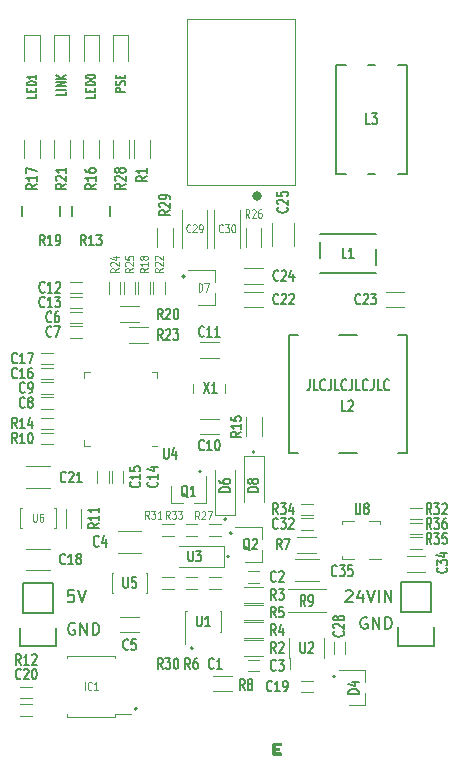
<source format=gbr>
%TF.GenerationSoftware,KiCad,Pcbnew,7.0.6*%
%TF.CreationDate,2023-08-17T07:33:20+09:30*%
%TF.ProjectId,spe-source,7370652d-736f-4757-9263-652e6b696361,V1.0*%
%TF.SameCoordinates,Original*%
%TF.FileFunction,Legend,Top*%
%TF.FilePolarity,Positive*%
%FSLAX46Y46*%
G04 Gerber Fmt 4.6, Leading zero omitted, Abs format (unit mm)*
G04 Created by KiCad (PCBNEW 7.0.6) date 2023-08-17 07:33:20*
%MOMM*%
%LPD*%
G01*
G04 APERTURE LIST*
%ADD10C,0.180000*%
%ADD11C,0.150000*%
%ADD12C,0.140000*%
%ADD13C,0.120000*%
%ADD14C,0.100000*%
%ADD15C,0.200000*%
%ADD16C,0.400000*%
%ADD17C,0.130000*%
G04 APERTURE END LIST*
D10*
X129058897Y-87463497D02*
X129106516Y-87415878D01*
X129106516Y-87415878D02*
X129201754Y-87368259D01*
X129201754Y-87368259D02*
X129439849Y-87368259D01*
X129439849Y-87368259D02*
X129535087Y-87415878D01*
X129535087Y-87415878D02*
X129582706Y-87463497D01*
X129582706Y-87463497D02*
X129630325Y-87558735D01*
X129630325Y-87558735D02*
X129630325Y-87653973D01*
X129630325Y-87653973D02*
X129582706Y-87796830D01*
X129582706Y-87796830D02*
X129011278Y-88368259D01*
X129011278Y-88368259D02*
X129630325Y-88368259D01*
X130487468Y-87701592D02*
X130487468Y-88368259D01*
X130249373Y-87320640D02*
X130011278Y-88034925D01*
X130011278Y-88034925D02*
X130630325Y-88034925D01*
X130868421Y-87368259D02*
X131201754Y-88368259D01*
X131201754Y-88368259D02*
X131535087Y-87368259D01*
X131868421Y-88368259D02*
X131868421Y-87368259D01*
X132344611Y-88368259D02*
X132344611Y-87368259D01*
X132344611Y-87368259D02*
X132916039Y-88368259D01*
X132916039Y-88368259D02*
X132916039Y-87368259D01*
D11*
X130860588Y-89667438D02*
X130765350Y-89619819D01*
X130765350Y-89619819D02*
X130622493Y-89619819D01*
X130622493Y-89619819D02*
X130479636Y-89667438D01*
X130479636Y-89667438D02*
X130384398Y-89762676D01*
X130384398Y-89762676D02*
X130336779Y-89857914D01*
X130336779Y-89857914D02*
X130289160Y-90048390D01*
X130289160Y-90048390D02*
X130289160Y-90191247D01*
X130289160Y-90191247D02*
X130336779Y-90381723D01*
X130336779Y-90381723D02*
X130384398Y-90476961D01*
X130384398Y-90476961D02*
X130479636Y-90572200D01*
X130479636Y-90572200D02*
X130622493Y-90619819D01*
X130622493Y-90619819D02*
X130717731Y-90619819D01*
X130717731Y-90619819D02*
X130860588Y-90572200D01*
X130860588Y-90572200D02*
X130908207Y-90524580D01*
X130908207Y-90524580D02*
X130908207Y-90191247D01*
X130908207Y-90191247D02*
X130717731Y-90191247D01*
X131336779Y-90619819D02*
X131336779Y-89619819D01*
X131336779Y-89619819D02*
X131908207Y-90619819D01*
X131908207Y-90619819D02*
X131908207Y-89619819D01*
X132384398Y-90619819D02*
X132384398Y-89619819D01*
X132384398Y-89619819D02*
X132622493Y-89619819D01*
X132622493Y-89619819D02*
X132765350Y-89667438D01*
X132765350Y-89667438D02*
X132860588Y-89762676D01*
X132860588Y-89762676D02*
X132908207Y-89857914D01*
X132908207Y-89857914D02*
X132955826Y-90048390D01*
X132955826Y-90048390D02*
X132955826Y-90191247D01*
X132955826Y-90191247D02*
X132908207Y-90381723D01*
X132908207Y-90381723D02*
X132860588Y-90476961D01*
X132860588Y-90476961D02*
X132765350Y-90572200D01*
X132765350Y-90572200D02*
X132622493Y-90619819D01*
X132622493Y-90619819D02*
X132384398Y-90619819D01*
D12*
X107862815Y-45363533D02*
X107862815Y-45649247D01*
X107862815Y-45649247D02*
X107062815Y-45649247D01*
X107443767Y-45163533D02*
X107443767Y-44963533D01*
X107862815Y-44877819D02*
X107862815Y-45163533D01*
X107862815Y-45163533D02*
X107062815Y-45163533D01*
X107062815Y-45163533D02*
X107062815Y-44877819D01*
X107862815Y-44620676D02*
X107062815Y-44620676D01*
X107062815Y-44620676D02*
X107062815Y-44477819D01*
X107062815Y-44477819D02*
X107100910Y-44392105D01*
X107100910Y-44392105D02*
X107177100Y-44334962D01*
X107177100Y-44334962D02*
X107253291Y-44306391D01*
X107253291Y-44306391D02*
X107405672Y-44277819D01*
X107405672Y-44277819D02*
X107519958Y-44277819D01*
X107519958Y-44277819D02*
X107672339Y-44306391D01*
X107672339Y-44306391D02*
X107748529Y-44334962D01*
X107748529Y-44334962D02*
X107824720Y-44392105D01*
X107824720Y-44392105D02*
X107862815Y-44477819D01*
X107862815Y-44477819D02*
X107862815Y-44620676D01*
X107062815Y-43906391D02*
X107062815Y-43849248D01*
X107062815Y-43849248D02*
X107100910Y-43792105D01*
X107100910Y-43792105D02*
X107139005Y-43763534D01*
X107139005Y-43763534D02*
X107215196Y-43734962D01*
X107215196Y-43734962D02*
X107367577Y-43706391D01*
X107367577Y-43706391D02*
X107558053Y-43706391D01*
X107558053Y-43706391D02*
X107710434Y-43734962D01*
X107710434Y-43734962D02*
X107786624Y-43763534D01*
X107786624Y-43763534D02*
X107824720Y-43792105D01*
X107824720Y-43792105D02*
X107862815Y-43849248D01*
X107862815Y-43849248D02*
X107862815Y-43906391D01*
X107862815Y-43906391D02*
X107824720Y-43963534D01*
X107824720Y-43963534D02*
X107786624Y-43992105D01*
X107786624Y-43992105D02*
X107710434Y-44020676D01*
X107710434Y-44020676D02*
X107558053Y-44049248D01*
X107558053Y-44049248D02*
X107367577Y-44049248D01*
X107367577Y-44049248D02*
X107215196Y-44020676D01*
X107215196Y-44020676D02*
X107139005Y-43992105D01*
X107139005Y-43992105D02*
X107100910Y-43963534D01*
X107100910Y-43963534D02*
X107062815Y-43906391D01*
D11*
X106110588Y-90167438D02*
X106015350Y-90119819D01*
X106015350Y-90119819D02*
X105872493Y-90119819D01*
X105872493Y-90119819D02*
X105729636Y-90167438D01*
X105729636Y-90167438D02*
X105634398Y-90262676D01*
X105634398Y-90262676D02*
X105586779Y-90357914D01*
X105586779Y-90357914D02*
X105539160Y-90548390D01*
X105539160Y-90548390D02*
X105539160Y-90691247D01*
X105539160Y-90691247D02*
X105586779Y-90881723D01*
X105586779Y-90881723D02*
X105634398Y-90976961D01*
X105634398Y-90976961D02*
X105729636Y-91072200D01*
X105729636Y-91072200D02*
X105872493Y-91119819D01*
X105872493Y-91119819D02*
X105967731Y-91119819D01*
X105967731Y-91119819D02*
X106110588Y-91072200D01*
X106110588Y-91072200D02*
X106158207Y-91024580D01*
X106158207Y-91024580D02*
X106158207Y-90691247D01*
X106158207Y-90691247D02*
X105967731Y-90691247D01*
X106586779Y-91119819D02*
X106586779Y-90119819D01*
X106586779Y-90119819D02*
X107158207Y-91119819D01*
X107158207Y-91119819D02*
X107158207Y-90119819D01*
X107634398Y-91119819D02*
X107634398Y-90119819D01*
X107634398Y-90119819D02*
X107872493Y-90119819D01*
X107872493Y-90119819D02*
X108015350Y-90167438D01*
X108015350Y-90167438D02*
X108110588Y-90262676D01*
X108110588Y-90262676D02*
X108158207Y-90357914D01*
X108158207Y-90357914D02*
X108205826Y-90548390D01*
X108205826Y-90548390D02*
X108205826Y-90691247D01*
X108205826Y-90691247D02*
X108158207Y-90881723D01*
X108158207Y-90881723D02*
X108110588Y-90976961D01*
X108110588Y-90976961D02*
X108015350Y-91072200D01*
X108015350Y-91072200D02*
X107872493Y-91119819D01*
X107872493Y-91119819D02*
X107634398Y-91119819D01*
D10*
X106032706Y-87368259D02*
X105556516Y-87368259D01*
X105556516Y-87368259D02*
X105508897Y-87844449D01*
X105508897Y-87844449D02*
X105556516Y-87796830D01*
X105556516Y-87796830D02*
X105651754Y-87749211D01*
X105651754Y-87749211D02*
X105889849Y-87749211D01*
X105889849Y-87749211D02*
X105985087Y-87796830D01*
X105985087Y-87796830D02*
X106032706Y-87844449D01*
X106032706Y-87844449D02*
X106080325Y-87939687D01*
X106080325Y-87939687D02*
X106080325Y-88177782D01*
X106080325Y-88177782D02*
X106032706Y-88273020D01*
X106032706Y-88273020D02*
X105985087Y-88320640D01*
X105985087Y-88320640D02*
X105889849Y-88368259D01*
X105889849Y-88368259D02*
X105651754Y-88368259D01*
X105651754Y-88368259D02*
X105556516Y-88320640D01*
X105556516Y-88320640D02*
X105508897Y-88273020D01*
X106366040Y-87368259D02*
X106699373Y-88368259D01*
X106699373Y-88368259D02*
X107032706Y-87368259D01*
D12*
X126016666Y-69509077D02*
X126016666Y-70151934D01*
X126016666Y-70151934D02*
X125983333Y-70280505D01*
X125983333Y-70280505D02*
X125916666Y-70366220D01*
X125916666Y-70366220D02*
X125816666Y-70409077D01*
X125816666Y-70409077D02*
X125750000Y-70409077D01*
X126683333Y-70409077D02*
X126349999Y-70409077D01*
X126349999Y-70409077D02*
X126349999Y-69509077D01*
X127316666Y-70323362D02*
X127283333Y-70366220D01*
X127283333Y-70366220D02*
X127183333Y-70409077D01*
X127183333Y-70409077D02*
X127116666Y-70409077D01*
X127116666Y-70409077D02*
X127016666Y-70366220D01*
X127016666Y-70366220D02*
X126950000Y-70280505D01*
X126950000Y-70280505D02*
X126916666Y-70194791D01*
X126916666Y-70194791D02*
X126883333Y-70023362D01*
X126883333Y-70023362D02*
X126883333Y-69894791D01*
X126883333Y-69894791D02*
X126916666Y-69723362D01*
X126916666Y-69723362D02*
X126950000Y-69637648D01*
X126950000Y-69637648D02*
X127016666Y-69551934D01*
X127016666Y-69551934D02*
X127116666Y-69509077D01*
X127116666Y-69509077D02*
X127183333Y-69509077D01*
X127183333Y-69509077D02*
X127283333Y-69551934D01*
X127283333Y-69551934D02*
X127316666Y-69594791D01*
X127816666Y-69509077D02*
X127816666Y-70151934D01*
X127816666Y-70151934D02*
X127783333Y-70280505D01*
X127783333Y-70280505D02*
X127716666Y-70366220D01*
X127716666Y-70366220D02*
X127616666Y-70409077D01*
X127616666Y-70409077D02*
X127550000Y-70409077D01*
X128483333Y-70409077D02*
X128149999Y-70409077D01*
X128149999Y-70409077D02*
X128149999Y-69509077D01*
X129116666Y-70323362D02*
X129083333Y-70366220D01*
X129083333Y-70366220D02*
X128983333Y-70409077D01*
X128983333Y-70409077D02*
X128916666Y-70409077D01*
X128916666Y-70409077D02*
X128816666Y-70366220D01*
X128816666Y-70366220D02*
X128750000Y-70280505D01*
X128750000Y-70280505D02*
X128716666Y-70194791D01*
X128716666Y-70194791D02*
X128683333Y-70023362D01*
X128683333Y-70023362D02*
X128683333Y-69894791D01*
X128683333Y-69894791D02*
X128716666Y-69723362D01*
X128716666Y-69723362D02*
X128750000Y-69637648D01*
X128750000Y-69637648D02*
X128816666Y-69551934D01*
X128816666Y-69551934D02*
X128916666Y-69509077D01*
X128916666Y-69509077D02*
X128983333Y-69509077D01*
X128983333Y-69509077D02*
X129083333Y-69551934D01*
X129083333Y-69551934D02*
X129116666Y-69594791D01*
X129616666Y-69509077D02*
X129616666Y-70151934D01*
X129616666Y-70151934D02*
X129583333Y-70280505D01*
X129583333Y-70280505D02*
X129516666Y-70366220D01*
X129516666Y-70366220D02*
X129416666Y-70409077D01*
X129416666Y-70409077D02*
X129350000Y-70409077D01*
X130283333Y-70409077D02*
X129949999Y-70409077D01*
X129949999Y-70409077D02*
X129949999Y-69509077D01*
X130916666Y-70323362D02*
X130883333Y-70366220D01*
X130883333Y-70366220D02*
X130783333Y-70409077D01*
X130783333Y-70409077D02*
X130716666Y-70409077D01*
X130716666Y-70409077D02*
X130616666Y-70366220D01*
X130616666Y-70366220D02*
X130550000Y-70280505D01*
X130550000Y-70280505D02*
X130516666Y-70194791D01*
X130516666Y-70194791D02*
X130483333Y-70023362D01*
X130483333Y-70023362D02*
X130483333Y-69894791D01*
X130483333Y-69894791D02*
X130516666Y-69723362D01*
X130516666Y-69723362D02*
X130550000Y-69637648D01*
X130550000Y-69637648D02*
X130616666Y-69551934D01*
X130616666Y-69551934D02*
X130716666Y-69509077D01*
X130716666Y-69509077D02*
X130783333Y-69509077D01*
X130783333Y-69509077D02*
X130883333Y-69551934D01*
X130883333Y-69551934D02*
X130916666Y-69594791D01*
X131416666Y-69509077D02*
X131416666Y-70151934D01*
X131416666Y-70151934D02*
X131383333Y-70280505D01*
X131383333Y-70280505D02*
X131316666Y-70366220D01*
X131316666Y-70366220D02*
X131216666Y-70409077D01*
X131216666Y-70409077D02*
X131150000Y-70409077D01*
X132083333Y-70409077D02*
X131749999Y-70409077D01*
X131749999Y-70409077D02*
X131749999Y-69509077D01*
X132716666Y-70323362D02*
X132683333Y-70366220D01*
X132683333Y-70366220D02*
X132583333Y-70409077D01*
X132583333Y-70409077D02*
X132516666Y-70409077D01*
X132516666Y-70409077D02*
X132416666Y-70366220D01*
X132416666Y-70366220D02*
X132350000Y-70280505D01*
X132350000Y-70280505D02*
X132316666Y-70194791D01*
X132316666Y-70194791D02*
X132283333Y-70023362D01*
X132283333Y-70023362D02*
X132283333Y-69894791D01*
X132283333Y-69894791D02*
X132316666Y-69723362D01*
X132316666Y-69723362D02*
X132350000Y-69637648D01*
X132350000Y-69637648D02*
X132416666Y-69551934D01*
X132416666Y-69551934D02*
X132516666Y-69509077D01*
X132516666Y-69509077D02*
X132583333Y-69509077D01*
X132583333Y-69509077D02*
X132683333Y-69551934D01*
X132683333Y-69551934D02*
X132716666Y-69594791D01*
X102862815Y-45363533D02*
X102862815Y-45649247D01*
X102862815Y-45649247D02*
X102062815Y-45649247D01*
X102443767Y-45163533D02*
X102443767Y-44963533D01*
X102862815Y-44877819D02*
X102862815Y-45163533D01*
X102862815Y-45163533D02*
X102062815Y-45163533D01*
X102062815Y-45163533D02*
X102062815Y-44877819D01*
X102862815Y-44620676D02*
X102062815Y-44620676D01*
X102062815Y-44620676D02*
X102062815Y-44477819D01*
X102062815Y-44477819D02*
X102100910Y-44392105D01*
X102100910Y-44392105D02*
X102177100Y-44334962D01*
X102177100Y-44334962D02*
X102253291Y-44306391D01*
X102253291Y-44306391D02*
X102405672Y-44277819D01*
X102405672Y-44277819D02*
X102519958Y-44277819D01*
X102519958Y-44277819D02*
X102672339Y-44306391D01*
X102672339Y-44306391D02*
X102748529Y-44334962D01*
X102748529Y-44334962D02*
X102824720Y-44392105D01*
X102824720Y-44392105D02*
X102862815Y-44477819D01*
X102862815Y-44477819D02*
X102862815Y-44620676D01*
X102862815Y-43706391D02*
X102862815Y-44049248D01*
X102862815Y-43877819D02*
X102062815Y-43877819D01*
X102062815Y-43877819D02*
X102177100Y-43934962D01*
X102177100Y-43934962D02*
X102253291Y-43992105D01*
X102253291Y-43992105D02*
X102291386Y-44049248D01*
X110362815Y-45163533D02*
X109562815Y-45163533D01*
X109562815Y-45163533D02*
X109562815Y-44934962D01*
X109562815Y-44934962D02*
X109600910Y-44877819D01*
X109600910Y-44877819D02*
X109639005Y-44849248D01*
X109639005Y-44849248D02*
X109715196Y-44820676D01*
X109715196Y-44820676D02*
X109829481Y-44820676D01*
X109829481Y-44820676D02*
X109905672Y-44849248D01*
X109905672Y-44849248D02*
X109943767Y-44877819D01*
X109943767Y-44877819D02*
X109981862Y-44934962D01*
X109981862Y-44934962D02*
X109981862Y-45163533D01*
X110324720Y-44592105D02*
X110362815Y-44506391D01*
X110362815Y-44506391D02*
X110362815Y-44363533D01*
X110362815Y-44363533D02*
X110324720Y-44306391D01*
X110324720Y-44306391D02*
X110286624Y-44277819D01*
X110286624Y-44277819D02*
X110210434Y-44249248D01*
X110210434Y-44249248D02*
X110134243Y-44249248D01*
X110134243Y-44249248D02*
X110058053Y-44277819D01*
X110058053Y-44277819D02*
X110019958Y-44306391D01*
X110019958Y-44306391D02*
X109981862Y-44363533D01*
X109981862Y-44363533D02*
X109943767Y-44477819D01*
X109943767Y-44477819D02*
X109905672Y-44534962D01*
X109905672Y-44534962D02*
X109867577Y-44563533D01*
X109867577Y-44563533D02*
X109791386Y-44592105D01*
X109791386Y-44592105D02*
X109715196Y-44592105D01*
X109715196Y-44592105D02*
X109639005Y-44563533D01*
X109639005Y-44563533D02*
X109600910Y-44534962D01*
X109600910Y-44534962D02*
X109562815Y-44477819D01*
X109562815Y-44477819D02*
X109562815Y-44334962D01*
X109562815Y-44334962D02*
X109600910Y-44249248D01*
X109943767Y-43992104D02*
X109943767Y-43792104D01*
X110362815Y-43706390D02*
X110362815Y-43992104D01*
X110362815Y-43992104D02*
X109562815Y-43992104D01*
X109562815Y-43992104D02*
X109562815Y-43706390D01*
X105362815Y-45163532D02*
X105362815Y-45449246D01*
X105362815Y-45449246D02*
X104562815Y-45449246D01*
X105362815Y-44963532D02*
X104562815Y-44963532D01*
X105362815Y-44677818D02*
X104562815Y-44677818D01*
X104562815Y-44677818D02*
X105362815Y-44334961D01*
X105362815Y-44334961D02*
X104562815Y-44334961D01*
X105362815Y-44049247D02*
X104562815Y-44049247D01*
X105362815Y-43706390D02*
X104905672Y-43963533D01*
X104562815Y-43706390D02*
X105019958Y-44049247D01*
D11*
X113549999Y-94008557D02*
X113316666Y-93579985D01*
X113149999Y-94008557D02*
X113149999Y-93108557D01*
X113149999Y-93108557D02*
X113416666Y-93108557D01*
X113416666Y-93108557D02*
X113483333Y-93151414D01*
X113483333Y-93151414D02*
X113516666Y-93194271D01*
X113516666Y-93194271D02*
X113549999Y-93279985D01*
X113549999Y-93279985D02*
X113549999Y-93408557D01*
X113549999Y-93408557D02*
X113516666Y-93494271D01*
X113516666Y-93494271D02*
X113483333Y-93537128D01*
X113483333Y-93537128D02*
X113416666Y-93579985D01*
X113416666Y-93579985D02*
X113149999Y-93579985D01*
X113783333Y-93108557D02*
X114216666Y-93108557D01*
X114216666Y-93108557D02*
X113983333Y-93451414D01*
X113983333Y-93451414D02*
X114083333Y-93451414D01*
X114083333Y-93451414D02*
X114149999Y-93494271D01*
X114149999Y-93494271D02*
X114183333Y-93537128D01*
X114183333Y-93537128D02*
X114216666Y-93622842D01*
X114216666Y-93622842D02*
X114216666Y-93837128D01*
X114216666Y-93837128D02*
X114183333Y-93922842D01*
X114183333Y-93922842D02*
X114149999Y-93965700D01*
X114149999Y-93965700D02*
X114083333Y-94008557D01*
X114083333Y-94008557D02*
X113883333Y-94008557D01*
X113883333Y-94008557D02*
X113816666Y-93965700D01*
X113816666Y-93965700D02*
X113783333Y-93922842D01*
X114650000Y-93108557D02*
X114716666Y-93108557D01*
X114716666Y-93108557D02*
X114783333Y-93151414D01*
X114783333Y-93151414D02*
X114816666Y-93194271D01*
X114816666Y-93194271D02*
X114850000Y-93279985D01*
X114850000Y-93279985D02*
X114883333Y-93451414D01*
X114883333Y-93451414D02*
X114883333Y-93665700D01*
X114883333Y-93665700D02*
X114850000Y-93837128D01*
X114850000Y-93837128D02*
X114816666Y-93922842D01*
X114816666Y-93922842D02*
X114783333Y-93965700D01*
X114783333Y-93965700D02*
X114716666Y-94008557D01*
X114716666Y-94008557D02*
X114650000Y-94008557D01*
X114650000Y-94008557D02*
X114583333Y-93965700D01*
X114583333Y-93965700D02*
X114550000Y-93922842D01*
X114550000Y-93922842D02*
X114516666Y-93837128D01*
X114516666Y-93837128D02*
X114483333Y-93665700D01*
X114483333Y-93665700D02*
X114483333Y-93451414D01*
X114483333Y-93451414D02*
X114516666Y-93279985D01*
X114516666Y-93279985D02*
X114550000Y-93194271D01*
X114550000Y-93194271D02*
X114583333Y-93151414D01*
X114583333Y-93151414D02*
X114650000Y-93108557D01*
D13*
X114146428Y-81317593D02*
X113963094Y-80984260D01*
X113832142Y-81317593D02*
X113832142Y-80617593D01*
X113832142Y-80617593D02*
X114041666Y-80617593D01*
X114041666Y-80617593D02*
X114094047Y-80650926D01*
X114094047Y-80650926D02*
X114120237Y-80684260D01*
X114120237Y-80684260D02*
X114146428Y-80750926D01*
X114146428Y-80750926D02*
X114146428Y-80850926D01*
X114146428Y-80850926D02*
X114120237Y-80917593D01*
X114120237Y-80917593D02*
X114094047Y-80950926D01*
X114094047Y-80950926D02*
X114041666Y-80984260D01*
X114041666Y-80984260D02*
X113832142Y-80984260D01*
X114329761Y-80617593D02*
X114670237Y-80617593D01*
X114670237Y-80617593D02*
X114486904Y-80884260D01*
X114486904Y-80884260D02*
X114565475Y-80884260D01*
X114565475Y-80884260D02*
X114617856Y-80917593D01*
X114617856Y-80917593D02*
X114644047Y-80950926D01*
X114644047Y-80950926D02*
X114670237Y-81017593D01*
X114670237Y-81017593D02*
X114670237Y-81184260D01*
X114670237Y-81184260D02*
X114644047Y-81250926D01*
X114644047Y-81250926D02*
X114617856Y-81284260D01*
X114617856Y-81284260D02*
X114565475Y-81317593D01*
X114565475Y-81317593D02*
X114408332Y-81317593D01*
X114408332Y-81317593D02*
X114355951Y-81284260D01*
X114355951Y-81284260D02*
X114329761Y-81250926D01*
X114853571Y-80617593D02*
X115194047Y-80617593D01*
X115194047Y-80617593D02*
X115010714Y-80884260D01*
X115010714Y-80884260D02*
X115089285Y-80884260D01*
X115089285Y-80884260D02*
X115141666Y-80917593D01*
X115141666Y-80917593D02*
X115167857Y-80950926D01*
X115167857Y-80950926D02*
X115194047Y-81017593D01*
X115194047Y-81017593D02*
X115194047Y-81184260D01*
X115194047Y-81184260D02*
X115167857Y-81250926D01*
X115167857Y-81250926D02*
X115141666Y-81284260D01*
X115141666Y-81284260D02*
X115089285Y-81317593D01*
X115089285Y-81317593D02*
X114932142Y-81317593D01*
X114932142Y-81317593D02*
X114879761Y-81284260D01*
X114879761Y-81284260D02*
X114853571Y-81250926D01*
X112396428Y-81317593D02*
X112213094Y-80984260D01*
X112082142Y-81317593D02*
X112082142Y-80617593D01*
X112082142Y-80617593D02*
X112291666Y-80617593D01*
X112291666Y-80617593D02*
X112344047Y-80650926D01*
X112344047Y-80650926D02*
X112370237Y-80684260D01*
X112370237Y-80684260D02*
X112396428Y-80750926D01*
X112396428Y-80750926D02*
X112396428Y-80850926D01*
X112396428Y-80850926D02*
X112370237Y-80917593D01*
X112370237Y-80917593D02*
X112344047Y-80950926D01*
X112344047Y-80950926D02*
X112291666Y-80984260D01*
X112291666Y-80984260D02*
X112082142Y-80984260D01*
X112579761Y-80617593D02*
X112920237Y-80617593D01*
X112920237Y-80617593D02*
X112736904Y-80884260D01*
X112736904Y-80884260D02*
X112815475Y-80884260D01*
X112815475Y-80884260D02*
X112867856Y-80917593D01*
X112867856Y-80917593D02*
X112894047Y-80950926D01*
X112894047Y-80950926D02*
X112920237Y-81017593D01*
X112920237Y-81017593D02*
X112920237Y-81184260D01*
X112920237Y-81184260D02*
X112894047Y-81250926D01*
X112894047Y-81250926D02*
X112867856Y-81284260D01*
X112867856Y-81284260D02*
X112815475Y-81317593D01*
X112815475Y-81317593D02*
X112658332Y-81317593D01*
X112658332Y-81317593D02*
X112605951Y-81284260D01*
X112605951Y-81284260D02*
X112579761Y-81250926D01*
X113444047Y-81317593D02*
X113129761Y-81317593D01*
X113286904Y-81317593D02*
X113286904Y-80617593D01*
X113286904Y-80617593D02*
X113234523Y-80717593D01*
X113234523Y-80717593D02*
X113182142Y-80784260D01*
X113182142Y-80784260D02*
X113129761Y-80817593D01*
X116646428Y-81367593D02*
X116463094Y-81034260D01*
X116332142Y-81367593D02*
X116332142Y-80667593D01*
X116332142Y-80667593D02*
X116541666Y-80667593D01*
X116541666Y-80667593D02*
X116594047Y-80700926D01*
X116594047Y-80700926D02*
X116620237Y-80734260D01*
X116620237Y-80734260D02*
X116646428Y-80800926D01*
X116646428Y-80800926D02*
X116646428Y-80900926D01*
X116646428Y-80900926D02*
X116620237Y-80967593D01*
X116620237Y-80967593D02*
X116594047Y-81000926D01*
X116594047Y-81000926D02*
X116541666Y-81034260D01*
X116541666Y-81034260D02*
X116332142Y-81034260D01*
X116855951Y-80734260D02*
X116882142Y-80700926D01*
X116882142Y-80700926D02*
X116934523Y-80667593D01*
X116934523Y-80667593D02*
X117065475Y-80667593D01*
X117065475Y-80667593D02*
X117117856Y-80700926D01*
X117117856Y-80700926D02*
X117144047Y-80734260D01*
X117144047Y-80734260D02*
X117170237Y-80800926D01*
X117170237Y-80800926D02*
X117170237Y-80867593D01*
X117170237Y-80867593D02*
X117144047Y-80967593D01*
X117144047Y-80967593D02*
X116829761Y-81367593D01*
X116829761Y-81367593D02*
X117170237Y-81367593D01*
X117353571Y-80667593D02*
X117720238Y-80667593D01*
X117720238Y-80667593D02*
X117484523Y-81367593D01*
D11*
X115883333Y-94008557D02*
X115650000Y-93579985D01*
X115483333Y-94008557D02*
X115483333Y-93108557D01*
X115483333Y-93108557D02*
X115750000Y-93108557D01*
X115750000Y-93108557D02*
X115816667Y-93151414D01*
X115816667Y-93151414D02*
X115850000Y-93194271D01*
X115850000Y-93194271D02*
X115883333Y-93279985D01*
X115883333Y-93279985D02*
X115883333Y-93408557D01*
X115883333Y-93408557D02*
X115850000Y-93494271D01*
X115850000Y-93494271D02*
X115816667Y-93537128D01*
X115816667Y-93537128D02*
X115750000Y-93579985D01*
X115750000Y-93579985D02*
X115483333Y-93579985D01*
X116483333Y-93108557D02*
X116350000Y-93108557D01*
X116350000Y-93108557D02*
X116283333Y-93151414D01*
X116283333Y-93151414D02*
X116250000Y-93194271D01*
X116250000Y-93194271D02*
X116183333Y-93322842D01*
X116183333Y-93322842D02*
X116150000Y-93494271D01*
X116150000Y-93494271D02*
X116150000Y-93837128D01*
X116150000Y-93837128D02*
X116183333Y-93922842D01*
X116183333Y-93922842D02*
X116216667Y-93965700D01*
X116216667Y-93965700D02*
X116283333Y-94008557D01*
X116283333Y-94008557D02*
X116416667Y-94008557D01*
X116416667Y-94008557D02*
X116483333Y-93965700D01*
X116483333Y-93965700D02*
X116516667Y-93922842D01*
X116516667Y-93922842D02*
X116550000Y-93837128D01*
X116550000Y-93837128D02*
X116550000Y-93622842D01*
X116550000Y-93622842D02*
X116516667Y-93537128D01*
X116516667Y-93537128D02*
X116483333Y-93494271D01*
X116483333Y-93494271D02*
X116416667Y-93451414D01*
X116416667Y-93451414D02*
X116283333Y-93451414D01*
X116283333Y-93451414D02*
X116216667Y-93494271D01*
X116216667Y-93494271D02*
X116183333Y-93537128D01*
X116183333Y-93537128D02*
X116150000Y-93622842D01*
X123133333Y-94072842D02*
X123100000Y-94115700D01*
X123100000Y-94115700D02*
X123000000Y-94158557D01*
X123000000Y-94158557D02*
X122933333Y-94158557D01*
X122933333Y-94158557D02*
X122833333Y-94115700D01*
X122833333Y-94115700D02*
X122766667Y-94029985D01*
X122766667Y-94029985D02*
X122733333Y-93944271D01*
X122733333Y-93944271D02*
X122700000Y-93772842D01*
X122700000Y-93772842D02*
X122700000Y-93644271D01*
X122700000Y-93644271D02*
X122733333Y-93472842D01*
X122733333Y-93472842D02*
X122766667Y-93387128D01*
X122766667Y-93387128D02*
X122833333Y-93301414D01*
X122833333Y-93301414D02*
X122933333Y-93258557D01*
X122933333Y-93258557D02*
X123000000Y-93258557D01*
X123000000Y-93258557D02*
X123100000Y-93301414D01*
X123100000Y-93301414D02*
X123133333Y-93344271D01*
X123366667Y-93258557D02*
X123800000Y-93258557D01*
X123800000Y-93258557D02*
X123566667Y-93601414D01*
X123566667Y-93601414D02*
X123666667Y-93601414D01*
X123666667Y-93601414D02*
X123733333Y-93644271D01*
X123733333Y-93644271D02*
X123766667Y-93687128D01*
X123766667Y-93687128D02*
X123800000Y-93772842D01*
X123800000Y-93772842D02*
X123800000Y-93987128D01*
X123800000Y-93987128D02*
X123766667Y-94072842D01*
X123766667Y-94072842D02*
X123733333Y-94115700D01*
X123733333Y-94115700D02*
X123666667Y-94158557D01*
X123666667Y-94158557D02*
X123466667Y-94158557D01*
X123466667Y-94158557D02*
X123400000Y-94115700D01*
X123400000Y-94115700D02*
X123366667Y-94072842D01*
X123133333Y-86572842D02*
X123100000Y-86615700D01*
X123100000Y-86615700D02*
X123000000Y-86658557D01*
X123000000Y-86658557D02*
X122933333Y-86658557D01*
X122933333Y-86658557D02*
X122833333Y-86615700D01*
X122833333Y-86615700D02*
X122766667Y-86529985D01*
X122766667Y-86529985D02*
X122733333Y-86444271D01*
X122733333Y-86444271D02*
X122700000Y-86272842D01*
X122700000Y-86272842D02*
X122700000Y-86144271D01*
X122700000Y-86144271D02*
X122733333Y-85972842D01*
X122733333Y-85972842D02*
X122766667Y-85887128D01*
X122766667Y-85887128D02*
X122833333Y-85801414D01*
X122833333Y-85801414D02*
X122933333Y-85758557D01*
X122933333Y-85758557D02*
X123000000Y-85758557D01*
X123000000Y-85758557D02*
X123100000Y-85801414D01*
X123100000Y-85801414D02*
X123133333Y-85844271D01*
X123400000Y-85844271D02*
X123433333Y-85801414D01*
X123433333Y-85801414D02*
X123500000Y-85758557D01*
X123500000Y-85758557D02*
X123666667Y-85758557D01*
X123666667Y-85758557D02*
X123733333Y-85801414D01*
X123733333Y-85801414D02*
X123766667Y-85844271D01*
X123766667Y-85844271D02*
X123800000Y-85929985D01*
X123800000Y-85929985D02*
X123800000Y-86015700D01*
X123800000Y-86015700D02*
X123766667Y-86144271D01*
X123766667Y-86144271D02*
X123366667Y-86658557D01*
X123366667Y-86658557D02*
X123800000Y-86658557D01*
X117883333Y-93922842D02*
X117850000Y-93965700D01*
X117850000Y-93965700D02*
X117750000Y-94008557D01*
X117750000Y-94008557D02*
X117683333Y-94008557D01*
X117683333Y-94008557D02*
X117583333Y-93965700D01*
X117583333Y-93965700D02*
X117516667Y-93879985D01*
X117516667Y-93879985D02*
X117483333Y-93794271D01*
X117483333Y-93794271D02*
X117450000Y-93622842D01*
X117450000Y-93622842D02*
X117450000Y-93494271D01*
X117450000Y-93494271D02*
X117483333Y-93322842D01*
X117483333Y-93322842D02*
X117516667Y-93237128D01*
X117516667Y-93237128D02*
X117583333Y-93151414D01*
X117583333Y-93151414D02*
X117683333Y-93108557D01*
X117683333Y-93108557D02*
X117750000Y-93108557D01*
X117750000Y-93108557D02*
X117850000Y-93151414D01*
X117850000Y-93151414D02*
X117883333Y-93194271D01*
X118550000Y-94008557D02*
X118150000Y-94008557D01*
X118350000Y-94008557D02*
X118350000Y-93108557D01*
X118350000Y-93108557D02*
X118283333Y-93237128D01*
X118283333Y-93237128D02*
X118216667Y-93322842D01*
X118216667Y-93322842D02*
X118150000Y-93365700D01*
D13*
X120896428Y-55817593D02*
X120713094Y-55484260D01*
X120582142Y-55817593D02*
X120582142Y-55117593D01*
X120582142Y-55117593D02*
X120791666Y-55117593D01*
X120791666Y-55117593D02*
X120844047Y-55150926D01*
X120844047Y-55150926D02*
X120870237Y-55184260D01*
X120870237Y-55184260D02*
X120896428Y-55250926D01*
X120896428Y-55250926D02*
X120896428Y-55350926D01*
X120896428Y-55350926D02*
X120870237Y-55417593D01*
X120870237Y-55417593D02*
X120844047Y-55450926D01*
X120844047Y-55450926D02*
X120791666Y-55484260D01*
X120791666Y-55484260D02*
X120582142Y-55484260D01*
X121105951Y-55184260D02*
X121132142Y-55150926D01*
X121132142Y-55150926D02*
X121184523Y-55117593D01*
X121184523Y-55117593D02*
X121315475Y-55117593D01*
X121315475Y-55117593D02*
X121367856Y-55150926D01*
X121367856Y-55150926D02*
X121394047Y-55184260D01*
X121394047Y-55184260D02*
X121420237Y-55250926D01*
X121420237Y-55250926D02*
X121420237Y-55317593D01*
X121420237Y-55317593D02*
X121394047Y-55417593D01*
X121394047Y-55417593D02*
X121079761Y-55817593D01*
X121079761Y-55817593D02*
X121420237Y-55817593D01*
X121891666Y-55117593D02*
X121786904Y-55117593D01*
X121786904Y-55117593D02*
X121734523Y-55150926D01*
X121734523Y-55150926D02*
X121708333Y-55184260D01*
X121708333Y-55184260D02*
X121655952Y-55284260D01*
X121655952Y-55284260D02*
X121629761Y-55417593D01*
X121629761Y-55417593D02*
X121629761Y-55684260D01*
X121629761Y-55684260D02*
X121655952Y-55750926D01*
X121655952Y-55750926D02*
X121682142Y-55784260D01*
X121682142Y-55784260D02*
X121734523Y-55817593D01*
X121734523Y-55817593D02*
X121839285Y-55817593D01*
X121839285Y-55817593D02*
X121891666Y-55784260D01*
X121891666Y-55784260D02*
X121917857Y-55750926D01*
X121917857Y-55750926D02*
X121944047Y-55684260D01*
X121944047Y-55684260D02*
X121944047Y-55517593D01*
X121944047Y-55517593D02*
X121917857Y-55450926D01*
X121917857Y-55450926D02*
X121891666Y-55417593D01*
X121891666Y-55417593D02*
X121839285Y-55384260D01*
X121839285Y-55384260D02*
X121734523Y-55384260D01*
X121734523Y-55384260D02*
X121682142Y-55417593D01*
X121682142Y-55417593D02*
X121655952Y-55450926D01*
X121655952Y-55450926D02*
X121629761Y-55517593D01*
D11*
X105408557Y-52950000D02*
X104979985Y-53183333D01*
X105408557Y-53350000D02*
X104508557Y-53350000D01*
X104508557Y-53350000D02*
X104508557Y-53083333D01*
X104508557Y-53083333D02*
X104551414Y-53016667D01*
X104551414Y-53016667D02*
X104594271Y-52983333D01*
X104594271Y-52983333D02*
X104679985Y-52950000D01*
X104679985Y-52950000D02*
X104808557Y-52950000D01*
X104808557Y-52950000D02*
X104894271Y-52983333D01*
X104894271Y-52983333D02*
X104937128Y-53016667D01*
X104937128Y-53016667D02*
X104979985Y-53083333D01*
X104979985Y-53083333D02*
X104979985Y-53350000D01*
X104594271Y-52683333D02*
X104551414Y-52650000D01*
X104551414Y-52650000D02*
X104508557Y-52583333D01*
X104508557Y-52583333D02*
X104508557Y-52416667D01*
X104508557Y-52416667D02*
X104551414Y-52350000D01*
X104551414Y-52350000D02*
X104594271Y-52316667D01*
X104594271Y-52316667D02*
X104679985Y-52283333D01*
X104679985Y-52283333D02*
X104765700Y-52283333D01*
X104765700Y-52283333D02*
X104894271Y-52316667D01*
X104894271Y-52316667D02*
X105408557Y-52716667D01*
X105408557Y-52716667D02*
X105408557Y-52283333D01*
X105408557Y-51616666D02*
X105408557Y-52016666D01*
X105408557Y-51816666D02*
X104508557Y-51816666D01*
X104508557Y-51816666D02*
X104637128Y-51883333D01*
X104637128Y-51883333D02*
X104722842Y-51950000D01*
X104722842Y-51950000D02*
X104765700Y-52016666D01*
X107908557Y-52950000D02*
X107479985Y-53183333D01*
X107908557Y-53350000D02*
X107008557Y-53350000D01*
X107008557Y-53350000D02*
X107008557Y-53083333D01*
X107008557Y-53083333D02*
X107051414Y-53016667D01*
X107051414Y-53016667D02*
X107094271Y-52983333D01*
X107094271Y-52983333D02*
X107179985Y-52950000D01*
X107179985Y-52950000D02*
X107308557Y-52950000D01*
X107308557Y-52950000D02*
X107394271Y-52983333D01*
X107394271Y-52983333D02*
X107437128Y-53016667D01*
X107437128Y-53016667D02*
X107479985Y-53083333D01*
X107479985Y-53083333D02*
X107479985Y-53350000D01*
X107908557Y-52283333D02*
X107908557Y-52683333D01*
X107908557Y-52483333D02*
X107008557Y-52483333D01*
X107008557Y-52483333D02*
X107137128Y-52550000D01*
X107137128Y-52550000D02*
X107222842Y-52616667D01*
X107222842Y-52616667D02*
X107265700Y-52683333D01*
X107008557Y-51683333D02*
X107008557Y-51816666D01*
X107008557Y-51816666D02*
X107051414Y-51883333D01*
X107051414Y-51883333D02*
X107094271Y-51916666D01*
X107094271Y-51916666D02*
X107222842Y-51983333D01*
X107222842Y-51983333D02*
X107394271Y-52016666D01*
X107394271Y-52016666D02*
X107737128Y-52016666D01*
X107737128Y-52016666D02*
X107822842Y-51983333D01*
X107822842Y-51983333D02*
X107865700Y-51950000D01*
X107865700Y-51950000D02*
X107908557Y-51883333D01*
X107908557Y-51883333D02*
X107908557Y-51750000D01*
X107908557Y-51750000D02*
X107865700Y-51683333D01*
X107865700Y-51683333D02*
X107822842Y-51650000D01*
X107822842Y-51650000D02*
X107737128Y-51616666D01*
X107737128Y-51616666D02*
X107522842Y-51616666D01*
X107522842Y-51616666D02*
X107437128Y-51650000D01*
X107437128Y-51650000D02*
X107394271Y-51683333D01*
X107394271Y-51683333D02*
X107351414Y-51750000D01*
X107351414Y-51750000D02*
X107351414Y-51883333D01*
X107351414Y-51883333D02*
X107394271Y-51950000D01*
X107394271Y-51950000D02*
X107437128Y-51983333D01*
X107437128Y-51983333D02*
X107522842Y-52016666D01*
X103549999Y-58158557D02*
X103316666Y-57729985D01*
X103149999Y-58158557D02*
X103149999Y-57258557D01*
X103149999Y-57258557D02*
X103416666Y-57258557D01*
X103416666Y-57258557D02*
X103483333Y-57301414D01*
X103483333Y-57301414D02*
X103516666Y-57344271D01*
X103516666Y-57344271D02*
X103549999Y-57429985D01*
X103549999Y-57429985D02*
X103549999Y-57558557D01*
X103549999Y-57558557D02*
X103516666Y-57644271D01*
X103516666Y-57644271D02*
X103483333Y-57687128D01*
X103483333Y-57687128D02*
X103416666Y-57729985D01*
X103416666Y-57729985D02*
X103149999Y-57729985D01*
X104216666Y-58158557D02*
X103816666Y-58158557D01*
X104016666Y-58158557D02*
X104016666Y-57258557D01*
X104016666Y-57258557D02*
X103949999Y-57387128D01*
X103949999Y-57387128D02*
X103883333Y-57472842D01*
X103883333Y-57472842D02*
X103816666Y-57515700D01*
X104550000Y-58158557D02*
X104683333Y-58158557D01*
X104683333Y-58158557D02*
X104750000Y-58115700D01*
X104750000Y-58115700D02*
X104783333Y-58072842D01*
X104783333Y-58072842D02*
X104850000Y-57944271D01*
X104850000Y-57944271D02*
X104883333Y-57772842D01*
X104883333Y-57772842D02*
X104883333Y-57429985D01*
X104883333Y-57429985D02*
X104850000Y-57344271D01*
X104850000Y-57344271D02*
X104816666Y-57301414D01*
X104816666Y-57301414D02*
X104750000Y-57258557D01*
X104750000Y-57258557D02*
X104616666Y-57258557D01*
X104616666Y-57258557D02*
X104550000Y-57301414D01*
X104550000Y-57301414D02*
X104516666Y-57344271D01*
X104516666Y-57344271D02*
X104483333Y-57429985D01*
X104483333Y-57429985D02*
X104483333Y-57644271D01*
X104483333Y-57644271D02*
X104516666Y-57729985D01*
X104516666Y-57729985D02*
X104550000Y-57772842D01*
X104550000Y-57772842D02*
X104616666Y-57815700D01*
X104616666Y-57815700D02*
X104750000Y-57815700D01*
X104750000Y-57815700D02*
X104816666Y-57772842D01*
X104816666Y-57772842D02*
X104850000Y-57729985D01*
X104850000Y-57729985D02*
X104883333Y-57644271D01*
X131108333Y-47883557D02*
X130774999Y-47883557D01*
X130774999Y-47883557D02*
X130774999Y-46983557D01*
X131275000Y-46983557D02*
X131708333Y-46983557D01*
X131708333Y-46983557D02*
X131475000Y-47326414D01*
X131475000Y-47326414D02*
X131575000Y-47326414D01*
X131575000Y-47326414D02*
X131641666Y-47369271D01*
X131641666Y-47369271D02*
X131675000Y-47412128D01*
X131675000Y-47412128D02*
X131708333Y-47497842D01*
X131708333Y-47497842D02*
X131708333Y-47712128D01*
X131708333Y-47712128D02*
X131675000Y-47797842D01*
X131675000Y-47797842D02*
X131641666Y-47840700D01*
X131641666Y-47840700D02*
X131575000Y-47883557D01*
X131575000Y-47883557D02*
X131375000Y-47883557D01*
X131375000Y-47883557D02*
X131308333Y-47840700D01*
X131308333Y-47840700D02*
X131275000Y-47797842D01*
X123133333Y-88158557D02*
X122900000Y-87729985D01*
X122733333Y-88158557D02*
X122733333Y-87258557D01*
X122733333Y-87258557D02*
X123000000Y-87258557D01*
X123000000Y-87258557D02*
X123066667Y-87301414D01*
X123066667Y-87301414D02*
X123100000Y-87344271D01*
X123100000Y-87344271D02*
X123133333Y-87429985D01*
X123133333Y-87429985D02*
X123133333Y-87558557D01*
X123133333Y-87558557D02*
X123100000Y-87644271D01*
X123100000Y-87644271D02*
X123066667Y-87687128D01*
X123066667Y-87687128D02*
X123000000Y-87729985D01*
X123000000Y-87729985D02*
X122733333Y-87729985D01*
X123366667Y-87258557D02*
X123800000Y-87258557D01*
X123800000Y-87258557D02*
X123566667Y-87601414D01*
X123566667Y-87601414D02*
X123666667Y-87601414D01*
X123666667Y-87601414D02*
X123733333Y-87644271D01*
X123733333Y-87644271D02*
X123766667Y-87687128D01*
X123766667Y-87687128D02*
X123800000Y-87772842D01*
X123800000Y-87772842D02*
X123800000Y-87987128D01*
X123800000Y-87987128D02*
X123766667Y-88072842D01*
X123766667Y-88072842D02*
X123733333Y-88115700D01*
X123733333Y-88115700D02*
X123666667Y-88158557D01*
X123666667Y-88158557D02*
X123466667Y-88158557D01*
X123466667Y-88158557D02*
X123400000Y-88115700D01*
X123400000Y-88115700D02*
X123366667Y-88072842D01*
D13*
X112317593Y-60103571D02*
X111984260Y-60286905D01*
X112317593Y-60417857D02*
X111617593Y-60417857D01*
X111617593Y-60417857D02*
X111617593Y-60208333D01*
X111617593Y-60208333D02*
X111650926Y-60155952D01*
X111650926Y-60155952D02*
X111684260Y-60129762D01*
X111684260Y-60129762D02*
X111750926Y-60103571D01*
X111750926Y-60103571D02*
X111850926Y-60103571D01*
X111850926Y-60103571D02*
X111917593Y-60129762D01*
X111917593Y-60129762D02*
X111950926Y-60155952D01*
X111950926Y-60155952D02*
X111984260Y-60208333D01*
X111984260Y-60208333D02*
X111984260Y-60417857D01*
X112317593Y-59579762D02*
X112317593Y-59894048D01*
X112317593Y-59736905D02*
X111617593Y-59736905D01*
X111617593Y-59736905D02*
X111717593Y-59789286D01*
X111717593Y-59789286D02*
X111784260Y-59841667D01*
X111784260Y-59841667D02*
X111817593Y-59894048D01*
X111917593Y-59265476D02*
X111884260Y-59317857D01*
X111884260Y-59317857D02*
X111850926Y-59344047D01*
X111850926Y-59344047D02*
X111784260Y-59370238D01*
X111784260Y-59370238D02*
X111750926Y-59370238D01*
X111750926Y-59370238D02*
X111684260Y-59344047D01*
X111684260Y-59344047D02*
X111650926Y-59317857D01*
X111650926Y-59317857D02*
X111617593Y-59265476D01*
X111617593Y-59265476D02*
X111617593Y-59160714D01*
X111617593Y-59160714D02*
X111650926Y-59108333D01*
X111650926Y-59108333D02*
X111684260Y-59082142D01*
X111684260Y-59082142D02*
X111750926Y-59055952D01*
X111750926Y-59055952D02*
X111784260Y-59055952D01*
X111784260Y-59055952D02*
X111850926Y-59082142D01*
X111850926Y-59082142D02*
X111884260Y-59108333D01*
X111884260Y-59108333D02*
X111917593Y-59160714D01*
X111917593Y-59160714D02*
X111917593Y-59265476D01*
X111917593Y-59265476D02*
X111950926Y-59317857D01*
X111950926Y-59317857D02*
X111984260Y-59344047D01*
X111984260Y-59344047D02*
X112050926Y-59370238D01*
X112050926Y-59370238D02*
X112184260Y-59370238D01*
X112184260Y-59370238D02*
X112250926Y-59344047D01*
X112250926Y-59344047D02*
X112284260Y-59317857D01*
X112284260Y-59317857D02*
X112317593Y-59265476D01*
X112317593Y-59265476D02*
X112317593Y-59160714D01*
X112317593Y-59160714D02*
X112284260Y-59108333D01*
X112284260Y-59108333D02*
X112250926Y-59082142D01*
X112250926Y-59082142D02*
X112184260Y-59055952D01*
X112184260Y-59055952D02*
X112050926Y-59055952D01*
X112050926Y-59055952D02*
X111984260Y-59082142D01*
X111984260Y-59082142D02*
X111950926Y-59108333D01*
X111950926Y-59108333D02*
X111917593Y-59160714D01*
D11*
X104133333Y-65822842D02*
X104100000Y-65865700D01*
X104100000Y-65865700D02*
X104000000Y-65908557D01*
X104000000Y-65908557D02*
X103933333Y-65908557D01*
X103933333Y-65908557D02*
X103833333Y-65865700D01*
X103833333Y-65865700D02*
X103766667Y-65779985D01*
X103766667Y-65779985D02*
X103733333Y-65694271D01*
X103733333Y-65694271D02*
X103700000Y-65522842D01*
X103700000Y-65522842D02*
X103700000Y-65394271D01*
X103700000Y-65394271D02*
X103733333Y-65222842D01*
X103733333Y-65222842D02*
X103766667Y-65137128D01*
X103766667Y-65137128D02*
X103833333Y-65051414D01*
X103833333Y-65051414D02*
X103933333Y-65008557D01*
X103933333Y-65008557D02*
X104000000Y-65008557D01*
X104000000Y-65008557D02*
X104100000Y-65051414D01*
X104100000Y-65051414D02*
X104133333Y-65094271D01*
X104366667Y-65008557D02*
X104833333Y-65008557D01*
X104833333Y-65008557D02*
X104533333Y-65908557D01*
X110216666Y-86258557D02*
X110216666Y-86987128D01*
X110216666Y-86987128D02*
X110250000Y-87072842D01*
X110250000Y-87072842D02*
X110283333Y-87115700D01*
X110283333Y-87115700D02*
X110350000Y-87158557D01*
X110350000Y-87158557D02*
X110483333Y-87158557D01*
X110483333Y-87158557D02*
X110550000Y-87115700D01*
X110550000Y-87115700D02*
X110583333Y-87072842D01*
X110583333Y-87072842D02*
X110616666Y-86987128D01*
X110616666Y-86987128D02*
X110616666Y-86258557D01*
X111283333Y-86258557D02*
X110949999Y-86258557D01*
X110949999Y-86258557D02*
X110916666Y-86687128D01*
X110916666Y-86687128D02*
X110949999Y-86644271D01*
X110949999Y-86644271D02*
X111016666Y-86601414D01*
X111016666Y-86601414D02*
X111183333Y-86601414D01*
X111183333Y-86601414D02*
X111249999Y-86644271D01*
X111249999Y-86644271D02*
X111283333Y-86687128D01*
X111283333Y-86687128D02*
X111316666Y-86772842D01*
X111316666Y-86772842D02*
X111316666Y-86987128D01*
X111316666Y-86987128D02*
X111283333Y-87072842D01*
X111283333Y-87072842D02*
X111249999Y-87115700D01*
X111249999Y-87115700D02*
X111183333Y-87158557D01*
X111183333Y-87158557D02*
X111016666Y-87158557D01*
X111016666Y-87158557D02*
X110949999Y-87115700D01*
X110949999Y-87115700D02*
X110916666Y-87072842D01*
X137572842Y-85450000D02*
X137615700Y-85483333D01*
X137615700Y-85483333D02*
X137658557Y-85583333D01*
X137658557Y-85583333D02*
X137658557Y-85650000D01*
X137658557Y-85650000D02*
X137615700Y-85750000D01*
X137615700Y-85750000D02*
X137529985Y-85816667D01*
X137529985Y-85816667D02*
X137444271Y-85850000D01*
X137444271Y-85850000D02*
X137272842Y-85883333D01*
X137272842Y-85883333D02*
X137144271Y-85883333D01*
X137144271Y-85883333D02*
X136972842Y-85850000D01*
X136972842Y-85850000D02*
X136887128Y-85816667D01*
X136887128Y-85816667D02*
X136801414Y-85750000D01*
X136801414Y-85750000D02*
X136758557Y-85650000D01*
X136758557Y-85650000D02*
X136758557Y-85583333D01*
X136758557Y-85583333D02*
X136801414Y-85483333D01*
X136801414Y-85483333D02*
X136844271Y-85450000D01*
X136758557Y-85216667D02*
X136758557Y-84783333D01*
X136758557Y-84783333D02*
X137101414Y-85016667D01*
X137101414Y-85016667D02*
X137101414Y-84916667D01*
X137101414Y-84916667D02*
X137144271Y-84850000D01*
X137144271Y-84850000D02*
X137187128Y-84816667D01*
X137187128Y-84816667D02*
X137272842Y-84783333D01*
X137272842Y-84783333D02*
X137487128Y-84783333D01*
X137487128Y-84783333D02*
X137572842Y-84816667D01*
X137572842Y-84816667D02*
X137615700Y-84850000D01*
X137615700Y-84850000D02*
X137658557Y-84916667D01*
X137658557Y-84916667D02*
X137658557Y-85116667D01*
X137658557Y-85116667D02*
X137615700Y-85183333D01*
X137615700Y-85183333D02*
X137572842Y-85216667D01*
X137058557Y-84183333D02*
X137658557Y-84183333D01*
X136715700Y-84350000D02*
X137358557Y-84516666D01*
X137358557Y-84516666D02*
X137358557Y-84083333D01*
X129083333Y-72158557D02*
X128749999Y-72158557D01*
X128749999Y-72158557D02*
X128749999Y-71258557D01*
X129283333Y-71344271D02*
X129316666Y-71301414D01*
X129316666Y-71301414D02*
X129383333Y-71258557D01*
X129383333Y-71258557D02*
X129550000Y-71258557D01*
X129550000Y-71258557D02*
X129616666Y-71301414D01*
X129616666Y-71301414D02*
X129650000Y-71344271D01*
X129650000Y-71344271D02*
X129683333Y-71429985D01*
X129683333Y-71429985D02*
X129683333Y-71515700D01*
X129683333Y-71515700D02*
X129650000Y-71644271D01*
X129650000Y-71644271D02*
X129250000Y-72158557D01*
X129250000Y-72158557D02*
X129683333Y-72158557D01*
X123633333Y-83908557D02*
X123400000Y-83479985D01*
X123233333Y-83908557D02*
X123233333Y-83008557D01*
X123233333Y-83008557D02*
X123500000Y-83008557D01*
X123500000Y-83008557D02*
X123566667Y-83051414D01*
X123566667Y-83051414D02*
X123600000Y-83094271D01*
X123600000Y-83094271D02*
X123633333Y-83179985D01*
X123633333Y-83179985D02*
X123633333Y-83308557D01*
X123633333Y-83308557D02*
X123600000Y-83394271D01*
X123600000Y-83394271D02*
X123566667Y-83437128D01*
X123566667Y-83437128D02*
X123500000Y-83479985D01*
X123500000Y-83479985D02*
X123233333Y-83479985D01*
X123866667Y-83008557D02*
X124333333Y-83008557D01*
X124333333Y-83008557D02*
X124033333Y-83908557D01*
X101216666Y-73658557D02*
X100983333Y-73229985D01*
X100816666Y-73658557D02*
X100816666Y-72758557D01*
X100816666Y-72758557D02*
X101083333Y-72758557D01*
X101083333Y-72758557D02*
X101150000Y-72801414D01*
X101150000Y-72801414D02*
X101183333Y-72844271D01*
X101183333Y-72844271D02*
X101216666Y-72929985D01*
X101216666Y-72929985D02*
X101216666Y-73058557D01*
X101216666Y-73058557D02*
X101183333Y-73144271D01*
X101183333Y-73144271D02*
X101150000Y-73187128D01*
X101150000Y-73187128D02*
X101083333Y-73229985D01*
X101083333Y-73229985D02*
X100816666Y-73229985D01*
X101883333Y-73658557D02*
X101483333Y-73658557D01*
X101683333Y-73658557D02*
X101683333Y-72758557D01*
X101683333Y-72758557D02*
X101616666Y-72887128D01*
X101616666Y-72887128D02*
X101550000Y-72972842D01*
X101550000Y-72972842D02*
X101483333Y-73015700D01*
X102483333Y-73058557D02*
X102483333Y-73658557D01*
X102316667Y-72715700D02*
X102150000Y-73358557D01*
X102150000Y-73358557D02*
X102583333Y-73358557D01*
X125633333Y-88658557D02*
X125400000Y-88229985D01*
X125233333Y-88658557D02*
X125233333Y-87758557D01*
X125233333Y-87758557D02*
X125500000Y-87758557D01*
X125500000Y-87758557D02*
X125566667Y-87801414D01*
X125566667Y-87801414D02*
X125600000Y-87844271D01*
X125600000Y-87844271D02*
X125633333Y-87929985D01*
X125633333Y-87929985D02*
X125633333Y-88058557D01*
X125633333Y-88058557D02*
X125600000Y-88144271D01*
X125600000Y-88144271D02*
X125566667Y-88187128D01*
X125566667Y-88187128D02*
X125500000Y-88229985D01*
X125500000Y-88229985D02*
X125233333Y-88229985D01*
X125966667Y-88658557D02*
X126100000Y-88658557D01*
X126100000Y-88658557D02*
X126166667Y-88615700D01*
X126166667Y-88615700D02*
X126200000Y-88572842D01*
X126200000Y-88572842D02*
X126266667Y-88444271D01*
X126266667Y-88444271D02*
X126300000Y-88272842D01*
X126300000Y-88272842D02*
X126300000Y-87929985D01*
X126300000Y-87929985D02*
X126266667Y-87844271D01*
X126266667Y-87844271D02*
X126233333Y-87801414D01*
X126233333Y-87801414D02*
X126166667Y-87758557D01*
X126166667Y-87758557D02*
X126033333Y-87758557D01*
X126033333Y-87758557D02*
X125966667Y-87801414D01*
X125966667Y-87801414D02*
X125933333Y-87844271D01*
X125933333Y-87844271D02*
X125900000Y-87929985D01*
X125900000Y-87929985D02*
X125900000Y-88144271D01*
X125900000Y-88144271D02*
X125933333Y-88229985D01*
X125933333Y-88229985D02*
X125966667Y-88272842D01*
X125966667Y-88272842D02*
X126033333Y-88315700D01*
X126033333Y-88315700D02*
X126166667Y-88315700D01*
X126166667Y-88315700D02*
X126233333Y-88272842D01*
X126233333Y-88272842D02*
X126266667Y-88229985D01*
X126266667Y-88229985D02*
X126300000Y-88144271D01*
X123133333Y-89658557D02*
X122900000Y-89229985D01*
X122733333Y-89658557D02*
X122733333Y-88758557D01*
X122733333Y-88758557D02*
X123000000Y-88758557D01*
X123000000Y-88758557D02*
X123066667Y-88801414D01*
X123066667Y-88801414D02*
X123100000Y-88844271D01*
X123100000Y-88844271D02*
X123133333Y-88929985D01*
X123133333Y-88929985D02*
X123133333Y-89058557D01*
X123133333Y-89058557D02*
X123100000Y-89144271D01*
X123100000Y-89144271D02*
X123066667Y-89187128D01*
X123066667Y-89187128D02*
X123000000Y-89229985D01*
X123000000Y-89229985D02*
X122733333Y-89229985D01*
X123766667Y-88758557D02*
X123433333Y-88758557D01*
X123433333Y-88758557D02*
X123400000Y-89187128D01*
X123400000Y-89187128D02*
X123433333Y-89144271D01*
X123433333Y-89144271D02*
X123500000Y-89101414D01*
X123500000Y-89101414D02*
X123666667Y-89101414D01*
X123666667Y-89101414D02*
X123733333Y-89144271D01*
X123733333Y-89144271D02*
X123766667Y-89187128D01*
X123766667Y-89187128D02*
X123800000Y-89272842D01*
X123800000Y-89272842D02*
X123800000Y-89487128D01*
X123800000Y-89487128D02*
X123766667Y-89572842D01*
X123766667Y-89572842D02*
X123733333Y-89615700D01*
X123733333Y-89615700D02*
X123666667Y-89658557D01*
X123666667Y-89658557D02*
X123500000Y-89658557D01*
X123500000Y-89658557D02*
X123433333Y-89615700D01*
X123433333Y-89615700D02*
X123400000Y-89572842D01*
X125216666Y-91758557D02*
X125216666Y-92487128D01*
X125216666Y-92487128D02*
X125250000Y-92572842D01*
X125250000Y-92572842D02*
X125283333Y-92615700D01*
X125283333Y-92615700D02*
X125350000Y-92658557D01*
X125350000Y-92658557D02*
X125483333Y-92658557D01*
X125483333Y-92658557D02*
X125550000Y-92615700D01*
X125550000Y-92615700D02*
X125583333Y-92572842D01*
X125583333Y-92572842D02*
X125616666Y-92487128D01*
X125616666Y-92487128D02*
X125616666Y-91758557D01*
X125916666Y-91844271D02*
X125949999Y-91801414D01*
X125949999Y-91801414D02*
X126016666Y-91758557D01*
X126016666Y-91758557D02*
X126183333Y-91758557D01*
X126183333Y-91758557D02*
X126249999Y-91801414D01*
X126249999Y-91801414D02*
X126283333Y-91844271D01*
X126283333Y-91844271D02*
X126316666Y-91929985D01*
X126316666Y-91929985D02*
X126316666Y-92015700D01*
X126316666Y-92015700D02*
X126283333Y-92144271D01*
X126283333Y-92144271D02*
X125883333Y-92658557D01*
X125883333Y-92658557D02*
X126316666Y-92658557D01*
X104133333Y-64572842D02*
X104100000Y-64615700D01*
X104100000Y-64615700D02*
X104000000Y-64658557D01*
X104000000Y-64658557D02*
X103933333Y-64658557D01*
X103933333Y-64658557D02*
X103833333Y-64615700D01*
X103833333Y-64615700D02*
X103766667Y-64529985D01*
X103766667Y-64529985D02*
X103733333Y-64444271D01*
X103733333Y-64444271D02*
X103700000Y-64272842D01*
X103700000Y-64272842D02*
X103700000Y-64144271D01*
X103700000Y-64144271D02*
X103733333Y-63972842D01*
X103733333Y-63972842D02*
X103766667Y-63887128D01*
X103766667Y-63887128D02*
X103833333Y-63801414D01*
X103833333Y-63801414D02*
X103933333Y-63758557D01*
X103933333Y-63758557D02*
X104000000Y-63758557D01*
X104000000Y-63758557D02*
X104100000Y-63801414D01*
X104100000Y-63801414D02*
X104133333Y-63844271D01*
X104733333Y-63758557D02*
X104600000Y-63758557D01*
X104600000Y-63758557D02*
X104533333Y-63801414D01*
X104533333Y-63801414D02*
X104500000Y-63844271D01*
X104500000Y-63844271D02*
X104433333Y-63972842D01*
X104433333Y-63972842D02*
X104400000Y-64144271D01*
X104400000Y-64144271D02*
X104400000Y-64487128D01*
X104400000Y-64487128D02*
X104433333Y-64572842D01*
X104433333Y-64572842D02*
X104466667Y-64615700D01*
X104466667Y-64615700D02*
X104533333Y-64658557D01*
X104533333Y-64658557D02*
X104666667Y-64658557D01*
X104666667Y-64658557D02*
X104733333Y-64615700D01*
X104733333Y-64615700D02*
X104766667Y-64572842D01*
X104766667Y-64572842D02*
X104800000Y-64487128D01*
X104800000Y-64487128D02*
X104800000Y-64272842D01*
X104800000Y-64272842D02*
X104766667Y-64187128D01*
X104766667Y-64187128D02*
X104733333Y-64144271D01*
X104733333Y-64144271D02*
X104666667Y-64101414D01*
X104666667Y-64101414D02*
X104533333Y-64101414D01*
X104533333Y-64101414D02*
X104466667Y-64144271D01*
X104466667Y-64144271D02*
X104433333Y-64187128D01*
X104433333Y-64187128D02*
X104400000Y-64272842D01*
X113666666Y-75308557D02*
X113666666Y-76037128D01*
X113666666Y-76037128D02*
X113700000Y-76122842D01*
X113700000Y-76122842D02*
X113733333Y-76165700D01*
X113733333Y-76165700D02*
X113800000Y-76208557D01*
X113800000Y-76208557D02*
X113933333Y-76208557D01*
X113933333Y-76208557D02*
X114000000Y-76165700D01*
X114000000Y-76165700D02*
X114033333Y-76122842D01*
X114033333Y-76122842D02*
X114066666Y-76037128D01*
X114066666Y-76037128D02*
X114066666Y-75308557D01*
X114699999Y-75608557D02*
X114699999Y-76208557D01*
X114533333Y-75265700D02*
X114366666Y-75908557D01*
X114366666Y-75908557D02*
X114799999Y-75908557D01*
X101216666Y-69322842D02*
X101183333Y-69365700D01*
X101183333Y-69365700D02*
X101083333Y-69408557D01*
X101083333Y-69408557D02*
X101016666Y-69408557D01*
X101016666Y-69408557D02*
X100916666Y-69365700D01*
X100916666Y-69365700D02*
X100850000Y-69279985D01*
X100850000Y-69279985D02*
X100816666Y-69194271D01*
X100816666Y-69194271D02*
X100783333Y-69022842D01*
X100783333Y-69022842D02*
X100783333Y-68894271D01*
X100783333Y-68894271D02*
X100816666Y-68722842D01*
X100816666Y-68722842D02*
X100850000Y-68637128D01*
X100850000Y-68637128D02*
X100916666Y-68551414D01*
X100916666Y-68551414D02*
X101016666Y-68508557D01*
X101016666Y-68508557D02*
X101083333Y-68508557D01*
X101083333Y-68508557D02*
X101183333Y-68551414D01*
X101183333Y-68551414D02*
X101216666Y-68594271D01*
X101883333Y-69408557D02*
X101483333Y-69408557D01*
X101683333Y-69408557D02*
X101683333Y-68508557D01*
X101683333Y-68508557D02*
X101616666Y-68637128D01*
X101616666Y-68637128D02*
X101550000Y-68722842D01*
X101550000Y-68722842D02*
X101483333Y-68765700D01*
X102483333Y-68508557D02*
X102350000Y-68508557D01*
X102350000Y-68508557D02*
X102283333Y-68551414D01*
X102283333Y-68551414D02*
X102250000Y-68594271D01*
X102250000Y-68594271D02*
X102183333Y-68722842D01*
X102183333Y-68722842D02*
X102150000Y-68894271D01*
X102150000Y-68894271D02*
X102150000Y-69237128D01*
X102150000Y-69237128D02*
X102183333Y-69322842D01*
X102183333Y-69322842D02*
X102216667Y-69365700D01*
X102216667Y-69365700D02*
X102283333Y-69408557D01*
X102283333Y-69408557D02*
X102416667Y-69408557D01*
X102416667Y-69408557D02*
X102483333Y-69365700D01*
X102483333Y-69365700D02*
X102516667Y-69322842D01*
X102516667Y-69322842D02*
X102550000Y-69237128D01*
X102550000Y-69237128D02*
X102550000Y-69022842D01*
X102550000Y-69022842D02*
X102516667Y-68937128D01*
X102516667Y-68937128D02*
X102483333Y-68894271D01*
X102483333Y-68894271D02*
X102416667Y-68851414D01*
X102416667Y-68851414D02*
X102283333Y-68851414D01*
X102283333Y-68851414D02*
X102216667Y-68894271D01*
X102216667Y-68894271D02*
X102183333Y-68937128D01*
X102183333Y-68937128D02*
X102150000Y-69022842D01*
D13*
X106963095Y-95817593D02*
X106963095Y-95117593D01*
X107539286Y-95750926D02*
X107513095Y-95784260D01*
X107513095Y-95784260D02*
X107434524Y-95817593D01*
X107434524Y-95817593D02*
X107382143Y-95817593D01*
X107382143Y-95817593D02*
X107303571Y-95784260D01*
X107303571Y-95784260D02*
X107251190Y-95717593D01*
X107251190Y-95717593D02*
X107225000Y-95650926D01*
X107225000Y-95650926D02*
X107198809Y-95517593D01*
X107198809Y-95517593D02*
X107198809Y-95417593D01*
X107198809Y-95417593D02*
X107225000Y-95284260D01*
X107225000Y-95284260D02*
X107251190Y-95217593D01*
X107251190Y-95217593D02*
X107303571Y-95150926D01*
X107303571Y-95150926D02*
X107382143Y-95117593D01*
X107382143Y-95117593D02*
X107434524Y-95117593D01*
X107434524Y-95117593D02*
X107513095Y-95150926D01*
X107513095Y-95150926D02*
X107539286Y-95184260D01*
X108063095Y-95817593D02*
X107748809Y-95817593D01*
X107905952Y-95817593D02*
X107905952Y-95117593D01*
X107905952Y-95117593D02*
X107853571Y-95217593D01*
X107853571Y-95217593D02*
X107801190Y-95284260D01*
X107801190Y-95284260D02*
X107748809Y-95317593D01*
D11*
X113549999Y-66158557D02*
X113316666Y-65729985D01*
X113149999Y-66158557D02*
X113149999Y-65258557D01*
X113149999Y-65258557D02*
X113416666Y-65258557D01*
X113416666Y-65258557D02*
X113483333Y-65301414D01*
X113483333Y-65301414D02*
X113516666Y-65344271D01*
X113516666Y-65344271D02*
X113549999Y-65429985D01*
X113549999Y-65429985D02*
X113549999Y-65558557D01*
X113549999Y-65558557D02*
X113516666Y-65644271D01*
X113516666Y-65644271D02*
X113483333Y-65687128D01*
X113483333Y-65687128D02*
X113416666Y-65729985D01*
X113416666Y-65729985D02*
X113149999Y-65729985D01*
X113816666Y-65344271D02*
X113849999Y-65301414D01*
X113849999Y-65301414D02*
X113916666Y-65258557D01*
X113916666Y-65258557D02*
X114083333Y-65258557D01*
X114083333Y-65258557D02*
X114149999Y-65301414D01*
X114149999Y-65301414D02*
X114183333Y-65344271D01*
X114183333Y-65344271D02*
X114216666Y-65429985D01*
X114216666Y-65429985D02*
X114216666Y-65515700D01*
X114216666Y-65515700D02*
X114183333Y-65644271D01*
X114183333Y-65644271D02*
X113783333Y-66158557D01*
X113783333Y-66158557D02*
X114216666Y-66158557D01*
X114450000Y-65258557D02*
X114883333Y-65258557D01*
X114883333Y-65258557D02*
X114650000Y-65601414D01*
X114650000Y-65601414D02*
X114750000Y-65601414D01*
X114750000Y-65601414D02*
X114816666Y-65644271D01*
X114816666Y-65644271D02*
X114850000Y-65687128D01*
X114850000Y-65687128D02*
X114883333Y-65772842D01*
X114883333Y-65772842D02*
X114883333Y-65987128D01*
X114883333Y-65987128D02*
X114850000Y-66072842D01*
X114850000Y-66072842D02*
X114816666Y-66115700D01*
X114816666Y-66115700D02*
X114750000Y-66158557D01*
X114750000Y-66158557D02*
X114550000Y-66158557D01*
X114550000Y-66158557D02*
X114483333Y-66115700D01*
X114483333Y-66115700D02*
X114450000Y-66072842D01*
X123349999Y-61072842D02*
X123316666Y-61115700D01*
X123316666Y-61115700D02*
X123216666Y-61158557D01*
X123216666Y-61158557D02*
X123149999Y-61158557D01*
X123149999Y-61158557D02*
X123049999Y-61115700D01*
X123049999Y-61115700D02*
X122983333Y-61029985D01*
X122983333Y-61029985D02*
X122949999Y-60944271D01*
X122949999Y-60944271D02*
X122916666Y-60772842D01*
X122916666Y-60772842D02*
X122916666Y-60644271D01*
X122916666Y-60644271D02*
X122949999Y-60472842D01*
X122949999Y-60472842D02*
X122983333Y-60387128D01*
X122983333Y-60387128D02*
X123049999Y-60301414D01*
X123049999Y-60301414D02*
X123149999Y-60258557D01*
X123149999Y-60258557D02*
X123216666Y-60258557D01*
X123216666Y-60258557D02*
X123316666Y-60301414D01*
X123316666Y-60301414D02*
X123349999Y-60344271D01*
X123616666Y-60344271D02*
X123649999Y-60301414D01*
X123649999Y-60301414D02*
X123716666Y-60258557D01*
X123716666Y-60258557D02*
X123883333Y-60258557D01*
X123883333Y-60258557D02*
X123949999Y-60301414D01*
X123949999Y-60301414D02*
X123983333Y-60344271D01*
X123983333Y-60344271D02*
X124016666Y-60429985D01*
X124016666Y-60429985D02*
X124016666Y-60515700D01*
X124016666Y-60515700D02*
X123983333Y-60644271D01*
X123983333Y-60644271D02*
X123583333Y-61158557D01*
X123583333Y-61158557D02*
X124016666Y-61158557D01*
X124616666Y-60558557D02*
X124616666Y-61158557D01*
X124450000Y-60215700D02*
X124283333Y-60858557D01*
X124283333Y-60858557D02*
X124716666Y-60858557D01*
X121658557Y-79016666D02*
X120758557Y-79016666D01*
X120758557Y-79016666D02*
X120758557Y-78849999D01*
X120758557Y-78849999D02*
X120801414Y-78749999D01*
X120801414Y-78749999D02*
X120887128Y-78683333D01*
X120887128Y-78683333D02*
X120972842Y-78649999D01*
X120972842Y-78649999D02*
X121144271Y-78616666D01*
X121144271Y-78616666D02*
X121272842Y-78616666D01*
X121272842Y-78616666D02*
X121444271Y-78649999D01*
X121444271Y-78649999D02*
X121529985Y-78683333D01*
X121529985Y-78683333D02*
X121615700Y-78749999D01*
X121615700Y-78749999D02*
X121658557Y-78849999D01*
X121658557Y-78849999D02*
X121658557Y-79016666D01*
X121144271Y-78216666D02*
X121101414Y-78283333D01*
X121101414Y-78283333D02*
X121058557Y-78316666D01*
X121058557Y-78316666D02*
X120972842Y-78349999D01*
X120972842Y-78349999D02*
X120929985Y-78349999D01*
X120929985Y-78349999D02*
X120844271Y-78316666D01*
X120844271Y-78316666D02*
X120801414Y-78283333D01*
X120801414Y-78283333D02*
X120758557Y-78216666D01*
X120758557Y-78216666D02*
X120758557Y-78083333D01*
X120758557Y-78083333D02*
X120801414Y-78016666D01*
X120801414Y-78016666D02*
X120844271Y-77983333D01*
X120844271Y-77983333D02*
X120929985Y-77949999D01*
X120929985Y-77949999D02*
X120972842Y-77949999D01*
X120972842Y-77949999D02*
X121058557Y-77983333D01*
X121058557Y-77983333D02*
X121101414Y-78016666D01*
X121101414Y-78016666D02*
X121144271Y-78083333D01*
X121144271Y-78083333D02*
X121144271Y-78216666D01*
X121144271Y-78216666D02*
X121187128Y-78283333D01*
X121187128Y-78283333D02*
X121229985Y-78316666D01*
X121229985Y-78316666D02*
X121315700Y-78349999D01*
X121315700Y-78349999D02*
X121487128Y-78349999D01*
X121487128Y-78349999D02*
X121572842Y-78316666D01*
X121572842Y-78316666D02*
X121615700Y-78283333D01*
X121615700Y-78283333D02*
X121658557Y-78216666D01*
X121658557Y-78216666D02*
X121658557Y-78083333D01*
X121658557Y-78083333D02*
X121615700Y-78016666D01*
X121615700Y-78016666D02*
X121572842Y-77983333D01*
X121572842Y-77983333D02*
X121487128Y-77949999D01*
X121487128Y-77949999D02*
X121315700Y-77949999D01*
X121315700Y-77949999D02*
X121229985Y-77983333D01*
X121229985Y-77983333D02*
X121187128Y-78016666D01*
X121187128Y-78016666D02*
X121144271Y-78083333D01*
X128822842Y-90850000D02*
X128865700Y-90883333D01*
X128865700Y-90883333D02*
X128908557Y-90983333D01*
X128908557Y-90983333D02*
X128908557Y-91050000D01*
X128908557Y-91050000D02*
X128865700Y-91150000D01*
X128865700Y-91150000D02*
X128779985Y-91216667D01*
X128779985Y-91216667D02*
X128694271Y-91250000D01*
X128694271Y-91250000D02*
X128522842Y-91283333D01*
X128522842Y-91283333D02*
X128394271Y-91283333D01*
X128394271Y-91283333D02*
X128222842Y-91250000D01*
X128222842Y-91250000D02*
X128137128Y-91216667D01*
X128137128Y-91216667D02*
X128051414Y-91150000D01*
X128051414Y-91150000D02*
X128008557Y-91050000D01*
X128008557Y-91050000D02*
X128008557Y-90983333D01*
X128008557Y-90983333D02*
X128051414Y-90883333D01*
X128051414Y-90883333D02*
X128094271Y-90850000D01*
X128094271Y-90583333D02*
X128051414Y-90550000D01*
X128051414Y-90550000D02*
X128008557Y-90483333D01*
X128008557Y-90483333D02*
X128008557Y-90316667D01*
X128008557Y-90316667D02*
X128051414Y-90250000D01*
X128051414Y-90250000D02*
X128094271Y-90216667D01*
X128094271Y-90216667D02*
X128179985Y-90183333D01*
X128179985Y-90183333D02*
X128265700Y-90183333D01*
X128265700Y-90183333D02*
X128394271Y-90216667D01*
X128394271Y-90216667D02*
X128908557Y-90616667D01*
X128908557Y-90616667D02*
X128908557Y-90183333D01*
X128394271Y-89783333D02*
X128351414Y-89850000D01*
X128351414Y-89850000D02*
X128308557Y-89883333D01*
X128308557Y-89883333D02*
X128222842Y-89916666D01*
X128222842Y-89916666D02*
X128179985Y-89916666D01*
X128179985Y-89916666D02*
X128094271Y-89883333D01*
X128094271Y-89883333D02*
X128051414Y-89850000D01*
X128051414Y-89850000D02*
X128008557Y-89783333D01*
X128008557Y-89783333D02*
X128008557Y-89650000D01*
X128008557Y-89650000D02*
X128051414Y-89583333D01*
X128051414Y-89583333D02*
X128094271Y-89550000D01*
X128094271Y-89550000D02*
X128179985Y-89516666D01*
X128179985Y-89516666D02*
X128222842Y-89516666D01*
X128222842Y-89516666D02*
X128308557Y-89550000D01*
X128308557Y-89550000D02*
X128351414Y-89583333D01*
X128351414Y-89583333D02*
X128394271Y-89650000D01*
X128394271Y-89650000D02*
X128394271Y-89783333D01*
X128394271Y-89783333D02*
X128437128Y-89850000D01*
X128437128Y-89850000D02*
X128479985Y-89883333D01*
X128479985Y-89883333D02*
X128565700Y-89916666D01*
X128565700Y-89916666D02*
X128737128Y-89916666D01*
X128737128Y-89916666D02*
X128822842Y-89883333D01*
X128822842Y-89883333D02*
X128865700Y-89850000D01*
X128865700Y-89850000D02*
X128908557Y-89783333D01*
X128908557Y-89783333D02*
X128908557Y-89650000D01*
X128908557Y-89650000D02*
X128865700Y-89583333D01*
X128865700Y-89583333D02*
X128822842Y-89550000D01*
X128822842Y-89550000D02*
X128737128Y-89516666D01*
X128737128Y-89516666D02*
X128565700Y-89516666D01*
X128565700Y-89516666D02*
X128479985Y-89550000D01*
X128479985Y-89550000D02*
X128437128Y-89583333D01*
X128437128Y-89583333D02*
X128394271Y-89650000D01*
X103549999Y-62072842D02*
X103516666Y-62115700D01*
X103516666Y-62115700D02*
X103416666Y-62158557D01*
X103416666Y-62158557D02*
X103349999Y-62158557D01*
X103349999Y-62158557D02*
X103249999Y-62115700D01*
X103249999Y-62115700D02*
X103183333Y-62029985D01*
X103183333Y-62029985D02*
X103149999Y-61944271D01*
X103149999Y-61944271D02*
X103116666Y-61772842D01*
X103116666Y-61772842D02*
X103116666Y-61644271D01*
X103116666Y-61644271D02*
X103149999Y-61472842D01*
X103149999Y-61472842D02*
X103183333Y-61387128D01*
X103183333Y-61387128D02*
X103249999Y-61301414D01*
X103249999Y-61301414D02*
X103349999Y-61258557D01*
X103349999Y-61258557D02*
X103416666Y-61258557D01*
X103416666Y-61258557D02*
X103516666Y-61301414D01*
X103516666Y-61301414D02*
X103549999Y-61344271D01*
X104216666Y-62158557D02*
X103816666Y-62158557D01*
X104016666Y-62158557D02*
X104016666Y-61258557D01*
X104016666Y-61258557D02*
X103949999Y-61387128D01*
X103949999Y-61387128D02*
X103883333Y-61472842D01*
X103883333Y-61472842D02*
X103816666Y-61515700D01*
X104483333Y-61344271D02*
X104516666Y-61301414D01*
X104516666Y-61301414D02*
X104583333Y-61258557D01*
X104583333Y-61258557D02*
X104750000Y-61258557D01*
X104750000Y-61258557D02*
X104816666Y-61301414D01*
X104816666Y-61301414D02*
X104850000Y-61344271D01*
X104850000Y-61344271D02*
X104883333Y-61429985D01*
X104883333Y-61429985D02*
X104883333Y-61515700D01*
X104883333Y-61515700D02*
X104850000Y-61644271D01*
X104850000Y-61644271D02*
X104450000Y-62158557D01*
X104450000Y-62158557D02*
X104883333Y-62158557D01*
X117049999Y-65822842D02*
X117016666Y-65865700D01*
X117016666Y-65865700D02*
X116916666Y-65908557D01*
X116916666Y-65908557D02*
X116849999Y-65908557D01*
X116849999Y-65908557D02*
X116749999Y-65865700D01*
X116749999Y-65865700D02*
X116683333Y-65779985D01*
X116683333Y-65779985D02*
X116649999Y-65694271D01*
X116649999Y-65694271D02*
X116616666Y-65522842D01*
X116616666Y-65522842D02*
X116616666Y-65394271D01*
X116616666Y-65394271D02*
X116649999Y-65222842D01*
X116649999Y-65222842D02*
X116683333Y-65137128D01*
X116683333Y-65137128D02*
X116749999Y-65051414D01*
X116749999Y-65051414D02*
X116849999Y-65008557D01*
X116849999Y-65008557D02*
X116916666Y-65008557D01*
X116916666Y-65008557D02*
X117016666Y-65051414D01*
X117016666Y-65051414D02*
X117049999Y-65094271D01*
X117716666Y-65908557D02*
X117316666Y-65908557D01*
X117516666Y-65908557D02*
X117516666Y-65008557D01*
X117516666Y-65008557D02*
X117449999Y-65137128D01*
X117449999Y-65137128D02*
X117383333Y-65222842D01*
X117383333Y-65222842D02*
X117316666Y-65265700D01*
X118383333Y-65908557D02*
X117983333Y-65908557D01*
X118183333Y-65908557D02*
X118183333Y-65008557D01*
X118183333Y-65008557D02*
X118116666Y-65137128D01*
X118116666Y-65137128D02*
X118050000Y-65222842D01*
X118050000Y-65222842D02*
X117983333Y-65265700D01*
X123299999Y-80908557D02*
X123066666Y-80479985D01*
X122899999Y-80908557D02*
X122899999Y-80008557D01*
X122899999Y-80008557D02*
X123166666Y-80008557D01*
X123166666Y-80008557D02*
X123233333Y-80051414D01*
X123233333Y-80051414D02*
X123266666Y-80094271D01*
X123266666Y-80094271D02*
X123299999Y-80179985D01*
X123299999Y-80179985D02*
X123299999Y-80308557D01*
X123299999Y-80308557D02*
X123266666Y-80394271D01*
X123266666Y-80394271D02*
X123233333Y-80437128D01*
X123233333Y-80437128D02*
X123166666Y-80479985D01*
X123166666Y-80479985D02*
X122899999Y-80479985D01*
X123533333Y-80008557D02*
X123966666Y-80008557D01*
X123966666Y-80008557D02*
X123733333Y-80351414D01*
X123733333Y-80351414D02*
X123833333Y-80351414D01*
X123833333Y-80351414D02*
X123899999Y-80394271D01*
X123899999Y-80394271D02*
X123933333Y-80437128D01*
X123933333Y-80437128D02*
X123966666Y-80522842D01*
X123966666Y-80522842D02*
X123966666Y-80737128D01*
X123966666Y-80737128D02*
X123933333Y-80822842D01*
X123933333Y-80822842D02*
X123899999Y-80865700D01*
X123899999Y-80865700D02*
X123833333Y-80908557D01*
X123833333Y-80908557D02*
X123633333Y-80908557D01*
X123633333Y-80908557D02*
X123566666Y-80865700D01*
X123566666Y-80865700D02*
X123533333Y-80822842D01*
X124566666Y-80308557D02*
X124566666Y-80908557D01*
X124400000Y-79965700D02*
X124233333Y-80608557D01*
X124233333Y-80608557D02*
X124666666Y-80608557D01*
X110633333Y-92322842D02*
X110600000Y-92365700D01*
X110600000Y-92365700D02*
X110500000Y-92408557D01*
X110500000Y-92408557D02*
X110433333Y-92408557D01*
X110433333Y-92408557D02*
X110333333Y-92365700D01*
X110333333Y-92365700D02*
X110266667Y-92279985D01*
X110266667Y-92279985D02*
X110233333Y-92194271D01*
X110233333Y-92194271D02*
X110200000Y-92022842D01*
X110200000Y-92022842D02*
X110200000Y-91894271D01*
X110200000Y-91894271D02*
X110233333Y-91722842D01*
X110233333Y-91722842D02*
X110266667Y-91637128D01*
X110266667Y-91637128D02*
X110333333Y-91551414D01*
X110333333Y-91551414D02*
X110433333Y-91508557D01*
X110433333Y-91508557D02*
X110500000Y-91508557D01*
X110500000Y-91508557D02*
X110600000Y-91551414D01*
X110600000Y-91551414D02*
X110633333Y-91594271D01*
X111266667Y-91508557D02*
X110933333Y-91508557D01*
X110933333Y-91508557D02*
X110900000Y-91937128D01*
X110900000Y-91937128D02*
X110933333Y-91894271D01*
X110933333Y-91894271D02*
X111000000Y-91851414D01*
X111000000Y-91851414D02*
X111166667Y-91851414D01*
X111166667Y-91851414D02*
X111233333Y-91894271D01*
X111233333Y-91894271D02*
X111266667Y-91937128D01*
X111266667Y-91937128D02*
X111300000Y-92022842D01*
X111300000Y-92022842D02*
X111300000Y-92237128D01*
X111300000Y-92237128D02*
X111266667Y-92322842D01*
X111266667Y-92322842D02*
X111233333Y-92365700D01*
X111233333Y-92365700D02*
X111166667Y-92408557D01*
X111166667Y-92408557D02*
X111000000Y-92408557D01*
X111000000Y-92408557D02*
X110933333Y-92365700D01*
X110933333Y-92365700D02*
X110900000Y-92322842D01*
D13*
X102580952Y-80867593D02*
X102580952Y-81434260D01*
X102580952Y-81434260D02*
X102607142Y-81500926D01*
X102607142Y-81500926D02*
X102633333Y-81534260D01*
X102633333Y-81534260D02*
X102685714Y-81567593D01*
X102685714Y-81567593D02*
X102790476Y-81567593D01*
X102790476Y-81567593D02*
X102842857Y-81534260D01*
X102842857Y-81534260D02*
X102869047Y-81500926D01*
X102869047Y-81500926D02*
X102895238Y-81434260D01*
X102895238Y-81434260D02*
X102895238Y-80867593D01*
X103392856Y-80867593D02*
X103288094Y-80867593D01*
X103288094Y-80867593D02*
X103235713Y-80900926D01*
X103235713Y-80900926D02*
X103209523Y-80934260D01*
X103209523Y-80934260D02*
X103157142Y-81034260D01*
X103157142Y-81034260D02*
X103130951Y-81167593D01*
X103130951Y-81167593D02*
X103130951Y-81434260D01*
X103130951Y-81434260D02*
X103157142Y-81500926D01*
X103157142Y-81500926D02*
X103183332Y-81534260D01*
X103183332Y-81534260D02*
X103235713Y-81567593D01*
X103235713Y-81567593D02*
X103340475Y-81567593D01*
X103340475Y-81567593D02*
X103392856Y-81534260D01*
X103392856Y-81534260D02*
X103419047Y-81500926D01*
X103419047Y-81500926D02*
X103445237Y-81434260D01*
X103445237Y-81434260D02*
X103445237Y-81267593D01*
X103445237Y-81267593D02*
X103419047Y-81200926D01*
X103419047Y-81200926D02*
X103392856Y-81167593D01*
X103392856Y-81167593D02*
X103340475Y-81134260D01*
X103340475Y-81134260D02*
X103235713Y-81134260D01*
X103235713Y-81134260D02*
X103183332Y-81167593D01*
X103183332Y-81167593D02*
X103157142Y-81200926D01*
X103157142Y-81200926D02*
X103130951Y-81267593D01*
D11*
X101549999Y-93658557D02*
X101316666Y-93229985D01*
X101149999Y-93658557D02*
X101149999Y-92758557D01*
X101149999Y-92758557D02*
X101416666Y-92758557D01*
X101416666Y-92758557D02*
X101483333Y-92801414D01*
X101483333Y-92801414D02*
X101516666Y-92844271D01*
X101516666Y-92844271D02*
X101549999Y-92929985D01*
X101549999Y-92929985D02*
X101549999Y-93058557D01*
X101549999Y-93058557D02*
X101516666Y-93144271D01*
X101516666Y-93144271D02*
X101483333Y-93187128D01*
X101483333Y-93187128D02*
X101416666Y-93229985D01*
X101416666Y-93229985D02*
X101149999Y-93229985D01*
X102216666Y-93658557D02*
X101816666Y-93658557D01*
X102016666Y-93658557D02*
X102016666Y-92758557D01*
X102016666Y-92758557D02*
X101949999Y-92887128D01*
X101949999Y-92887128D02*
X101883333Y-92972842D01*
X101883333Y-92972842D02*
X101816666Y-93015700D01*
X102483333Y-92844271D02*
X102516666Y-92801414D01*
X102516666Y-92801414D02*
X102583333Y-92758557D01*
X102583333Y-92758557D02*
X102750000Y-92758557D01*
X102750000Y-92758557D02*
X102816666Y-92801414D01*
X102816666Y-92801414D02*
X102850000Y-92844271D01*
X102850000Y-92844271D02*
X102883333Y-92929985D01*
X102883333Y-92929985D02*
X102883333Y-93015700D01*
X102883333Y-93015700D02*
X102850000Y-93144271D01*
X102850000Y-93144271D02*
X102450000Y-93658557D01*
X102450000Y-93658557D02*
X102883333Y-93658557D01*
X119258557Y-79016666D02*
X118358557Y-79016666D01*
X118358557Y-79016666D02*
X118358557Y-78849999D01*
X118358557Y-78849999D02*
X118401414Y-78749999D01*
X118401414Y-78749999D02*
X118487128Y-78683333D01*
X118487128Y-78683333D02*
X118572842Y-78649999D01*
X118572842Y-78649999D02*
X118744271Y-78616666D01*
X118744271Y-78616666D02*
X118872842Y-78616666D01*
X118872842Y-78616666D02*
X119044271Y-78649999D01*
X119044271Y-78649999D02*
X119129985Y-78683333D01*
X119129985Y-78683333D02*
X119215700Y-78749999D01*
X119215700Y-78749999D02*
X119258557Y-78849999D01*
X119258557Y-78849999D02*
X119258557Y-79016666D01*
X118358557Y-78016666D02*
X118358557Y-78149999D01*
X118358557Y-78149999D02*
X118401414Y-78216666D01*
X118401414Y-78216666D02*
X118444271Y-78249999D01*
X118444271Y-78249999D02*
X118572842Y-78316666D01*
X118572842Y-78316666D02*
X118744271Y-78349999D01*
X118744271Y-78349999D02*
X119087128Y-78349999D01*
X119087128Y-78349999D02*
X119172842Y-78316666D01*
X119172842Y-78316666D02*
X119215700Y-78283333D01*
X119215700Y-78283333D02*
X119258557Y-78216666D01*
X119258557Y-78216666D02*
X119258557Y-78083333D01*
X119258557Y-78083333D02*
X119215700Y-78016666D01*
X119215700Y-78016666D02*
X119172842Y-77983333D01*
X119172842Y-77983333D02*
X119087128Y-77949999D01*
X119087128Y-77949999D02*
X118872842Y-77949999D01*
X118872842Y-77949999D02*
X118787128Y-77983333D01*
X118787128Y-77983333D02*
X118744271Y-78016666D01*
X118744271Y-78016666D02*
X118701414Y-78083333D01*
X118701414Y-78083333D02*
X118701414Y-78216666D01*
X118701414Y-78216666D02*
X118744271Y-78283333D01*
X118744271Y-78283333D02*
X118787128Y-78316666D01*
X118787128Y-78316666D02*
X118872842Y-78349999D01*
X113072842Y-78200000D02*
X113115700Y-78233333D01*
X113115700Y-78233333D02*
X113158557Y-78333333D01*
X113158557Y-78333333D02*
X113158557Y-78400000D01*
X113158557Y-78400000D02*
X113115700Y-78500000D01*
X113115700Y-78500000D02*
X113029985Y-78566667D01*
X113029985Y-78566667D02*
X112944271Y-78600000D01*
X112944271Y-78600000D02*
X112772842Y-78633333D01*
X112772842Y-78633333D02*
X112644271Y-78633333D01*
X112644271Y-78633333D02*
X112472842Y-78600000D01*
X112472842Y-78600000D02*
X112387128Y-78566667D01*
X112387128Y-78566667D02*
X112301414Y-78500000D01*
X112301414Y-78500000D02*
X112258557Y-78400000D01*
X112258557Y-78400000D02*
X112258557Y-78333333D01*
X112258557Y-78333333D02*
X112301414Y-78233333D01*
X112301414Y-78233333D02*
X112344271Y-78200000D01*
X113158557Y-77533333D02*
X113158557Y-77933333D01*
X113158557Y-77733333D02*
X112258557Y-77733333D01*
X112258557Y-77733333D02*
X112387128Y-77800000D01*
X112387128Y-77800000D02*
X112472842Y-77866667D01*
X112472842Y-77866667D02*
X112515700Y-77933333D01*
X112558557Y-76933333D02*
X113158557Y-76933333D01*
X112215700Y-77100000D02*
X112858557Y-77266666D01*
X112858557Y-77266666D02*
X112858557Y-76833333D01*
X103549999Y-63322842D02*
X103516666Y-63365700D01*
X103516666Y-63365700D02*
X103416666Y-63408557D01*
X103416666Y-63408557D02*
X103349999Y-63408557D01*
X103349999Y-63408557D02*
X103249999Y-63365700D01*
X103249999Y-63365700D02*
X103183333Y-63279985D01*
X103183333Y-63279985D02*
X103149999Y-63194271D01*
X103149999Y-63194271D02*
X103116666Y-63022842D01*
X103116666Y-63022842D02*
X103116666Y-62894271D01*
X103116666Y-62894271D02*
X103149999Y-62722842D01*
X103149999Y-62722842D02*
X103183333Y-62637128D01*
X103183333Y-62637128D02*
X103249999Y-62551414D01*
X103249999Y-62551414D02*
X103349999Y-62508557D01*
X103349999Y-62508557D02*
X103416666Y-62508557D01*
X103416666Y-62508557D02*
X103516666Y-62551414D01*
X103516666Y-62551414D02*
X103549999Y-62594271D01*
X104216666Y-63408557D02*
X103816666Y-63408557D01*
X104016666Y-63408557D02*
X104016666Y-62508557D01*
X104016666Y-62508557D02*
X103949999Y-62637128D01*
X103949999Y-62637128D02*
X103883333Y-62722842D01*
X103883333Y-62722842D02*
X103816666Y-62765700D01*
X104450000Y-62508557D02*
X104883333Y-62508557D01*
X104883333Y-62508557D02*
X104650000Y-62851414D01*
X104650000Y-62851414D02*
X104750000Y-62851414D01*
X104750000Y-62851414D02*
X104816666Y-62894271D01*
X104816666Y-62894271D02*
X104850000Y-62937128D01*
X104850000Y-62937128D02*
X104883333Y-63022842D01*
X104883333Y-63022842D02*
X104883333Y-63237128D01*
X104883333Y-63237128D02*
X104850000Y-63322842D01*
X104850000Y-63322842D02*
X104816666Y-63365700D01*
X104816666Y-63365700D02*
X104750000Y-63408557D01*
X104750000Y-63408557D02*
X104550000Y-63408557D01*
X104550000Y-63408557D02*
X104483333Y-63365700D01*
X104483333Y-63365700D02*
X104450000Y-63322842D01*
X105299999Y-85072842D02*
X105266666Y-85115700D01*
X105266666Y-85115700D02*
X105166666Y-85158557D01*
X105166666Y-85158557D02*
X105099999Y-85158557D01*
X105099999Y-85158557D02*
X104999999Y-85115700D01*
X104999999Y-85115700D02*
X104933333Y-85029985D01*
X104933333Y-85029985D02*
X104899999Y-84944271D01*
X104899999Y-84944271D02*
X104866666Y-84772842D01*
X104866666Y-84772842D02*
X104866666Y-84644271D01*
X104866666Y-84644271D02*
X104899999Y-84472842D01*
X104899999Y-84472842D02*
X104933333Y-84387128D01*
X104933333Y-84387128D02*
X104999999Y-84301414D01*
X104999999Y-84301414D02*
X105099999Y-84258557D01*
X105099999Y-84258557D02*
X105166666Y-84258557D01*
X105166666Y-84258557D02*
X105266666Y-84301414D01*
X105266666Y-84301414D02*
X105299999Y-84344271D01*
X105966666Y-85158557D02*
X105566666Y-85158557D01*
X105766666Y-85158557D02*
X105766666Y-84258557D01*
X105766666Y-84258557D02*
X105699999Y-84387128D01*
X105699999Y-84387128D02*
X105633333Y-84472842D01*
X105633333Y-84472842D02*
X105566666Y-84515700D01*
X106366666Y-84644271D02*
X106300000Y-84601414D01*
X106300000Y-84601414D02*
X106266666Y-84558557D01*
X106266666Y-84558557D02*
X106233333Y-84472842D01*
X106233333Y-84472842D02*
X106233333Y-84429985D01*
X106233333Y-84429985D02*
X106266666Y-84344271D01*
X106266666Y-84344271D02*
X106300000Y-84301414D01*
X106300000Y-84301414D02*
X106366666Y-84258557D01*
X106366666Y-84258557D02*
X106500000Y-84258557D01*
X106500000Y-84258557D02*
X106566666Y-84301414D01*
X106566666Y-84301414D02*
X106600000Y-84344271D01*
X106600000Y-84344271D02*
X106633333Y-84429985D01*
X106633333Y-84429985D02*
X106633333Y-84472842D01*
X106633333Y-84472842D02*
X106600000Y-84558557D01*
X106600000Y-84558557D02*
X106566666Y-84601414D01*
X106566666Y-84601414D02*
X106500000Y-84644271D01*
X106500000Y-84644271D02*
X106366666Y-84644271D01*
X106366666Y-84644271D02*
X106300000Y-84687128D01*
X106300000Y-84687128D02*
X106266666Y-84729985D01*
X106266666Y-84729985D02*
X106233333Y-84815700D01*
X106233333Y-84815700D02*
X106233333Y-84987128D01*
X106233333Y-84987128D02*
X106266666Y-85072842D01*
X106266666Y-85072842D02*
X106300000Y-85115700D01*
X106300000Y-85115700D02*
X106366666Y-85158557D01*
X106366666Y-85158557D02*
X106500000Y-85158557D01*
X106500000Y-85158557D02*
X106566666Y-85115700D01*
X106566666Y-85115700D02*
X106600000Y-85072842D01*
X106600000Y-85072842D02*
X106633333Y-84987128D01*
X106633333Y-84987128D02*
X106633333Y-84815700D01*
X106633333Y-84815700D02*
X106600000Y-84729985D01*
X106600000Y-84729985D02*
X106566666Y-84687128D01*
X106566666Y-84687128D02*
X106500000Y-84644271D01*
X123133333Y-91158557D02*
X122900000Y-90729985D01*
X122733333Y-91158557D02*
X122733333Y-90258557D01*
X122733333Y-90258557D02*
X123000000Y-90258557D01*
X123000000Y-90258557D02*
X123066667Y-90301414D01*
X123066667Y-90301414D02*
X123100000Y-90344271D01*
X123100000Y-90344271D02*
X123133333Y-90429985D01*
X123133333Y-90429985D02*
X123133333Y-90558557D01*
X123133333Y-90558557D02*
X123100000Y-90644271D01*
X123100000Y-90644271D02*
X123066667Y-90687128D01*
X123066667Y-90687128D02*
X123000000Y-90729985D01*
X123000000Y-90729985D02*
X122733333Y-90729985D01*
X123733333Y-90558557D02*
X123733333Y-91158557D01*
X123566667Y-90215700D02*
X123400000Y-90858557D01*
X123400000Y-90858557D02*
X123833333Y-90858557D01*
X111572842Y-78200000D02*
X111615700Y-78233333D01*
X111615700Y-78233333D02*
X111658557Y-78333333D01*
X111658557Y-78333333D02*
X111658557Y-78400000D01*
X111658557Y-78400000D02*
X111615700Y-78500000D01*
X111615700Y-78500000D02*
X111529985Y-78566667D01*
X111529985Y-78566667D02*
X111444271Y-78600000D01*
X111444271Y-78600000D02*
X111272842Y-78633333D01*
X111272842Y-78633333D02*
X111144271Y-78633333D01*
X111144271Y-78633333D02*
X110972842Y-78600000D01*
X110972842Y-78600000D02*
X110887128Y-78566667D01*
X110887128Y-78566667D02*
X110801414Y-78500000D01*
X110801414Y-78500000D02*
X110758557Y-78400000D01*
X110758557Y-78400000D02*
X110758557Y-78333333D01*
X110758557Y-78333333D02*
X110801414Y-78233333D01*
X110801414Y-78233333D02*
X110844271Y-78200000D01*
X111658557Y-77533333D02*
X111658557Y-77933333D01*
X111658557Y-77733333D02*
X110758557Y-77733333D01*
X110758557Y-77733333D02*
X110887128Y-77800000D01*
X110887128Y-77800000D02*
X110972842Y-77866667D01*
X110972842Y-77866667D02*
X111015700Y-77933333D01*
X110758557Y-76900000D02*
X110758557Y-77233333D01*
X110758557Y-77233333D02*
X111187128Y-77266666D01*
X111187128Y-77266666D02*
X111144271Y-77233333D01*
X111144271Y-77233333D02*
X111101414Y-77166666D01*
X111101414Y-77166666D02*
X111101414Y-77000000D01*
X111101414Y-77000000D02*
X111144271Y-76933333D01*
X111144271Y-76933333D02*
X111187128Y-76900000D01*
X111187128Y-76900000D02*
X111272842Y-76866666D01*
X111272842Y-76866666D02*
X111487128Y-76866666D01*
X111487128Y-76866666D02*
X111572842Y-76900000D01*
X111572842Y-76900000D02*
X111615700Y-76933333D01*
X111615700Y-76933333D02*
X111658557Y-77000000D01*
X111658557Y-77000000D02*
X111658557Y-77166666D01*
X111658557Y-77166666D02*
X111615700Y-77233333D01*
X111615700Y-77233333D02*
X111572842Y-77266666D01*
X116466666Y-89508557D02*
X116466666Y-90237128D01*
X116466666Y-90237128D02*
X116500000Y-90322842D01*
X116500000Y-90322842D02*
X116533333Y-90365700D01*
X116533333Y-90365700D02*
X116600000Y-90408557D01*
X116600000Y-90408557D02*
X116733333Y-90408557D01*
X116733333Y-90408557D02*
X116800000Y-90365700D01*
X116800000Y-90365700D02*
X116833333Y-90322842D01*
X116833333Y-90322842D02*
X116866666Y-90237128D01*
X116866666Y-90237128D02*
X116866666Y-89508557D01*
X117566666Y-90408557D02*
X117166666Y-90408557D01*
X117366666Y-90408557D02*
X117366666Y-89508557D01*
X117366666Y-89508557D02*
X117299999Y-89637128D01*
X117299999Y-89637128D02*
X117233333Y-89722842D01*
X117233333Y-89722842D02*
X117166666Y-89765700D01*
X107049999Y-58158557D02*
X106816666Y-57729985D01*
X106649999Y-58158557D02*
X106649999Y-57258557D01*
X106649999Y-57258557D02*
X106916666Y-57258557D01*
X106916666Y-57258557D02*
X106983333Y-57301414D01*
X106983333Y-57301414D02*
X107016666Y-57344271D01*
X107016666Y-57344271D02*
X107049999Y-57429985D01*
X107049999Y-57429985D02*
X107049999Y-57558557D01*
X107049999Y-57558557D02*
X107016666Y-57644271D01*
X107016666Y-57644271D02*
X106983333Y-57687128D01*
X106983333Y-57687128D02*
X106916666Y-57729985D01*
X106916666Y-57729985D02*
X106649999Y-57729985D01*
X107716666Y-58158557D02*
X107316666Y-58158557D01*
X107516666Y-58158557D02*
X107516666Y-57258557D01*
X107516666Y-57258557D02*
X107449999Y-57387128D01*
X107449999Y-57387128D02*
X107383333Y-57472842D01*
X107383333Y-57472842D02*
X107316666Y-57515700D01*
X107950000Y-57258557D02*
X108383333Y-57258557D01*
X108383333Y-57258557D02*
X108150000Y-57601414D01*
X108150000Y-57601414D02*
X108250000Y-57601414D01*
X108250000Y-57601414D02*
X108316666Y-57644271D01*
X108316666Y-57644271D02*
X108350000Y-57687128D01*
X108350000Y-57687128D02*
X108383333Y-57772842D01*
X108383333Y-57772842D02*
X108383333Y-57987128D01*
X108383333Y-57987128D02*
X108350000Y-58072842D01*
X108350000Y-58072842D02*
X108316666Y-58115700D01*
X108316666Y-58115700D02*
X108250000Y-58158557D01*
X108250000Y-58158557D02*
X108050000Y-58158557D01*
X108050000Y-58158557D02*
X107983333Y-58115700D01*
X107983333Y-58115700D02*
X107950000Y-58072842D01*
X113549999Y-64408557D02*
X113316666Y-63979985D01*
X113149999Y-64408557D02*
X113149999Y-63508557D01*
X113149999Y-63508557D02*
X113416666Y-63508557D01*
X113416666Y-63508557D02*
X113483333Y-63551414D01*
X113483333Y-63551414D02*
X113516666Y-63594271D01*
X113516666Y-63594271D02*
X113549999Y-63679985D01*
X113549999Y-63679985D02*
X113549999Y-63808557D01*
X113549999Y-63808557D02*
X113516666Y-63894271D01*
X113516666Y-63894271D02*
X113483333Y-63937128D01*
X113483333Y-63937128D02*
X113416666Y-63979985D01*
X113416666Y-63979985D02*
X113149999Y-63979985D01*
X113816666Y-63594271D02*
X113849999Y-63551414D01*
X113849999Y-63551414D02*
X113916666Y-63508557D01*
X113916666Y-63508557D02*
X114083333Y-63508557D01*
X114083333Y-63508557D02*
X114149999Y-63551414D01*
X114149999Y-63551414D02*
X114183333Y-63594271D01*
X114183333Y-63594271D02*
X114216666Y-63679985D01*
X114216666Y-63679985D02*
X114216666Y-63765700D01*
X114216666Y-63765700D02*
X114183333Y-63894271D01*
X114183333Y-63894271D02*
X113783333Y-64408557D01*
X113783333Y-64408557D02*
X114216666Y-64408557D01*
X114650000Y-63508557D02*
X114716666Y-63508557D01*
X114716666Y-63508557D02*
X114783333Y-63551414D01*
X114783333Y-63551414D02*
X114816666Y-63594271D01*
X114816666Y-63594271D02*
X114850000Y-63679985D01*
X114850000Y-63679985D02*
X114883333Y-63851414D01*
X114883333Y-63851414D02*
X114883333Y-64065700D01*
X114883333Y-64065700D02*
X114850000Y-64237128D01*
X114850000Y-64237128D02*
X114816666Y-64322842D01*
X114816666Y-64322842D02*
X114783333Y-64365700D01*
X114783333Y-64365700D02*
X114716666Y-64408557D01*
X114716666Y-64408557D02*
X114650000Y-64408557D01*
X114650000Y-64408557D02*
X114583333Y-64365700D01*
X114583333Y-64365700D02*
X114550000Y-64322842D01*
X114550000Y-64322842D02*
X114516666Y-64237128D01*
X114516666Y-64237128D02*
X114483333Y-64065700D01*
X114483333Y-64065700D02*
X114483333Y-63851414D01*
X114483333Y-63851414D02*
X114516666Y-63679985D01*
X114516666Y-63679985D02*
X114550000Y-63594271D01*
X114550000Y-63594271D02*
X114583333Y-63551414D01*
X114583333Y-63551414D02*
X114650000Y-63508557D01*
X129118333Y-59258557D02*
X128784999Y-59258557D01*
X128784999Y-59258557D02*
X128784999Y-58358557D01*
X129718333Y-59258557D02*
X129318333Y-59258557D01*
X129518333Y-59258557D02*
X129518333Y-58358557D01*
X129518333Y-58358557D02*
X129451666Y-58487128D01*
X129451666Y-58487128D02*
X129385000Y-58572842D01*
X129385000Y-58572842D02*
X129318333Y-58615700D01*
D13*
X115896428Y-57000926D02*
X115870237Y-57034260D01*
X115870237Y-57034260D02*
X115791666Y-57067593D01*
X115791666Y-57067593D02*
X115739285Y-57067593D01*
X115739285Y-57067593D02*
X115660713Y-57034260D01*
X115660713Y-57034260D02*
X115608332Y-56967593D01*
X115608332Y-56967593D02*
X115582142Y-56900926D01*
X115582142Y-56900926D02*
X115555951Y-56767593D01*
X115555951Y-56767593D02*
X115555951Y-56667593D01*
X115555951Y-56667593D02*
X115582142Y-56534260D01*
X115582142Y-56534260D02*
X115608332Y-56467593D01*
X115608332Y-56467593D02*
X115660713Y-56400926D01*
X115660713Y-56400926D02*
X115739285Y-56367593D01*
X115739285Y-56367593D02*
X115791666Y-56367593D01*
X115791666Y-56367593D02*
X115870237Y-56400926D01*
X115870237Y-56400926D02*
X115896428Y-56434260D01*
X116105951Y-56434260D02*
X116132142Y-56400926D01*
X116132142Y-56400926D02*
X116184523Y-56367593D01*
X116184523Y-56367593D02*
X116315475Y-56367593D01*
X116315475Y-56367593D02*
X116367856Y-56400926D01*
X116367856Y-56400926D02*
X116394047Y-56434260D01*
X116394047Y-56434260D02*
X116420237Y-56500926D01*
X116420237Y-56500926D02*
X116420237Y-56567593D01*
X116420237Y-56567593D02*
X116394047Y-56667593D01*
X116394047Y-56667593D02*
X116079761Y-57067593D01*
X116079761Y-57067593D02*
X116420237Y-57067593D01*
X116682142Y-57067593D02*
X116786904Y-57067593D01*
X116786904Y-57067593D02*
X116839285Y-57034260D01*
X116839285Y-57034260D02*
X116865476Y-57000926D01*
X116865476Y-57000926D02*
X116917857Y-56900926D01*
X116917857Y-56900926D02*
X116944047Y-56767593D01*
X116944047Y-56767593D02*
X116944047Y-56500926D01*
X116944047Y-56500926D02*
X116917857Y-56434260D01*
X116917857Y-56434260D02*
X116891666Y-56400926D01*
X116891666Y-56400926D02*
X116839285Y-56367593D01*
X116839285Y-56367593D02*
X116734523Y-56367593D01*
X116734523Y-56367593D02*
X116682142Y-56400926D01*
X116682142Y-56400926D02*
X116655952Y-56434260D01*
X116655952Y-56434260D02*
X116629761Y-56500926D01*
X116629761Y-56500926D02*
X116629761Y-56667593D01*
X116629761Y-56667593D02*
X116655952Y-56734260D01*
X116655952Y-56734260D02*
X116682142Y-56767593D01*
X116682142Y-56767593D02*
X116734523Y-56800926D01*
X116734523Y-56800926D02*
X116839285Y-56800926D01*
X116839285Y-56800926D02*
X116891666Y-56767593D01*
X116891666Y-56767593D02*
X116917857Y-56734260D01*
X116917857Y-56734260D02*
X116944047Y-56667593D01*
X116594047Y-62067593D02*
X116594047Y-61367593D01*
X116594047Y-61367593D02*
X116724999Y-61367593D01*
X116724999Y-61367593D02*
X116803571Y-61400926D01*
X116803571Y-61400926D02*
X116855952Y-61467593D01*
X116855952Y-61467593D02*
X116882142Y-61534260D01*
X116882142Y-61534260D02*
X116908333Y-61667593D01*
X116908333Y-61667593D02*
X116908333Y-61767593D01*
X116908333Y-61767593D02*
X116882142Y-61900926D01*
X116882142Y-61900926D02*
X116855952Y-61967593D01*
X116855952Y-61967593D02*
X116803571Y-62034260D01*
X116803571Y-62034260D02*
X116724999Y-62067593D01*
X116724999Y-62067593D02*
X116594047Y-62067593D01*
X117091666Y-61367593D02*
X117458333Y-61367593D01*
X117458333Y-61367593D02*
X117222618Y-62067593D01*
D11*
X110408557Y-52950000D02*
X109979985Y-53183333D01*
X110408557Y-53350000D02*
X109508557Y-53350000D01*
X109508557Y-53350000D02*
X109508557Y-53083333D01*
X109508557Y-53083333D02*
X109551414Y-53016667D01*
X109551414Y-53016667D02*
X109594271Y-52983333D01*
X109594271Y-52983333D02*
X109679985Y-52950000D01*
X109679985Y-52950000D02*
X109808557Y-52950000D01*
X109808557Y-52950000D02*
X109894271Y-52983333D01*
X109894271Y-52983333D02*
X109937128Y-53016667D01*
X109937128Y-53016667D02*
X109979985Y-53083333D01*
X109979985Y-53083333D02*
X109979985Y-53350000D01*
X109594271Y-52683333D02*
X109551414Y-52650000D01*
X109551414Y-52650000D02*
X109508557Y-52583333D01*
X109508557Y-52583333D02*
X109508557Y-52416667D01*
X109508557Y-52416667D02*
X109551414Y-52350000D01*
X109551414Y-52350000D02*
X109594271Y-52316667D01*
X109594271Y-52316667D02*
X109679985Y-52283333D01*
X109679985Y-52283333D02*
X109765700Y-52283333D01*
X109765700Y-52283333D02*
X109894271Y-52316667D01*
X109894271Y-52316667D02*
X110408557Y-52716667D01*
X110408557Y-52716667D02*
X110408557Y-52283333D01*
X109894271Y-51883333D02*
X109851414Y-51950000D01*
X109851414Y-51950000D02*
X109808557Y-51983333D01*
X109808557Y-51983333D02*
X109722842Y-52016666D01*
X109722842Y-52016666D02*
X109679985Y-52016666D01*
X109679985Y-52016666D02*
X109594271Y-51983333D01*
X109594271Y-51983333D02*
X109551414Y-51950000D01*
X109551414Y-51950000D02*
X109508557Y-51883333D01*
X109508557Y-51883333D02*
X109508557Y-51750000D01*
X109508557Y-51750000D02*
X109551414Y-51683333D01*
X109551414Y-51683333D02*
X109594271Y-51650000D01*
X109594271Y-51650000D02*
X109679985Y-51616666D01*
X109679985Y-51616666D02*
X109722842Y-51616666D01*
X109722842Y-51616666D02*
X109808557Y-51650000D01*
X109808557Y-51650000D02*
X109851414Y-51683333D01*
X109851414Y-51683333D02*
X109894271Y-51750000D01*
X109894271Y-51750000D02*
X109894271Y-51883333D01*
X109894271Y-51883333D02*
X109937128Y-51950000D01*
X109937128Y-51950000D02*
X109979985Y-51983333D01*
X109979985Y-51983333D02*
X110065700Y-52016666D01*
X110065700Y-52016666D02*
X110237128Y-52016666D01*
X110237128Y-52016666D02*
X110322842Y-51983333D01*
X110322842Y-51983333D02*
X110365700Y-51950000D01*
X110365700Y-51950000D02*
X110408557Y-51883333D01*
X110408557Y-51883333D02*
X110408557Y-51750000D01*
X110408557Y-51750000D02*
X110365700Y-51683333D01*
X110365700Y-51683333D02*
X110322842Y-51650000D01*
X110322842Y-51650000D02*
X110237128Y-51616666D01*
X110237128Y-51616666D02*
X110065700Y-51616666D01*
X110065700Y-51616666D02*
X109979985Y-51650000D01*
X109979985Y-51650000D02*
X109937128Y-51683333D01*
X109937128Y-51683333D02*
X109894271Y-51750000D01*
X123299999Y-82072842D02*
X123266666Y-82115700D01*
X123266666Y-82115700D02*
X123166666Y-82158557D01*
X123166666Y-82158557D02*
X123099999Y-82158557D01*
X123099999Y-82158557D02*
X122999999Y-82115700D01*
X122999999Y-82115700D02*
X122933333Y-82029985D01*
X122933333Y-82029985D02*
X122899999Y-81944271D01*
X122899999Y-81944271D02*
X122866666Y-81772842D01*
X122866666Y-81772842D02*
X122866666Y-81644271D01*
X122866666Y-81644271D02*
X122899999Y-81472842D01*
X122899999Y-81472842D02*
X122933333Y-81387128D01*
X122933333Y-81387128D02*
X122999999Y-81301414D01*
X122999999Y-81301414D02*
X123099999Y-81258557D01*
X123099999Y-81258557D02*
X123166666Y-81258557D01*
X123166666Y-81258557D02*
X123266666Y-81301414D01*
X123266666Y-81301414D02*
X123299999Y-81344271D01*
X123533333Y-81258557D02*
X123966666Y-81258557D01*
X123966666Y-81258557D02*
X123733333Y-81601414D01*
X123733333Y-81601414D02*
X123833333Y-81601414D01*
X123833333Y-81601414D02*
X123899999Y-81644271D01*
X123899999Y-81644271D02*
X123933333Y-81687128D01*
X123933333Y-81687128D02*
X123966666Y-81772842D01*
X123966666Y-81772842D02*
X123966666Y-81987128D01*
X123966666Y-81987128D02*
X123933333Y-82072842D01*
X123933333Y-82072842D02*
X123899999Y-82115700D01*
X123899999Y-82115700D02*
X123833333Y-82158557D01*
X123833333Y-82158557D02*
X123633333Y-82158557D01*
X123633333Y-82158557D02*
X123566666Y-82115700D01*
X123566666Y-82115700D02*
X123533333Y-82072842D01*
X124233333Y-81344271D02*
X124266666Y-81301414D01*
X124266666Y-81301414D02*
X124333333Y-81258557D01*
X124333333Y-81258557D02*
X124500000Y-81258557D01*
X124500000Y-81258557D02*
X124566666Y-81301414D01*
X124566666Y-81301414D02*
X124600000Y-81344271D01*
X124600000Y-81344271D02*
X124633333Y-81429985D01*
X124633333Y-81429985D02*
X124633333Y-81515700D01*
X124633333Y-81515700D02*
X124600000Y-81644271D01*
X124600000Y-81644271D02*
X124200000Y-82158557D01*
X124200000Y-82158557D02*
X124633333Y-82158557D01*
X114158557Y-55200000D02*
X113729985Y-55433333D01*
X114158557Y-55600000D02*
X113258557Y-55600000D01*
X113258557Y-55600000D02*
X113258557Y-55333333D01*
X113258557Y-55333333D02*
X113301414Y-55266667D01*
X113301414Y-55266667D02*
X113344271Y-55233333D01*
X113344271Y-55233333D02*
X113429985Y-55200000D01*
X113429985Y-55200000D02*
X113558557Y-55200000D01*
X113558557Y-55200000D02*
X113644271Y-55233333D01*
X113644271Y-55233333D02*
X113687128Y-55266667D01*
X113687128Y-55266667D02*
X113729985Y-55333333D01*
X113729985Y-55333333D02*
X113729985Y-55600000D01*
X113344271Y-54933333D02*
X113301414Y-54900000D01*
X113301414Y-54900000D02*
X113258557Y-54833333D01*
X113258557Y-54833333D02*
X113258557Y-54666667D01*
X113258557Y-54666667D02*
X113301414Y-54600000D01*
X113301414Y-54600000D02*
X113344271Y-54566667D01*
X113344271Y-54566667D02*
X113429985Y-54533333D01*
X113429985Y-54533333D02*
X113515700Y-54533333D01*
X113515700Y-54533333D02*
X113644271Y-54566667D01*
X113644271Y-54566667D02*
X114158557Y-54966667D01*
X114158557Y-54966667D02*
X114158557Y-54533333D01*
X114158557Y-54200000D02*
X114158557Y-54066666D01*
X114158557Y-54066666D02*
X114115700Y-54000000D01*
X114115700Y-54000000D02*
X114072842Y-53966666D01*
X114072842Y-53966666D02*
X113944271Y-53900000D01*
X113944271Y-53900000D02*
X113772842Y-53866666D01*
X113772842Y-53866666D02*
X113429985Y-53866666D01*
X113429985Y-53866666D02*
X113344271Y-53900000D01*
X113344271Y-53900000D02*
X113301414Y-53933333D01*
X113301414Y-53933333D02*
X113258557Y-54000000D01*
X113258557Y-54000000D02*
X113258557Y-54133333D01*
X113258557Y-54133333D02*
X113301414Y-54200000D01*
X113301414Y-54200000D02*
X113344271Y-54233333D01*
X113344271Y-54233333D02*
X113429985Y-54266666D01*
X113429985Y-54266666D02*
X113644271Y-54266666D01*
X113644271Y-54266666D02*
X113729985Y-54233333D01*
X113729985Y-54233333D02*
X113772842Y-54200000D01*
X113772842Y-54200000D02*
X113815700Y-54133333D01*
X113815700Y-54133333D02*
X113815700Y-54000000D01*
X113815700Y-54000000D02*
X113772842Y-53933333D01*
X113772842Y-53933333D02*
X113729985Y-53900000D01*
X113729985Y-53900000D02*
X113644271Y-53866666D01*
X117033333Y-69758557D02*
X117499999Y-70658557D01*
X117499999Y-69758557D02*
X117033333Y-70658557D01*
X118133333Y-70658557D02*
X117733333Y-70658557D01*
X117933333Y-70658557D02*
X117933333Y-69758557D01*
X117933333Y-69758557D02*
X117866666Y-69887128D01*
X117866666Y-69887128D02*
X117800000Y-69972842D01*
X117800000Y-69972842D02*
X117733333Y-70015700D01*
D13*
X111067593Y-60103571D02*
X110734260Y-60286905D01*
X111067593Y-60417857D02*
X110367593Y-60417857D01*
X110367593Y-60417857D02*
X110367593Y-60208333D01*
X110367593Y-60208333D02*
X110400926Y-60155952D01*
X110400926Y-60155952D02*
X110434260Y-60129762D01*
X110434260Y-60129762D02*
X110500926Y-60103571D01*
X110500926Y-60103571D02*
X110600926Y-60103571D01*
X110600926Y-60103571D02*
X110667593Y-60129762D01*
X110667593Y-60129762D02*
X110700926Y-60155952D01*
X110700926Y-60155952D02*
X110734260Y-60208333D01*
X110734260Y-60208333D02*
X110734260Y-60417857D01*
X110434260Y-59894048D02*
X110400926Y-59867857D01*
X110400926Y-59867857D02*
X110367593Y-59815476D01*
X110367593Y-59815476D02*
X110367593Y-59684524D01*
X110367593Y-59684524D02*
X110400926Y-59632143D01*
X110400926Y-59632143D02*
X110434260Y-59605952D01*
X110434260Y-59605952D02*
X110500926Y-59579762D01*
X110500926Y-59579762D02*
X110567593Y-59579762D01*
X110567593Y-59579762D02*
X110667593Y-59605952D01*
X110667593Y-59605952D02*
X111067593Y-59920238D01*
X111067593Y-59920238D02*
X111067593Y-59579762D01*
X110367593Y-59082142D02*
X110367593Y-59344047D01*
X110367593Y-59344047D02*
X110700926Y-59370238D01*
X110700926Y-59370238D02*
X110667593Y-59344047D01*
X110667593Y-59344047D02*
X110634260Y-59291666D01*
X110634260Y-59291666D02*
X110634260Y-59160714D01*
X110634260Y-59160714D02*
X110667593Y-59108333D01*
X110667593Y-59108333D02*
X110700926Y-59082142D01*
X110700926Y-59082142D02*
X110767593Y-59055952D01*
X110767593Y-59055952D02*
X110934260Y-59055952D01*
X110934260Y-59055952D02*
X111000926Y-59082142D01*
X111000926Y-59082142D02*
X111034260Y-59108333D01*
X111034260Y-59108333D02*
X111067593Y-59160714D01*
X111067593Y-59160714D02*
X111067593Y-59291666D01*
X111067593Y-59291666D02*
X111034260Y-59344047D01*
X111034260Y-59344047D02*
X111000926Y-59370238D01*
D11*
X101216666Y-68072842D02*
X101183333Y-68115700D01*
X101183333Y-68115700D02*
X101083333Y-68158557D01*
X101083333Y-68158557D02*
X101016666Y-68158557D01*
X101016666Y-68158557D02*
X100916666Y-68115700D01*
X100916666Y-68115700D02*
X100850000Y-68029985D01*
X100850000Y-68029985D02*
X100816666Y-67944271D01*
X100816666Y-67944271D02*
X100783333Y-67772842D01*
X100783333Y-67772842D02*
X100783333Y-67644271D01*
X100783333Y-67644271D02*
X100816666Y-67472842D01*
X100816666Y-67472842D02*
X100850000Y-67387128D01*
X100850000Y-67387128D02*
X100916666Y-67301414D01*
X100916666Y-67301414D02*
X101016666Y-67258557D01*
X101016666Y-67258557D02*
X101083333Y-67258557D01*
X101083333Y-67258557D02*
X101183333Y-67301414D01*
X101183333Y-67301414D02*
X101216666Y-67344271D01*
X101883333Y-68158557D02*
X101483333Y-68158557D01*
X101683333Y-68158557D02*
X101683333Y-67258557D01*
X101683333Y-67258557D02*
X101616666Y-67387128D01*
X101616666Y-67387128D02*
X101550000Y-67472842D01*
X101550000Y-67472842D02*
X101483333Y-67515700D01*
X102116667Y-67258557D02*
X102583333Y-67258557D01*
X102583333Y-67258557D02*
X102283333Y-68158557D01*
X123349999Y-63072842D02*
X123316666Y-63115700D01*
X123316666Y-63115700D02*
X123216666Y-63158557D01*
X123216666Y-63158557D02*
X123149999Y-63158557D01*
X123149999Y-63158557D02*
X123049999Y-63115700D01*
X123049999Y-63115700D02*
X122983333Y-63029985D01*
X122983333Y-63029985D02*
X122949999Y-62944271D01*
X122949999Y-62944271D02*
X122916666Y-62772842D01*
X122916666Y-62772842D02*
X122916666Y-62644271D01*
X122916666Y-62644271D02*
X122949999Y-62472842D01*
X122949999Y-62472842D02*
X122983333Y-62387128D01*
X122983333Y-62387128D02*
X123049999Y-62301414D01*
X123049999Y-62301414D02*
X123149999Y-62258557D01*
X123149999Y-62258557D02*
X123216666Y-62258557D01*
X123216666Y-62258557D02*
X123316666Y-62301414D01*
X123316666Y-62301414D02*
X123349999Y-62344271D01*
X123616666Y-62344271D02*
X123649999Y-62301414D01*
X123649999Y-62301414D02*
X123716666Y-62258557D01*
X123716666Y-62258557D02*
X123883333Y-62258557D01*
X123883333Y-62258557D02*
X123949999Y-62301414D01*
X123949999Y-62301414D02*
X123983333Y-62344271D01*
X123983333Y-62344271D02*
X124016666Y-62429985D01*
X124016666Y-62429985D02*
X124016666Y-62515700D01*
X124016666Y-62515700D02*
X123983333Y-62644271D01*
X123983333Y-62644271D02*
X123583333Y-63158557D01*
X123583333Y-63158557D02*
X124016666Y-63158557D01*
X124283333Y-62344271D02*
X124316666Y-62301414D01*
X124316666Y-62301414D02*
X124383333Y-62258557D01*
X124383333Y-62258557D02*
X124550000Y-62258557D01*
X124550000Y-62258557D02*
X124616666Y-62301414D01*
X124616666Y-62301414D02*
X124650000Y-62344271D01*
X124650000Y-62344271D02*
X124683333Y-62429985D01*
X124683333Y-62429985D02*
X124683333Y-62515700D01*
X124683333Y-62515700D02*
X124650000Y-62644271D01*
X124650000Y-62644271D02*
X124250000Y-63158557D01*
X124250000Y-63158557D02*
X124683333Y-63158557D01*
X136299999Y-80908557D02*
X136066666Y-80479985D01*
X135899999Y-80908557D02*
X135899999Y-80008557D01*
X135899999Y-80008557D02*
X136166666Y-80008557D01*
X136166666Y-80008557D02*
X136233333Y-80051414D01*
X136233333Y-80051414D02*
X136266666Y-80094271D01*
X136266666Y-80094271D02*
X136299999Y-80179985D01*
X136299999Y-80179985D02*
X136299999Y-80308557D01*
X136299999Y-80308557D02*
X136266666Y-80394271D01*
X136266666Y-80394271D02*
X136233333Y-80437128D01*
X136233333Y-80437128D02*
X136166666Y-80479985D01*
X136166666Y-80479985D02*
X135899999Y-80479985D01*
X136533333Y-80008557D02*
X136966666Y-80008557D01*
X136966666Y-80008557D02*
X136733333Y-80351414D01*
X136733333Y-80351414D02*
X136833333Y-80351414D01*
X136833333Y-80351414D02*
X136899999Y-80394271D01*
X136899999Y-80394271D02*
X136933333Y-80437128D01*
X136933333Y-80437128D02*
X136966666Y-80522842D01*
X136966666Y-80522842D02*
X136966666Y-80737128D01*
X136966666Y-80737128D02*
X136933333Y-80822842D01*
X136933333Y-80822842D02*
X136899999Y-80865700D01*
X136899999Y-80865700D02*
X136833333Y-80908557D01*
X136833333Y-80908557D02*
X136633333Y-80908557D01*
X136633333Y-80908557D02*
X136566666Y-80865700D01*
X136566666Y-80865700D02*
X136533333Y-80822842D01*
X137233333Y-80094271D02*
X137266666Y-80051414D01*
X137266666Y-80051414D02*
X137333333Y-80008557D01*
X137333333Y-80008557D02*
X137500000Y-80008557D01*
X137500000Y-80008557D02*
X137566666Y-80051414D01*
X137566666Y-80051414D02*
X137600000Y-80094271D01*
X137600000Y-80094271D02*
X137633333Y-80179985D01*
X137633333Y-80179985D02*
X137633333Y-80265700D01*
X137633333Y-80265700D02*
X137600000Y-80394271D01*
X137600000Y-80394271D02*
X137200000Y-80908557D01*
X137200000Y-80908557D02*
X137633333Y-80908557D01*
X120208557Y-73950000D02*
X119779985Y-74183333D01*
X120208557Y-74350000D02*
X119308557Y-74350000D01*
X119308557Y-74350000D02*
X119308557Y-74083333D01*
X119308557Y-74083333D02*
X119351414Y-74016667D01*
X119351414Y-74016667D02*
X119394271Y-73983333D01*
X119394271Y-73983333D02*
X119479985Y-73950000D01*
X119479985Y-73950000D02*
X119608557Y-73950000D01*
X119608557Y-73950000D02*
X119694271Y-73983333D01*
X119694271Y-73983333D02*
X119737128Y-74016667D01*
X119737128Y-74016667D02*
X119779985Y-74083333D01*
X119779985Y-74083333D02*
X119779985Y-74350000D01*
X120208557Y-73283333D02*
X120208557Y-73683333D01*
X120208557Y-73483333D02*
X119308557Y-73483333D01*
X119308557Y-73483333D02*
X119437128Y-73550000D01*
X119437128Y-73550000D02*
X119522842Y-73616667D01*
X119522842Y-73616667D02*
X119565700Y-73683333D01*
X119308557Y-72650000D02*
X119308557Y-72983333D01*
X119308557Y-72983333D02*
X119737128Y-73016666D01*
X119737128Y-73016666D02*
X119694271Y-72983333D01*
X119694271Y-72983333D02*
X119651414Y-72916666D01*
X119651414Y-72916666D02*
X119651414Y-72750000D01*
X119651414Y-72750000D02*
X119694271Y-72683333D01*
X119694271Y-72683333D02*
X119737128Y-72650000D01*
X119737128Y-72650000D02*
X119822842Y-72616666D01*
X119822842Y-72616666D02*
X120037128Y-72616666D01*
X120037128Y-72616666D02*
X120122842Y-72650000D01*
X120122842Y-72650000D02*
X120165700Y-72683333D01*
X120165700Y-72683333D02*
X120208557Y-72750000D01*
X120208557Y-72750000D02*
X120208557Y-72916666D01*
X120208557Y-72916666D02*
X120165700Y-72983333D01*
X120165700Y-72983333D02*
X120122842Y-73016666D01*
X120483333Y-95808557D02*
X120250000Y-95379985D01*
X120083333Y-95808557D02*
X120083333Y-94908557D01*
X120083333Y-94908557D02*
X120350000Y-94908557D01*
X120350000Y-94908557D02*
X120416667Y-94951414D01*
X120416667Y-94951414D02*
X120450000Y-94994271D01*
X120450000Y-94994271D02*
X120483333Y-95079985D01*
X120483333Y-95079985D02*
X120483333Y-95208557D01*
X120483333Y-95208557D02*
X120450000Y-95294271D01*
X120450000Y-95294271D02*
X120416667Y-95337128D01*
X120416667Y-95337128D02*
X120350000Y-95379985D01*
X120350000Y-95379985D02*
X120083333Y-95379985D01*
X120883333Y-95294271D02*
X120816667Y-95251414D01*
X120816667Y-95251414D02*
X120783333Y-95208557D01*
X120783333Y-95208557D02*
X120750000Y-95122842D01*
X120750000Y-95122842D02*
X120750000Y-95079985D01*
X120750000Y-95079985D02*
X120783333Y-94994271D01*
X120783333Y-94994271D02*
X120816667Y-94951414D01*
X120816667Y-94951414D02*
X120883333Y-94908557D01*
X120883333Y-94908557D02*
X121016667Y-94908557D01*
X121016667Y-94908557D02*
X121083333Y-94951414D01*
X121083333Y-94951414D02*
X121116667Y-94994271D01*
X121116667Y-94994271D02*
X121150000Y-95079985D01*
X121150000Y-95079985D02*
X121150000Y-95122842D01*
X121150000Y-95122842D02*
X121116667Y-95208557D01*
X121116667Y-95208557D02*
X121083333Y-95251414D01*
X121083333Y-95251414D02*
X121016667Y-95294271D01*
X121016667Y-95294271D02*
X120883333Y-95294271D01*
X120883333Y-95294271D02*
X120816667Y-95337128D01*
X120816667Y-95337128D02*
X120783333Y-95379985D01*
X120783333Y-95379985D02*
X120750000Y-95465700D01*
X120750000Y-95465700D02*
X120750000Y-95637128D01*
X120750000Y-95637128D02*
X120783333Y-95722842D01*
X120783333Y-95722842D02*
X120816667Y-95765700D01*
X120816667Y-95765700D02*
X120883333Y-95808557D01*
X120883333Y-95808557D02*
X121016667Y-95808557D01*
X121016667Y-95808557D02*
X121083333Y-95765700D01*
X121083333Y-95765700D02*
X121116667Y-95722842D01*
X121116667Y-95722842D02*
X121150000Y-95637128D01*
X121150000Y-95637128D02*
X121150000Y-95465700D01*
X121150000Y-95465700D02*
X121116667Y-95379985D01*
X121116667Y-95379985D02*
X121083333Y-95337128D01*
X121083333Y-95337128D02*
X121016667Y-95294271D01*
X130299999Y-63072842D02*
X130266666Y-63115700D01*
X130266666Y-63115700D02*
X130166666Y-63158557D01*
X130166666Y-63158557D02*
X130099999Y-63158557D01*
X130099999Y-63158557D02*
X129999999Y-63115700D01*
X129999999Y-63115700D02*
X129933333Y-63029985D01*
X129933333Y-63029985D02*
X129899999Y-62944271D01*
X129899999Y-62944271D02*
X129866666Y-62772842D01*
X129866666Y-62772842D02*
X129866666Y-62644271D01*
X129866666Y-62644271D02*
X129899999Y-62472842D01*
X129899999Y-62472842D02*
X129933333Y-62387128D01*
X129933333Y-62387128D02*
X129999999Y-62301414D01*
X129999999Y-62301414D02*
X130099999Y-62258557D01*
X130099999Y-62258557D02*
X130166666Y-62258557D01*
X130166666Y-62258557D02*
X130266666Y-62301414D01*
X130266666Y-62301414D02*
X130299999Y-62344271D01*
X130566666Y-62344271D02*
X130599999Y-62301414D01*
X130599999Y-62301414D02*
X130666666Y-62258557D01*
X130666666Y-62258557D02*
X130833333Y-62258557D01*
X130833333Y-62258557D02*
X130899999Y-62301414D01*
X130899999Y-62301414D02*
X130933333Y-62344271D01*
X130933333Y-62344271D02*
X130966666Y-62429985D01*
X130966666Y-62429985D02*
X130966666Y-62515700D01*
X130966666Y-62515700D02*
X130933333Y-62644271D01*
X130933333Y-62644271D02*
X130533333Y-63158557D01*
X130533333Y-63158557D02*
X130966666Y-63158557D01*
X131200000Y-62258557D02*
X131633333Y-62258557D01*
X131633333Y-62258557D02*
X131400000Y-62601414D01*
X131400000Y-62601414D02*
X131500000Y-62601414D01*
X131500000Y-62601414D02*
X131566666Y-62644271D01*
X131566666Y-62644271D02*
X131600000Y-62687128D01*
X131600000Y-62687128D02*
X131633333Y-62772842D01*
X131633333Y-62772842D02*
X131633333Y-62987128D01*
X131633333Y-62987128D02*
X131600000Y-63072842D01*
X131600000Y-63072842D02*
X131566666Y-63115700D01*
X131566666Y-63115700D02*
X131500000Y-63158557D01*
X131500000Y-63158557D02*
X131300000Y-63158557D01*
X131300000Y-63158557D02*
X131233333Y-63115700D01*
X131233333Y-63115700D02*
X131200000Y-63072842D01*
X124072842Y-54950000D02*
X124115700Y-54983333D01*
X124115700Y-54983333D02*
X124158557Y-55083333D01*
X124158557Y-55083333D02*
X124158557Y-55150000D01*
X124158557Y-55150000D02*
X124115700Y-55250000D01*
X124115700Y-55250000D02*
X124029985Y-55316667D01*
X124029985Y-55316667D02*
X123944271Y-55350000D01*
X123944271Y-55350000D02*
X123772842Y-55383333D01*
X123772842Y-55383333D02*
X123644271Y-55383333D01*
X123644271Y-55383333D02*
X123472842Y-55350000D01*
X123472842Y-55350000D02*
X123387128Y-55316667D01*
X123387128Y-55316667D02*
X123301414Y-55250000D01*
X123301414Y-55250000D02*
X123258557Y-55150000D01*
X123258557Y-55150000D02*
X123258557Y-55083333D01*
X123258557Y-55083333D02*
X123301414Y-54983333D01*
X123301414Y-54983333D02*
X123344271Y-54950000D01*
X123344271Y-54683333D02*
X123301414Y-54650000D01*
X123301414Y-54650000D02*
X123258557Y-54583333D01*
X123258557Y-54583333D02*
X123258557Y-54416667D01*
X123258557Y-54416667D02*
X123301414Y-54350000D01*
X123301414Y-54350000D02*
X123344271Y-54316667D01*
X123344271Y-54316667D02*
X123429985Y-54283333D01*
X123429985Y-54283333D02*
X123515700Y-54283333D01*
X123515700Y-54283333D02*
X123644271Y-54316667D01*
X123644271Y-54316667D02*
X124158557Y-54716667D01*
X124158557Y-54716667D02*
X124158557Y-54283333D01*
X123258557Y-53650000D02*
X123258557Y-53983333D01*
X123258557Y-53983333D02*
X123687128Y-54016666D01*
X123687128Y-54016666D02*
X123644271Y-53983333D01*
X123644271Y-53983333D02*
X123601414Y-53916666D01*
X123601414Y-53916666D02*
X123601414Y-53750000D01*
X123601414Y-53750000D02*
X123644271Y-53683333D01*
X123644271Y-53683333D02*
X123687128Y-53650000D01*
X123687128Y-53650000D02*
X123772842Y-53616666D01*
X123772842Y-53616666D02*
X123987128Y-53616666D01*
X123987128Y-53616666D02*
X124072842Y-53650000D01*
X124072842Y-53650000D02*
X124115700Y-53683333D01*
X124115700Y-53683333D02*
X124158557Y-53750000D01*
X124158557Y-53750000D02*
X124158557Y-53916666D01*
X124158557Y-53916666D02*
X124115700Y-53983333D01*
X124115700Y-53983333D02*
X124072842Y-54016666D01*
X115716666Y-84008557D02*
X115716666Y-84737128D01*
X115716666Y-84737128D02*
X115750000Y-84822842D01*
X115750000Y-84822842D02*
X115783333Y-84865700D01*
X115783333Y-84865700D02*
X115850000Y-84908557D01*
X115850000Y-84908557D02*
X115983333Y-84908557D01*
X115983333Y-84908557D02*
X116050000Y-84865700D01*
X116050000Y-84865700D02*
X116083333Y-84822842D01*
X116083333Y-84822842D02*
X116116666Y-84737128D01*
X116116666Y-84737128D02*
X116116666Y-84008557D01*
X116383333Y-84008557D02*
X116816666Y-84008557D01*
X116816666Y-84008557D02*
X116583333Y-84351414D01*
X116583333Y-84351414D02*
X116683333Y-84351414D01*
X116683333Y-84351414D02*
X116749999Y-84394271D01*
X116749999Y-84394271D02*
X116783333Y-84437128D01*
X116783333Y-84437128D02*
X116816666Y-84522842D01*
X116816666Y-84522842D02*
X116816666Y-84737128D01*
X116816666Y-84737128D02*
X116783333Y-84822842D01*
X116783333Y-84822842D02*
X116749999Y-84865700D01*
X116749999Y-84865700D02*
X116683333Y-84908557D01*
X116683333Y-84908557D02*
X116483333Y-84908557D01*
X116483333Y-84908557D02*
X116416666Y-84865700D01*
X116416666Y-84865700D02*
X116383333Y-84822842D01*
D13*
X118646428Y-57000926D02*
X118620237Y-57034260D01*
X118620237Y-57034260D02*
X118541666Y-57067593D01*
X118541666Y-57067593D02*
X118489285Y-57067593D01*
X118489285Y-57067593D02*
X118410713Y-57034260D01*
X118410713Y-57034260D02*
X118358332Y-56967593D01*
X118358332Y-56967593D02*
X118332142Y-56900926D01*
X118332142Y-56900926D02*
X118305951Y-56767593D01*
X118305951Y-56767593D02*
X118305951Y-56667593D01*
X118305951Y-56667593D02*
X118332142Y-56534260D01*
X118332142Y-56534260D02*
X118358332Y-56467593D01*
X118358332Y-56467593D02*
X118410713Y-56400926D01*
X118410713Y-56400926D02*
X118489285Y-56367593D01*
X118489285Y-56367593D02*
X118541666Y-56367593D01*
X118541666Y-56367593D02*
X118620237Y-56400926D01*
X118620237Y-56400926D02*
X118646428Y-56434260D01*
X118829761Y-56367593D02*
X119170237Y-56367593D01*
X119170237Y-56367593D02*
X118986904Y-56634260D01*
X118986904Y-56634260D02*
X119065475Y-56634260D01*
X119065475Y-56634260D02*
X119117856Y-56667593D01*
X119117856Y-56667593D02*
X119144047Y-56700926D01*
X119144047Y-56700926D02*
X119170237Y-56767593D01*
X119170237Y-56767593D02*
X119170237Y-56934260D01*
X119170237Y-56934260D02*
X119144047Y-57000926D01*
X119144047Y-57000926D02*
X119117856Y-57034260D01*
X119117856Y-57034260D02*
X119065475Y-57067593D01*
X119065475Y-57067593D02*
X118908332Y-57067593D01*
X118908332Y-57067593D02*
X118855951Y-57034260D01*
X118855951Y-57034260D02*
X118829761Y-57000926D01*
X119510714Y-56367593D02*
X119563095Y-56367593D01*
X119563095Y-56367593D02*
X119615476Y-56400926D01*
X119615476Y-56400926D02*
X119641666Y-56434260D01*
X119641666Y-56434260D02*
X119667857Y-56500926D01*
X119667857Y-56500926D02*
X119694047Y-56634260D01*
X119694047Y-56634260D02*
X119694047Y-56800926D01*
X119694047Y-56800926D02*
X119667857Y-56934260D01*
X119667857Y-56934260D02*
X119641666Y-57000926D01*
X119641666Y-57000926D02*
X119615476Y-57034260D01*
X119615476Y-57034260D02*
X119563095Y-57067593D01*
X119563095Y-57067593D02*
X119510714Y-57067593D01*
X119510714Y-57067593D02*
X119458333Y-57034260D01*
X119458333Y-57034260D02*
X119432142Y-57000926D01*
X119432142Y-57000926D02*
X119405952Y-56934260D01*
X119405952Y-56934260D02*
X119379761Y-56800926D01*
X119379761Y-56800926D02*
X119379761Y-56634260D01*
X119379761Y-56634260D02*
X119405952Y-56500926D01*
X119405952Y-56500926D02*
X119432142Y-56434260D01*
X119432142Y-56434260D02*
X119458333Y-56400926D01*
X119458333Y-56400926D02*
X119510714Y-56367593D01*
D11*
X136299999Y-82158557D02*
X136066666Y-81729985D01*
X135899999Y-82158557D02*
X135899999Y-81258557D01*
X135899999Y-81258557D02*
X136166666Y-81258557D01*
X136166666Y-81258557D02*
X136233333Y-81301414D01*
X136233333Y-81301414D02*
X136266666Y-81344271D01*
X136266666Y-81344271D02*
X136299999Y-81429985D01*
X136299999Y-81429985D02*
X136299999Y-81558557D01*
X136299999Y-81558557D02*
X136266666Y-81644271D01*
X136266666Y-81644271D02*
X136233333Y-81687128D01*
X136233333Y-81687128D02*
X136166666Y-81729985D01*
X136166666Y-81729985D02*
X135899999Y-81729985D01*
X136533333Y-81258557D02*
X136966666Y-81258557D01*
X136966666Y-81258557D02*
X136733333Y-81601414D01*
X136733333Y-81601414D02*
X136833333Y-81601414D01*
X136833333Y-81601414D02*
X136899999Y-81644271D01*
X136899999Y-81644271D02*
X136933333Y-81687128D01*
X136933333Y-81687128D02*
X136966666Y-81772842D01*
X136966666Y-81772842D02*
X136966666Y-81987128D01*
X136966666Y-81987128D02*
X136933333Y-82072842D01*
X136933333Y-82072842D02*
X136899999Y-82115700D01*
X136899999Y-82115700D02*
X136833333Y-82158557D01*
X136833333Y-82158557D02*
X136633333Y-82158557D01*
X136633333Y-82158557D02*
X136566666Y-82115700D01*
X136566666Y-82115700D02*
X136533333Y-82072842D01*
X137566666Y-81258557D02*
X137433333Y-81258557D01*
X137433333Y-81258557D02*
X137366666Y-81301414D01*
X137366666Y-81301414D02*
X137333333Y-81344271D01*
X137333333Y-81344271D02*
X137266666Y-81472842D01*
X137266666Y-81472842D02*
X137233333Y-81644271D01*
X137233333Y-81644271D02*
X137233333Y-81987128D01*
X137233333Y-81987128D02*
X137266666Y-82072842D01*
X137266666Y-82072842D02*
X137300000Y-82115700D01*
X137300000Y-82115700D02*
X137366666Y-82158557D01*
X137366666Y-82158557D02*
X137500000Y-82158557D01*
X137500000Y-82158557D02*
X137566666Y-82115700D01*
X137566666Y-82115700D02*
X137600000Y-82072842D01*
X137600000Y-82072842D02*
X137633333Y-81987128D01*
X137633333Y-81987128D02*
X137633333Y-81772842D01*
X137633333Y-81772842D02*
X137600000Y-81687128D01*
X137600000Y-81687128D02*
X137566666Y-81644271D01*
X137566666Y-81644271D02*
X137500000Y-81601414D01*
X137500000Y-81601414D02*
X137366666Y-81601414D01*
X137366666Y-81601414D02*
X137300000Y-81644271D01*
X137300000Y-81644271D02*
X137266666Y-81687128D01*
X137266666Y-81687128D02*
X137233333Y-81772842D01*
X112208557Y-52316666D02*
X111779985Y-52549999D01*
X112208557Y-52716666D02*
X111308557Y-52716666D01*
X111308557Y-52716666D02*
X111308557Y-52449999D01*
X111308557Y-52449999D02*
X111351414Y-52383333D01*
X111351414Y-52383333D02*
X111394271Y-52349999D01*
X111394271Y-52349999D02*
X111479985Y-52316666D01*
X111479985Y-52316666D02*
X111608557Y-52316666D01*
X111608557Y-52316666D02*
X111694271Y-52349999D01*
X111694271Y-52349999D02*
X111737128Y-52383333D01*
X111737128Y-52383333D02*
X111779985Y-52449999D01*
X111779985Y-52449999D02*
X111779985Y-52716666D01*
X112208557Y-51649999D02*
X112208557Y-52049999D01*
X112208557Y-51849999D02*
X111308557Y-51849999D01*
X111308557Y-51849999D02*
X111437128Y-51916666D01*
X111437128Y-51916666D02*
X111522842Y-51983333D01*
X111522842Y-51983333D02*
X111565700Y-52049999D01*
X108133333Y-83572842D02*
X108100000Y-83615700D01*
X108100000Y-83615700D02*
X108000000Y-83658557D01*
X108000000Y-83658557D02*
X107933333Y-83658557D01*
X107933333Y-83658557D02*
X107833333Y-83615700D01*
X107833333Y-83615700D02*
X107766667Y-83529985D01*
X107766667Y-83529985D02*
X107733333Y-83444271D01*
X107733333Y-83444271D02*
X107700000Y-83272842D01*
X107700000Y-83272842D02*
X107700000Y-83144271D01*
X107700000Y-83144271D02*
X107733333Y-82972842D01*
X107733333Y-82972842D02*
X107766667Y-82887128D01*
X107766667Y-82887128D02*
X107833333Y-82801414D01*
X107833333Y-82801414D02*
X107933333Y-82758557D01*
X107933333Y-82758557D02*
X108000000Y-82758557D01*
X108000000Y-82758557D02*
X108100000Y-82801414D01*
X108100000Y-82801414D02*
X108133333Y-82844271D01*
X108733333Y-83058557D02*
X108733333Y-83658557D01*
X108566667Y-82715700D02*
X108400000Y-83358557D01*
X108400000Y-83358557D02*
X108833333Y-83358557D01*
X136299999Y-83408557D02*
X136066666Y-82979985D01*
X135899999Y-83408557D02*
X135899999Y-82508557D01*
X135899999Y-82508557D02*
X136166666Y-82508557D01*
X136166666Y-82508557D02*
X136233333Y-82551414D01*
X136233333Y-82551414D02*
X136266666Y-82594271D01*
X136266666Y-82594271D02*
X136299999Y-82679985D01*
X136299999Y-82679985D02*
X136299999Y-82808557D01*
X136299999Y-82808557D02*
X136266666Y-82894271D01*
X136266666Y-82894271D02*
X136233333Y-82937128D01*
X136233333Y-82937128D02*
X136166666Y-82979985D01*
X136166666Y-82979985D02*
X135899999Y-82979985D01*
X136533333Y-82508557D02*
X136966666Y-82508557D01*
X136966666Y-82508557D02*
X136733333Y-82851414D01*
X136733333Y-82851414D02*
X136833333Y-82851414D01*
X136833333Y-82851414D02*
X136899999Y-82894271D01*
X136899999Y-82894271D02*
X136933333Y-82937128D01*
X136933333Y-82937128D02*
X136966666Y-83022842D01*
X136966666Y-83022842D02*
X136966666Y-83237128D01*
X136966666Y-83237128D02*
X136933333Y-83322842D01*
X136933333Y-83322842D02*
X136899999Y-83365700D01*
X136899999Y-83365700D02*
X136833333Y-83408557D01*
X136833333Y-83408557D02*
X136633333Y-83408557D01*
X136633333Y-83408557D02*
X136566666Y-83365700D01*
X136566666Y-83365700D02*
X136533333Y-83322842D01*
X137600000Y-82508557D02*
X137266666Y-82508557D01*
X137266666Y-82508557D02*
X137233333Y-82937128D01*
X137233333Y-82937128D02*
X137266666Y-82894271D01*
X137266666Y-82894271D02*
X137333333Y-82851414D01*
X137333333Y-82851414D02*
X137500000Y-82851414D01*
X137500000Y-82851414D02*
X137566666Y-82894271D01*
X137566666Y-82894271D02*
X137600000Y-82937128D01*
X137600000Y-82937128D02*
X137633333Y-83022842D01*
X137633333Y-83022842D02*
X137633333Y-83237128D01*
X137633333Y-83237128D02*
X137600000Y-83322842D01*
X137600000Y-83322842D02*
X137566666Y-83365700D01*
X137566666Y-83365700D02*
X137500000Y-83408557D01*
X137500000Y-83408557D02*
X137333333Y-83408557D01*
X137333333Y-83408557D02*
X137266666Y-83365700D01*
X137266666Y-83365700D02*
X137233333Y-83322842D01*
X101216666Y-74908557D02*
X100983333Y-74479985D01*
X100816666Y-74908557D02*
X100816666Y-74008557D01*
X100816666Y-74008557D02*
X101083333Y-74008557D01*
X101083333Y-74008557D02*
X101150000Y-74051414D01*
X101150000Y-74051414D02*
X101183333Y-74094271D01*
X101183333Y-74094271D02*
X101216666Y-74179985D01*
X101216666Y-74179985D02*
X101216666Y-74308557D01*
X101216666Y-74308557D02*
X101183333Y-74394271D01*
X101183333Y-74394271D02*
X101150000Y-74437128D01*
X101150000Y-74437128D02*
X101083333Y-74479985D01*
X101083333Y-74479985D02*
X100816666Y-74479985D01*
X101883333Y-74908557D02*
X101483333Y-74908557D01*
X101683333Y-74908557D02*
X101683333Y-74008557D01*
X101683333Y-74008557D02*
X101616666Y-74137128D01*
X101616666Y-74137128D02*
X101550000Y-74222842D01*
X101550000Y-74222842D02*
X101483333Y-74265700D01*
X102316667Y-74008557D02*
X102383333Y-74008557D01*
X102383333Y-74008557D02*
X102450000Y-74051414D01*
X102450000Y-74051414D02*
X102483333Y-74094271D01*
X102483333Y-74094271D02*
X102516667Y-74179985D01*
X102516667Y-74179985D02*
X102550000Y-74351414D01*
X102550000Y-74351414D02*
X102550000Y-74565700D01*
X102550000Y-74565700D02*
X102516667Y-74737128D01*
X102516667Y-74737128D02*
X102483333Y-74822842D01*
X102483333Y-74822842D02*
X102450000Y-74865700D01*
X102450000Y-74865700D02*
X102383333Y-74908557D01*
X102383333Y-74908557D02*
X102316667Y-74908557D01*
X102316667Y-74908557D02*
X102250000Y-74865700D01*
X102250000Y-74865700D02*
X102216667Y-74822842D01*
X102216667Y-74822842D02*
X102183333Y-74737128D01*
X102183333Y-74737128D02*
X102150000Y-74565700D01*
X102150000Y-74565700D02*
X102150000Y-74351414D01*
X102150000Y-74351414D02*
X102183333Y-74179985D01*
X102183333Y-74179985D02*
X102216667Y-74094271D01*
X102216667Y-74094271D02*
X102250000Y-74051414D01*
X102250000Y-74051414D02*
X102316667Y-74008557D01*
X101883333Y-71822842D02*
X101850000Y-71865700D01*
X101850000Y-71865700D02*
X101750000Y-71908557D01*
X101750000Y-71908557D02*
X101683333Y-71908557D01*
X101683333Y-71908557D02*
X101583333Y-71865700D01*
X101583333Y-71865700D02*
X101516667Y-71779985D01*
X101516667Y-71779985D02*
X101483333Y-71694271D01*
X101483333Y-71694271D02*
X101450000Y-71522842D01*
X101450000Y-71522842D02*
X101450000Y-71394271D01*
X101450000Y-71394271D02*
X101483333Y-71222842D01*
X101483333Y-71222842D02*
X101516667Y-71137128D01*
X101516667Y-71137128D02*
X101583333Y-71051414D01*
X101583333Y-71051414D02*
X101683333Y-71008557D01*
X101683333Y-71008557D02*
X101750000Y-71008557D01*
X101750000Y-71008557D02*
X101850000Y-71051414D01*
X101850000Y-71051414D02*
X101883333Y-71094271D01*
X102283333Y-71394271D02*
X102216667Y-71351414D01*
X102216667Y-71351414D02*
X102183333Y-71308557D01*
X102183333Y-71308557D02*
X102150000Y-71222842D01*
X102150000Y-71222842D02*
X102150000Y-71179985D01*
X102150000Y-71179985D02*
X102183333Y-71094271D01*
X102183333Y-71094271D02*
X102216667Y-71051414D01*
X102216667Y-71051414D02*
X102283333Y-71008557D01*
X102283333Y-71008557D02*
X102416667Y-71008557D01*
X102416667Y-71008557D02*
X102483333Y-71051414D01*
X102483333Y-71051414D02*
X102516667Y-71094271D01*
X102516667Y-71094271D02*
X102550000Y-71179985D01*
X102550000Y-71179985D02*
X102550000Y-71222842D01*
X102550000Y-71222842D02*
X102516667Y-71308557D01*
X102516667Y-71308557D02*
X102483333Y-71351414D01*
X102483333Y-71351414D02*
X102416667Y-71394271D01*
X102416667Y-71394271D02*
X102283333Y-71394271D01*
X102283333Y-71394271D02*
X102216667Y-71437128D01*
X102216667Y-71437128D02*
X102183333Y-71479985D01*
X102183333Y-71479985D02*
X102150000Y-71565700D01*
X102150000Y-71565700D02*
X102150000Y-71737128D01*
X102150000Y-71737128D02*
X102183333Y-71822842D01*
X102183333Y-71822842D02*
X102216667Y-71865700D01*
X102216667Y-71865700D02*
X102283333Y-71908557D01*
X102283333Y-71908557D02*
X102416667Y-71908557D01*
X102416667Y-71908557D02*
X102483333Y-71865700D01*
X102483333Y-71865700D02*
X102516667Y-71822842D01*
X102516667Y-71822842D02*
X102550000Y-71737128D01*
X102550000Y-71737128D02*
X102550000Y-71565700D01*
X102550000Y-71565700D02*
X102516667Y-71479985D01*
X102516667Y-71479985D02*
X102483333Y-71437128D01*
X102483333Y-71437128D02*
X102416667Y-71394271D01*
D13*
X109817593Y-60103571D02*
X109484260Y-60286905D01*
X109817593Y-60417857D02*
X109117593Y-60417857D01*
X109117593Y-60417857D02*
X109117593Y-60208333D01*
X109117593Y-60208333D02*
X109150926Y-60155952D01*
X109150926Y-60155952D02*
X109184260Y-60129762D01*
X109184260Y-60129762D02*
X109250926Y-60103571D01*
X109250926Y-60103571D02*
X109350926Y-60103571D01*
X109350926Y-60103571D02*
X109417593Y-60129762D01*
X109417593Y-60129762D02*
X109450926Y-60155952D01*
X109450926Y-60155952D02*
X109484260Y-60208333D01*
X109484260Y-60208333D02*
X109484260Y-60417857D01*
X109184260Y-59894048D02*
X109150926Y-59867857D01*
X109150926Y-59867857D02*
X109117593Y-59815476D01*
X109117593Y-59815476D02*
X109117593Y-59684524D01*
X109117593Y-59684524D02*
X109150926Y-59632143D01*
X109150926Y-59632143D02*
X109184260Y-59605952D01*
X109184260Y-59605952D02*
X109250926Y-59579762D01*
X109250926Y-59579762D02*
X109317593Y-59579762D01*
X109317593Y-59579762D02*
X109417593Y-59605952D01*
X109417593Y-59605952D02*
X109817593Y-59920238D01*
X109817593Y-59920238D02*
X109817593Y-59579762D01*
X109350926Y-59108333D02*
X109817593Y-59108333D01*
X109084260Y-59239285D02*
X109584260Y-59370238D01*
X109584260Y-59370238D02*
X109584260Y-59029761D01*
D11*
X129896666Y-80008557D02*
X129896666Y-80737128D01*
X129896666Y-80737128D02*
X129930000Y-80822842D01*
X129930000Y-80822842D02*
X129963333Y-80865700D01*
X129963333Y-80865700D02*
X130030000Y-80908557D01*
X130030000Y-80908557D02*
X130163333Y-80908557D01*
X130163333Y-80908557D02*
X130230000Y-80865700D01*
X130230000Y-80865700D02*
X130263333Y-80822842D01*
X130263333Y-80822842D02*
X130296666Y-80737128D01*
X130296666Y-80737128D02*
X130296666Y-80008557D01*
X130729999Y-80394271D02*
X130663333Y-80351414D01*
X130663333Y-80351414D02*
X130629999Y-80308557D01*
X130629999Y-80308557D02*
X130596666Y-80222842D01*
X130596666Y-80222842D02*
X130596666Y-80179985D01*
X130596666Y-80179985D02*
X130629999Y-80094271D01*
X130629999Y-80094271D02*
X130663333Y-80051414D01*
X130663333Y-80051414D02*
X130729999Y-80008557D01*
X130729999Y-80008557D02*
X130863333Y-80008557D01*
X130863333Y-80008557D02*
X130929999Y-80051414D01*
X130929999Y-80051414D02*
X130963333Y-80094271D01*
X130963333Y-80094271D02*
X130996666Y-80179985D01*
X130996666Y-80179985D02*
X130996666Y-80222842D01*
X130996666Y-80222842D02*
X130963333Y-80308557D01*
X130963333Y-80308557D02*
X130929999Y-80351414D01*
X130929999Y-80351414D02*
X130863333Y-80394271D01*
X130863333Y-80394271D02*
X130729999Y-80394271D01*
X130729999Y-80394271D02*
X130663333Y-80437128D01*
X130663333Y-80437128D02*
X130629999Y-80479985D01*
X130629999Y-80479985D02*
X130596666Y-80565700D01*
X130596666Y-80565700D02*
X130596666Y-80737128D01*
X130596666Y-80737128D02*
X130629999Y-80822842D01*
X130629999Y-80822842D02*
X130663333Y-80865700D01*
X130663333Y-80865700D02*
X130729999Y-80908557D01*
X130729999Y-80908557D02*
X130863333Y-80908557D01*
X130863333Y-80908557D02*
X130929999Y-80865700D01*
X130929999Y-80865700D02*
X130963333Y-80822842D01*
X130963333Y-80822842D02*
X130996666Y-80737128D01*
X130996666Y-80737128D02*
X130996666Y-80565700D01*
X130996666Y-80565700D02*
X130963333Y-80479985D01*
X130963333Y-80479985D02*
X130929999Y-80437128D01*
X130929999Y-80437128D02*
X130863333Y-80394271D01*
X101549999Y-94822842D02*
X101516666Y-94865700D01*
X101516666Y-94865700D02*
X101416666Y-94908557D01*
X101416666Y-94908557D02*
X101349999Y-94908557D01*
X101349999Y-94908557D02*
X101249999Y-94865700D01*
X101249999Y-94865700D02*
X101183333Y-94779985D01*
X101183333Y-94779985D02*
X101149999Y-94694271D01*
X101149999Y-94694271D02*
X101116666Y-94522842D01*
X101116666Y-94522842D02*
X101116666Y-94394271D01*
X101116666Y-94394271D02*
X101149999Y-94222842D01*
X101149999Y-94222842D02*
X101183333Y-94137128D01*
X101183333Y-94137128D02*
X101249999Y-94051414D01*
X101249999Y-94051414D02*
X101349999Y-94008557D01*
X101349999Y-94008557D02*
X101416666Y-94008557D01*
X101416666Y-94008557D02*
X101516666Y-94051414D01*
X101516666Y-94051414D02*
X101549999Y-94094271D01*
X101816666Y-94094271D02*
X101849999Y-94051414D01*
X101849999Y-94051414D02*
X101916666Y-94008557D01*
X101916666Y-94008557D02*
X102083333Y-94008557D01*
X102083333Y-94008557D02*
X102149999Y-94051414D01*
X102149999Y-94051414D02*
X102183333Y-94094271D01*
X102183333Y-94094271D02*
X102216666Y-94179985D01*
X102216666Y-94179985D02*
X102216666Y-94265700D01*
X102216666Y-94265700D02*
X102183333Y-94394271D01*
X102183333Y-94394271D02*
X101783333Y-94908557D01*
X101783333Y-94908557D02*
X102216666Y-94908557D01*
X102650000Y-94008557D02*
X102716666Y-94008557D01*
X102716666Y-94008557D02*
X102783333Y-94051414D01*
X102783333Y-94051414D02*
X102816666Y-94094271D01*
X102816666Y-94094271D02*
X102850000Y-94179985D01*
X102850000Y-94179985D02*
X102883333Y-94351414D01*
X102883333Y-94351414D02*
X102883333Y-94565700D01*
X102883333Y-94565700D02*
X102850000Y-94737128D01*
X102850000Y-94737128D02*
X102816666Y-94822842D01*
X102816666Y-94822842D02*
X102783333Y-94865700D01*
X102783333Y-94865700D02*
X102716666Y-94908557D01*
X102716666Y-94908557D02*
X102650000Y-94908557D01*
X102650000Y-94908557D02*
X102583333Y-94865700D01*
X102583333Y-94865700D02*
X102550000Y-94822842D01*
X102550000Y-94822842D02*
X102516666Y-94737128D01*
X102516666Y-94737128D02*
X102483333Y-94565700D01*
X102483333Y-94565700D02*
X102483333Y-94351414D01*
X102483333Y-94351414D02*
X102516666Y-94179985D01*
X102516666Y-94179985D02*
X102550000Y-94094271D01*
X102550000Y-94094271D02*
X102583333Y-94051414D01*
X102583333Y-94051414D02*
X102650000Y-94008557D01*
X122799999Y-95822842D02*
X122766666Y-95865700D01*
X122766666Y-95865700D02*
X122666666Y-95908557D01*
X122666666Y-95908557D02*
X122599999Y-95908557D01*
X122599999Y-95908557D02*
X122499999Y-95865700D01*
X122499999Y-95865700D02*
X122433333Y-95779985D01*
X122433333Y-95779985D02*
X122399999Y-95694271D01*
X122399999Y-95694271D02*
X122366666Y-95522842D01*
X122366666Y-95522842D02*
X122366666Y-95394271D01*
X122366666Y-95394271D02*
X122399999Y-95222842D01*
X122399999Y-95222842D02*
X122433333Y-95137128D01*
X122433333Y-95137128D02*
X122499999Y-95051414D01*
X122499999Y-95051414D02*
X122599999Y-95008557D01*
X122599999Y-95008557D02*
X122666666Y-95008557D01*
X122666666Y-95008557D02*
X122766666Y-95051414D01*
X122766666Y-95051414D02*
X122799999Y-95094271D01*
X123466666Y-95908557D02*
X123066666Y-95908557D01*
X123266666Y-95908557D02*
X123266666Y-95008557D01*
X123266666Y-95008557D02*
X123199999Y-95137128D01*
X123199999Y-95137128D02*
X123133333Y-95222842D01*
X123133333Y-95222842D02*
X123066666Y-95265700D01*
X123800000Y-95908557D02*
X123933333Y-95908557D01*
X123933333Y-95908557D02*
X124000000Y-95865700D01*
X124000000Y-95865700D02*
X124033333Y-95822842D01*
X124033333Y-95822842D02*
X124100000Y-95694271D01*
X124100000Y-95694271D02*
X124133333Y-95522842D01*
X124133333Y-95522842D02*
X124133333Y-95179985D01*
X124133333Y-95179985D02*
X124100000Y-95094271D01*
X124100000Y-95094271D02*
X124066666Y-95051414D01*
X124066666Y-95051414D02*
X124000000Y-95008557D01*
X124000000Y-95008557D02*
X123866666Y-95008557D01*
X123866666Y-95008557D02*
X123800000Y-95051414D01*
X123800000Y-95051414D02*
X123766666Y-95094271D01*
X123766666Y-95094271D02*
X123733333Y-95179985D01*
X123733333Y-95179985D02*
X123733333Y-95394271D01*
X123733333Y-95394271D02*
X123766666Y-95479985D01*
X123766666Y-95479985D02*
X123800000Y-95522842D01*
X123800000Y-95522842D02*
X123866666Y-95565700D01*
X123866666Y-95565700D02*
X124000000Y-95565700D01*
X124000000Y-95565700D02*
X124066666Y-95522842D01*
X124066666Y-95522842D02*
X124100000Y-95479985D01*
X124100000Y-95479985D02*
X124133333Y-95394271D01*
X120933333Y-83994271D02*
X120866666Y-83951414D01*
X120866666Y-83951414D02*
X120800000Y-83865700D01*
X120800000Y-83865700D02*
X120700000Y-83737128D01*
X120700000Y-83737128D02*
X120633333Y-83694271D01*
X120633333Y-83694271D02*
X120566666Y-83694271D01*
X120600000Y-83908557D02*
X120533333Y-83865700D01*
X120533333Y-83865700D02*
X120466666Y-83779985D01*
X120466666Y-83779985D02*
X120433333Y-83608557D01*
X120433333Y-83608557D02*
X120433333Y-83308557D01*
X120433333Y-83308557D02*
X120466666Y-83137128D01*
X120466666Y-83137128D02*
X120533333Y-83051414D01*
X120533333Y-83051414D02*
X120600000Y-83008557D01*
X120600000Y-83008557D02*
X120733333Y-83008557D01*
X120733333Y-83008557D02*
X120800000Y-83051414D01*
X120800000Y-83051414D02*
X120866666Y-83137128D01*
X120866666Y-83137128D02*
X120900000Y-83308557D01*
X120900000Y-83308557D02*
X120900000Y-83608557D01*
X120900000Y-83608557D02*
X120866666Y-83779985D01*
X120866666Y-83779985D02*
X120800000Y-83865700D01*
X120800000Y-83865700D02*
X120733333Y-83908557D01*
X120733333Y-83908557D02*
X120600000Y-83908557D01*
X121166666Y-83094271D02*
X121199999Y-83051414D01*
X121199999Y-83051414D02*
X121266666Y-83008557D01*
X121266666Y-83008557D02*
X121433333Y-83008557D01*
X121433333Y-83008557D02*
X121499999Y-83051414D01*
X121499999Y-83051414D02*
X121533333Y-83094271D01*
X121533333Y-83094271D02*
X121566666Y-83179985D01*
X121566666Y-83179985D02*
X121566666Y-83265700D01*
X121566666Y-83265700D02*
X121533333Y-83394271D01*
X121533333Y-83394271D02*
X121133333Y-83908557D01*
X121133333Y-83908557D02*
X121566666Y-83908557D01*
X130158557Y-96116666D02*
X129258557Y-96116666D01*
X129258557Y-96116666D02*
X129258557Y-95949999D01*
X129258557Y-95949999D02*
X129301414Y-95849999D01*
X129301414Y-95849999D02*
X129387128Y-95783333D01*
X129387128Y-95783333D02*
X129472842Y-95749999D01*
X129472842Y-95749999D02*
X129644271Y-95716666D01*
X129644271Y-95716666D02*
X129772842Y-95716666D01*
X129772842Y-95716666D02*
X129944271Y-95749999D01*
X129944271Y-95749999D02*
X130029985Y-95783333D01*
X130029985Y-95783333D02*
X130115700Y-95849999D01*
X130115700Y-95849999D02*
X130158557Y-95949999D01*
X130158557Y-95949999D02*
X130158557Y-96116666D01*
X129558557Y-95116666D02*
X130158557Y-95116666D01*
X129215700Y-95283333D02*
X129858557Y-95449999D01*
X129858557Y-95449999D02*
X129858557Y-95016666D01*
X128299999Y-86072842D02*
X128266666Y-86115700D01*
X128266666Y-86115700D02*
X128166666Y-86158557D01*
X128166666Y-86158557D02*
X128099999Y-86158557D01*
X128099999Y-86158557D02*
X127999999Y-86115700D01*
X127999999Y-86115700D02*
X127933333Y-86029985D01*
X127933333Y-86029985D02*
X127899999Y-85944271D01*
X127899999Y-85944271D02*
X127866666Y-85772842D01*
X127866666Y-85772842D02*
X127866666Y-85644271D01*
X127866666Y-85644271D02*
X127899999Y-85472842D01*
X127899999Y-85472842D02*
X127933333Y-85387128D01*
X127933333Y-85387128D02*
X127999999Y-85301414D01*
X127999999Y-85301414D02*
X128099999Y-85258557D01*
X128099999Y-85258557D02*
X128166666Y-85258557D01*
X128166666Y-85258557D02*
X128266666Y-85301414D01*
X128266666Y-85301414D02*
X128299999Y-85344271D01*
X128533333Y-85258557D02*
X128966666Y-85258557D01*
X128966666Y-85258557D02*
X128733333Y-85601414D01*
X128733333Y-85601414D02*
X128833333Y-85601414D01*
X128833333Y-85601414D02*
X128899999Y-85644271D01*
X128899999Y-85644271D02*
X128933333Y-85687128D01*
X128933333Y-85687128D02*
X128966666Y-85772842D01*
X128966666Y-85772842D02*
X128966666Y-85987128D01*
X128966666Y-85987128D02*
X128933333Y-86072842D01*
X128933333Y-86072842D02*
X128899999Y-86115700D01*
X128899999Y-86115700D02*
X128833333Y-86158557D01*
X128833333Y-86158557D02*
X128633333Y-86158557D01*
X128633333Y-86158557D02*
X128566666Y-86115700D01*
X128566666Y-86115700D02*
X128533333Y-86072842D01*
X129600000Y-85258557D02*
X129266666Y-85258557D01*
X129266666Y-85258557D02*
X129233333Y-85687128D01*
X129233333Y-85687128D02*
X129266666Y-85644271D01*
X129266666Y-85644271D02*
X129333333Y-85601414D01*
X129333333Y-85601414D02*
X129500000Y-85601414D01*
X129500000Y-85601414D02*
X129566666Y-85644271D01*
X129566666Y-85644271D02*
X129600000Y-85687128D01*
X129600000Y-85687128D02*
X129633333Y-85772842D01*
X129633333Y-85772842D02*
X129633333Y-85987128D01*
X129633333Y-85987128D02*
X129600000Y-86072842D01*
X129600000Y-86072842D02*
X129566666Y-86115700D01*
X129566666Y-86115700D02*
X129500000Y-86158557D01*
X129500000Y-86158557D02*
X129333333Y-86158557D01*
X129333333Y-86158557D02*
X129266666Y-86115700D01*
X129266666Y-86115700D02*
X129233333Y-86072842D01*
X102908557Y-52950000D02*
X102479985Y-53183333D01*
X102908557Y-53350000D02*
X102008557Y-53350000D01*
X102008557Y-53350000D02*
X102008557Y-53083333D01*
X102008557Y-53083333D02*
X102051414Y-53016667D01*
X102051414Y-53016667D02*
X102094271Y-52983333D01*
X102094271Y-52983333D02*
X102179985Y-52950000D01*
X102179985Y-52950000D02*
X102308557Y-52950000D01*
X102308557Y-52950000D02*
X102394271Y-52983333D01*
X102394271Y-52983333D02*
X102437128Y-53016667D01*
X102437128Y-53016667D02*
X102479985Y-53083333D01*
X102479985Y-53083333D02*
X102479985Y-53350000D01*
X102908557Y-52283333D02*
X102908557Y-52683333D01*
X102908557Y-52483333D02*
X102008557Y-52483333D01*
X102008557Y-52483333D02*
X102137128Y-52550000D01*
X102137128Y-52550000D02*
X102222842Y-52616667D01*
X102222842Y-52616667D02*
X102265700Y-52683333D01*
X102008557Y-52050000D02*
X102008557Y-51583333D01*
X102008557Y-51583333D02*
X102908557Y-51883333D01*
X101883333Y-70572842D02*
X101850000Y-70615700D01*
X101850000Y-70615700D02*
X101750000Y-70658557D01*
X101750000Y-70658557D02*
X101683333Y-70658557D01*
X101683333Y-70658557D02*
X101583333Y-70615700D01*
X101583333Y-70615700D02*
X101516667Y-70529985D01*
X101516667Y-70529985D02*
X101483333Y-70444271D01*
X101483333Y-70444271D02*
X101450000Y-70272842D01*
X101450000Y-70272842D02*
X101450000Y-70144271D01*
X101450000Y-70144271D02*
X101483333Y-69972842D01*
X101483333Y-69972842D02*
X101516667Y-69887128D01*
X101516667Y-69887128D02*
X101583333Y-69801414D01*
X101583333Y-69801414D02*
X101683333Y-69758557D01*
X101683333Y-69758557D02*
X101750000Y-69758557D01*
X101750000Y-69758557D02*
X101850000Y-69801414D01*
X101850000Y-69801414D02*
X101883333Y-69844271D01*
X102216667Y-70658557D02*
X102350000Y-70658557D01*
X102350000Y-70658557D02*
X102416667Y-70615700D01*
X102416667Y-70615700D02*
X102450000Y-70572842D01*
X102450000Y-70572842D02*
X102516667Y-70444271D01*
X102516667Y-70444271D02*
X102550000Y-70272842D01*
X102550000Y-70272842D02*
X102550000Y-69929985D01*
X102550000Y-69929985D02*
X102516667Y-69844271D01*
X102516667Y-69844271D02*
X102483333Y-69801414D01*
X102483333Y-69801414D02*
X102416667Y-69758557D01*
X102416667Y-69758557D02*
X102283333Y-69758557D01*
X102283333Y-69758557D02*
X102216667Y-69801414D01*
X102216667Y-69801414D02*
X102183333Y-69844271D01*
X102183333Y-69844271D02*
X102150000Y-69929985D01*
X102150000Y-69929985D02*
X102150000Y-70144271D01*
X102150000Y-70144271D02*
X102183333Y-70229985D01*
X102183333Y-70229985D02*
X102216667Y-70272842D01*
X102216667Y-70272842D02*
X102283333Y-70315700D01*
X102283333Y-70315700D02*
X102416667Y-70315700D01*
X102416667Y-70315700D02*
X102483333Y-70272842D01*
X102483333Y-70272842D02*
X102516667Y-70229985D01*
X102516667Y-70229985D02*
X102550000Y-70144271D01*
X108158557Y-81700000D02*
X107729985Y-81933333D01*
X108158557Y-82100000D02*
X107258557Y-82100000D01*
X107258557Y-82100000D02*
X107258557Y-81833333D01*
X107258557Y-81833333D02*
X107301414Y-81766667D01*
X107301414Y-81766667D02*
X107344271Y-81733333D01*
X107344271Y-81733333D02*
X107429985Y-81700000D01*
X107429985Y-81700000D02*
X107558557Y-81700000D01*
X107558557Y-81700000D02*
X107644271Y-81733333D01*
X107644271Y-81733333D02*
X107687128Y-81766667D01*
X107687128Y-81766667D02*
X107729985Y-81833333D01*
X107729985Y-81833333D02*
X107729985Y-82100000D01*
X108158557Y-81033333D02*
X108158557Y-81433333D01*
X108158557Y-81233333D02*
X107258557Y-81233333D01*
X107258557Y-81233333D02*
X107387128Y-81300000D01*
X107387128Y-81300000D02*
X107472842Y-81366667D01*
X107472842Y-81366667D02*
X107515700Y-81433333D01*
X108158557Y-80366666D02*
X108158557Y-80766666D01*
X108158557Y-80566666D02*
X107258557Y-80566666D01*
X107258557Y-80566666D02*
X107387128Y-80633333D01*
X107387128Y-80633333D02*
X107472842Y-80700000D01*
X107472842Y-80700000D02*
X107515700Y-80766666D01*
X105349999Y-78122842D02*
X105316666Y-78165700D01*
X105316666Y-78165700D02*
X105216666Y-78208557D01*
X105216666Y-78208557D02*
X105149999Y-78208557D01*
X105149999Y-78208557D02*
X105049999Y-78165700D01*
X105049999Y-78165700D02*
X104983333Y-78079985D01*
X104983333Y-78079985D02*
X104949999Y-77994271D01*
X104949999Y-77994271D02*
X104916666Y-77822842D01*
X104916666Y-77822842D02*
X104916666Y-77694271D01*
X104916666Y-77694271D02*
X104949999Y-77522842D01*
X104949999Y-77522842D02*
X104983333Y-77437128D01*
X104983333Y-77437128D02*
X105049999Y-77351414D01*
X105049999Y-77351414D02*
X105149999Y-77308557D01*
X105149999Y-77308557D02*
X105216666Y-77308557D01*
X105216666Y-77308557D02*
X105316666Y-77351414D01*
X105316666Y-77351414D02*
X105349999Y-77394271D01*
X105616666Y-77394271D02*
X105649999Y-77351414D01*
X105649999Y-77351414D02*
X105716666Y-77308557D01*
X105716666Y-77308557D02*
X105883333Y-77308557D01*
X105883333Y-77308557D02*
X105949999Y-77351414D01*
X105949999Y-77351414D02*
X105983333Y-77394271D01*
X105983333Y-77394271D02*
X106016666Y-77479985D01*
X106016666Y-77479985D02*
X106016666Y-77565700D01*
X106016666Y-77565700D02*
X105983333Y-77694271D01*
X105983333Y-77694271D02*
X105583333Y-78208557D01*
X105583333Y-78208557D02*
X106016666Y-78208557D01*
X106683333Y-78208557D02*
X106283333Y-78208557D01*
X106483333Y-78208557D02*
X106483333Y-77308557D01*
X106483333Y-77308557D02*
X106416666Y-77437128D01*
X106416666Y-77437128D02*
X106350000Y-77522842D01*
X106350000Y-77522842D02*
X106283333Y-77565700D01*
X123133333Y-92658557D02*
X122900000Y-92229985D01*
X122733333Y-92658557D02*
X122733333Y-91758557D01*
X122733333Y-91758557D02*
X123000000Y-91758557D01*
X123000000Y-91758557D02*
X123066667Y-91801414D01*
X123066667Y-91801414D02*
X123100000Y-91844271D01*
X123100000Y-91844271D02*
X123133333Y-91929985D01*
X123133333Y-91929985D02*
X123133333Y-92058557D01*
X123133333Y-92058557D02*
X123100000Y-92144271D01*
X123100000Y-92144271D02*
X123066667Y-92187128D01*
X123066667Y-92187128D02*
X123000000Y-92229985D01*
X123000000Y-92229985D02*
X122733333Y-92229985D01*
X123400000Y-91844271D02*
X123433333Y-91801414D01*
X123433333Y-91801414D02*
X123500000Y-91758557D01*
X123500000Y-91758557D02*
X123666667Y-91758557D01*
X123666667Y-91758557D02*
X123733333Y-91801414D01*
X123733333Y-91801414D02*
X123766667Y-91844271D01*
X123766667Y-91844271D02*
X123800000Y-91929985D01*
X123800000Y-91929985D02*
X123800000Y-92015700D01*
X123800000Y-92015700D02*
X123766667Y-92144271D01*
X123766667Y-92144271D02*
X123366667Y-92658557D01*
X123366667Y-92658557D02*
X123800000Y-92658557D01*
X117049999Y-75422842D02*
X117016666Y-75465700D01*
X117016666Y-75465700D02*
X116916666Y-75508557D01*
X116916666Y-75508557D02*
X116849999Y-75508557D01*
X116849999Y-75508557D02*
X116749999Y-75465700D01*
X116749999Y-75465700D02*
X116683333Y-75379985D01*
X116683333Y-75379985D02*
X116649999Y-75294271D01*
X116649999Y-75294271D02*
X116616666Y-75122842D01*
X116616666Y-75122842D02*
X116616666Y-74994271D01*
X116616666Y-74994271D02*
X116649999Y-74822842D01*
X116649999Y-74822842D02*
X116683333Y-74737128D01*
X116683333Y-74737128D02*
X116749999Y-74651414D01*
X116749999Y-74651414D02*
X116849999Y-74608557D01*
X116849999Y-74608557D02*
X116916666Y-74608557D01*
X116916666Y-74608557D02*
X117016666Y-74651414D01*
X117016666Y-74651414D02*
X117049999Y-74694271D01*
X117716666Y-75508557D02*
X117316666Y-75508557D01*
X117516666Y-75508557D02*
X117516666Y-74608557D01*
X117516666Y-74608557D02*
X117449999Y-74737128D01*
X117449999Y-74737128D02*
X117383333Y-74822842D01*
X117383333Y-74822842D02*
X117316666Y-74865700D01*
X118150000Y-74608557D02*
X118216666Y-74608557D01*
X118216666Y-74608557D02*
X118283333Y-74651414D01*
X118283333Y-74651414D02*
X118316666Y-74694271D01*
X118316666Y-74694271D02*
X118350000Y-74779985D01*
X118350000Y-74779985D02*
X118383333Y-74951414D01*
X118383333Y-74951414D02*
X118383333Y-75165700D01*
X118383333Y-75165700D02*
X118350000Y-75337128D01*
X118350000Y-75337128D02*
X118316666Y-75422842D01*
X118316666Y-75422842D02*
X118283333Y-75465700D01*
X118283333Y-75465700D02*
X118216666Y-75508557D01*
X118216666Y-75508557D02*
X118150000Y-75508557D01*
X118150000Y-75508557D02*
X118083333Y-75465700D01*
X118083333Y-75465700D02*
X118050000Y-75422842D01*
X118050000Y-75422842D02*
X118016666Y-75337128D01*
X118016666Y-75337128D02*
X117983333Y-75165700D01*
X117983333Y-75165700D02*
X117983333Y-74951414D01*
X117983333Y-74951414D02*
X118016666Y-74779985D01*
X118016666Y-74779985D02*
X118050000Y-74694271D01*
X118050000Y-74694271D02*
X118083333Y-74651414D01*
X118083333Y-74651414D02*
X118150000Y-74608557D01*
D13*
X113567593Y-60103571D02*
X113234260Y-60286905D01*
X113567593Y-60417857D02*
X112867593Y-60417857D01*
X112867593Y-60417857D02*
X112867593Y-60208333D01*
X112867593Y-60208333D02*
X112900926Y-60155952D01*
X112900926Y-60155952D02*
X112934260Y-60129762D01*
X112934260Y-60129762D02*
X113000926Y-60103571D01*
X113000926Y-60103571D02*
X113100926Y-60103571D01*
X113100926Y-60103571D02*
X113167593Y-60129762D01*
X113167593Y-60129762D02*
X113200926Y-60155952D01*
X113200926Y-60155952D02*
X113234260Y-60208333D01*
X113234260Y-60208333D02*
X113234260Y-60417857D01*
X112934260Y-59894048D02*
X112900926Y-59867857D01*
X112900926Y-59867857D02*
X112867593Y-59815476D01*
X112867593Y-59815476D02*
X112867593Y-59684524D01*
X112867593Y-59684524D02*
X112900926Y-59632143D01*
X112900926Y-59632143D02*
X112934260Y-59605952D01*
X112934260Y-59605952D02*
X113000926Y-59579762D01*
X113000926Y-59579762D02*
X113067593Y-59579762D01*
X113067593Y-59579762D02*
X113167593Y-59605952D01*
X113167593Y-59605952D02*
X113567593Y-59920238D01*
X113567593Y-59920238D02*
X113567593Y-59579762D01*
X112934260Y-59370238D02*
X112900926Y-59344047D01*
X112900926Y-59344047D02*
X112867593Y-59291666D01*
X112867593Y-59291666D02*
X112867593Y-59160714D01*
X112867593Y-59160714D02*
X112900926Y-59108333D01*
X112900926Y-59108333D02*
X112934260Y-59082142D01*
X112934260Y-59082142D02*
X113000926Y-59055952D01*
X113000926Y-59055952D02*
X113067593Y-59055952D01*
X113067593Y-59055952D02*
X113167593Y-59082142D01*
X113167593Y-59082142D02*
X113567593Y-59396428D01*
X113567593Y-59396428D02*
X113567593Y-59055952D01*
D11*
X115683333Y-79494271D02*
X115616666Y-79451414D01*
X115616666Y-79451414D02*
X115550000Y-79365700D01*
X115550000Y-79365700D02*
X115450000Y-79237128D01*
X115450000Y-79237128D02*
X115383333Y-79194271D01*
X115383333Y-79194271D02*
X115316666Y-79194271D01*
X115350000Y-79408557D02*
X115283333Y-79365700D01*
X115283333Y-79365700D02*
X115216666Y-79279985D01*
X115216666Y-79279985D02*
X115183333Y-79108557D01*
X115183333Y-79108557D02*
X115183333Y-78808557D01*
X115183333Y-78808557D02*
X115216666Y-78637128D01*
X115216666Y-78637128D02*
X115283333Y-78551414D01*
X115283333Y-78551414D02*
X115350000Y-78508557D01*
X115350000Y-78508557D02*
X115483333Y-78508557D01*
X115483333Y-78508557D02*
X115550000Y-78551414D01*
X115550000Y-78551414D02*
X115616666Y-78637128D01*
X115616666Y-78637128D02*
X115650000Y-78808557D01*
X115650000Y-78808557D02*
X115650000Y-79108557D01*
X115650000Y-79108557D02*
X115616666Y-79279985D01*
X115616666Y-79279985D02*
X115550000Y-79365700D01*
X115550000Y-79365700D02*
X115483333Y-79408557D01*
X115483333Y-79408557D02*
X115350000Y-79408557D01*
X116316666Y-79408557D02*
X115916666Y-79408557D01*
X116116666Y-79408557D02*
X116116666Y-78508557D01*
X116116666Y-78508557D02*
X116049999Y-78637128D01*
X116049999Y-78637128D02*
X115983333Y-78722842D01*
X115983333Y-78722842D02*
X115916666Y-78765700D01*
D13*
%TO.C,R30*%
X113500000Y-86270000D02*
X114500000Y-86270000D01*
X113500000Y-87230000D02*
X114500000Y-87230000D01*
%TO.C,R33*%
X116500000Y-81770000D02*
X115500000Y-81770000D01*
X116500000Y-82730000D02*
X115500000Y-82730000D01*
%TO.C,R31*%
X113500000Y-82730000D02*
X114500000Y-82730000D01*
X113500000Y-81770000D02*
X114500000Y-81770000D01*
%TO.C,R27*%
X118500000Y-81770000D02*
X117500000Y-81770000D01*
X118500000Y-82730000D02*
X117500000Y-82730000D01*
%TO.C,R6*%
X115500000Y-87230000D02*
X116500000Y-87230000D01*
X115500000Y-86270000D02*
X116500000Y-86270000D01*
%TO.C,C3*%
X121750000Y-94230000D02*
X120750000Y-94230000D01*
X121750000Y-93270000D02*
X120750000Y-93270000D01*
%TO.C,C2*%
X121750000Y-85770000D02*
X120750000Y-85770000D01*
X121750000Y-86730000D02*
X120750000Y-86730000D01*
%TO.C,C1*%
X118500000Y-86270000D02*
X117500000Y-86270000D01*
X118500000Y-87230000D02*
X117500000Y-87230000D01*
%TO.C,R26*%
X121920000Y-58300000D02*
X121920000Y-56700000D01*
X120580000Y-58300000D02*
X120580000Y-56700000D01*
%TO.C,R21*%
X105670000Y-50800000D02*
X105670000Y-49200000D01*
X104330000Y-50800000D02*
X104330000Y-49200000D01*
%TO.C,R16*%
X108170000Y-50800000D02*
X108170000Y-49200000D01*
X106830000Y-50800000D02*
X106830000Y-49200000D01*
D11*
%TO.C,R19*%
X101625000Y-54850000D02*
X101625000Y-55650000D01*
X104875000Y-54850000D02*
X104875000Y-55650000D01*
%TO.C,L3*%
X134250000Y-42900000D02*
X133450000Y-42900000D01*
X134250000Y-42900000D02*
X134250000Y-52100000D01*
X131550000Y-42900000D02*
X130950000Y-42900000D01*
X129050000Y-42900000D02*
X128250000Y-42900000D01*
X134250000Y-52100000D02*
X133450000Y-52100000D01*
X131550000Y-52100000D02*
X130950000Y-52100000D01*
X129050000Y-52100000D02*
X128250000Y-52100000D01*
X128250000Y-52100000D02*
X128250000Y-42900000D01*
D13*
%TO.C,R3*%
X122050000Y-88420000D02*
X120450000Y-88420000D01*
X122050000Y-87080000D02*
X120450000Y-87080000D01*
%TO.C,R18*%
X112455000Y-62250000D02*
X112455000Y-61250000D01*
X111495000Y-62250000D02*
X111495000Y-61250000D01*
%TO.C,C7*%
X105750000Y-65980000D02*
X106750000Y-65980000D01*
X105750000Y-65020000D02*
X106750000Y-65020000D01*
%TO.C,U5*%
X109240000Y-85900000D02*
X109390000Y-85900000D01*
X109240000Y-87600000D02*
X109240000Y-85900000D01*
X109390000Y-87600000D02*
X109240000Y-87600000D01*
X112110000Y-87600000D02*
X112260000Y-87600000D01*
X112260000Y-85900000D02*
X112110000Y-85900000D01*
X112260000Y-87600000D02*
X112260000Y-85900000D01*
%TO.C,C34*%
X135800000Y-84455000D02*
X134200000Y-84455000D01*
X135800000Y-85785000D02*
X134200000Y-85785000D01*
D11*
%TO.C,L2*%
X134250000Y-75750000D02*
X134250000Y-65750000D01*
X134250000Y-75750000D02*
X133500000Y-75750000D01*
X134250000Y-65750000D02*
X133500000Y-65750000D01*
X130000000Y-75750000D02*
X128500000Y-75750000D01*
X128500000Y-65750000D02*
X130000000Y-65750000D01*
X124250000Y-75750000D02*
X125000000Y-75750000D01*
X124250000Y-75750000D02*
X124250000Y-65750000D01*
X124250000Y-65750000D02*
X125000000Y-65750000D01*
D13*
%TO.C,R7*%
X126550000Y-82830000D02*
X124950000Y-82830000D01*
X126550000Y-84170000D02*
X124950000Y-84170000D01*
%TO.C,R14*%
X104250000Y-72770000D02*
X103250000Y-72770000D01*
X104250000Y-73730000D02*
X103250000Y-73730000D01*
D14*
%TO.C,R9*%
X124150000Y-89235000D02*
X127350000Y-89235000D01*
X124150000Y-87265000D02*
X127350000Y-87265000D01*
D13*
%TO.C,R5*%
X120450000Y-88580000D02*
X122050000Y-88580000D01*
X120450000Y-89920000D02*
X122050000Y-89920000D01*
%TO.C,U2*%
X124250000Y-93130000D02*
X124250000Y-91370000D01*
X124355000Y-93130000D02*
X124355000Y-94050000D01*
X127250000Y-93130000D02*
X127250000Y-91370000D01*
%TO.C,C6*%
X105750000Y-64730000D02*
X106750000Y-64730000D01*
X105750000Y-63770000D02*
X106750000Y-63770000D01*
%TO.C,U4*%
X113110000Y-68890000D02*
X113110000Y-69365000D01*
X112635000Y-75110000D02*
X113110000Y-75110000D01*
X112635000Y-68890000D02*
X113110000Y-68890000D01*
X107365000Y-75110000D02*
X106890000Y-75110000D01*
X107365000Y-68890000D02*
X106890000Y-68890000D01*
X106890000Y-75110000D02*
X106890000Y-74635000D01*
X106890000Y-68890000D02*
X106890000Y-69365000D01*
%TO.C,C16*%
X103250000Y-69480000D02*
X104250000Y-69480000D01*
X103250000Y-68520000D02*
X104250000Y-68520000D01*
%TO.C,IC1*%
X105470000Y-98110000D02*
X105470000Y-97875000D01*
X109530000Y-98110000D02*
X105470000Y-98110000D01*
X109530000Y-97875000D02*
X109530000Y-98110000D01*
X110895000Y-97875000D02*
X109530000Y-97875000D01*
X109530000Y-93125000D02*
X109530000Y-92890000D01*
X105470000Y-92890000D02*
X105470000Y-93125000D01*
X109530000Y-92890000D02*
X105470000Y-92890000D01*
D15*
X111375000Y-97405000D02*
G75*
G03*
X111375000Y-97405000I-100000J0D01*
G01*
D13*
%TO.C,R23*%
X110700000Y-66420000D02*
X112300000Y-66420000D01*
X110700000Y-65080000D02*
X112300000Y-65080000D01*
%TO.C,C24*%
X120450000Y-61415000D02*
X122050000Y-61415000D01*
X120450000Y-60085000D02*
X122050000Y-60085000D01*
%TO.C,D8*%
X122100000Y-75990000D02*
X120400000Y-75990000D01*
X120400000Y-75990000D02*
X120400000Y-79850000D01*
X122100000Y-79850000D02*
X122100000Y-75990000D01*
D15*
X121350000Y-75670000D02*
G75*
G03*
X121350000Y-75670000I-100000J0D01*
G01*
D13*
%TO.C,C28*%
X128980000Y-92750000D02*
X128980000Y-91750000D01*
X128020000Y-92750000D02*
X128020000Y-91750000D01*
%TO.C,C12*%
X105750000Y-62230000D02*
X106750000Y-62230000D01*
X105750000Y-61270000D02*
X106750000Y-61270000D01*
%TO.C,C11*%
X118300000Y-66335000D02*
X116700000Y-66335000D01*
X118300000Y-67665000D02*
X116700000Y-67665000D01*
%TO.C,R34*%
X125250000Y-80980000D02*
X126250000Y-80980000D01*
X125250000Y-80020000D02*
X126250000Y-80020000D01*
%TO.C,C5*%
X111550000Y-89585000D02*
X109950000Y-89585000D01*
X111550000Y-90915000D02*
X109950000Y-90915000D01*
%TO.C,U6*%
X101490000Y-80400000D02*
X101640000Y-80400000D01*
X101490000Y-82100000D02*
X101490000Y-80400000D01*
X101640000Y-82100000D02*
X101490000Y-82100000D01*
X104360000Y-82100000D02*
X104510000Y-82100000D01*
X104510000Y-80400000D02*
X104360000Y-80400000D01*
X104510000Y-82100000D02*
X104510000Y-80400000D01*
%TO.C,R12*%
X102500000Y-95520000D02*
X101500000Y-95520000D01*
X102500000Y-96480000D02*
X101500000Y-96480000D01*
%TO.C,D6*%
X118000000Y-81010000D02*
X119700000Y-81010000D01*
X119700000Y-81010000D02*
X119700000Y-77150000D01*
X118000000Y-77150000D02*
X118000000Y-81010000D01*
D15*
X118950000Y-81330000D02*
G75*
G03*
X118950000Y-81330000I-100000J0D01*
G01*
D13*
%TO.C,C14*%
X110230000Y-78250000D02*
X110230000Y-77250000D01*
X109270000Y-78250000D02*
X109270000Y-77250000D01*
%TO.C,J1*%
X124740000Y-53030000D02*
X115620000Y-53030000D01*
X124740000Y-39030000D02*
X124740000Y-53030000D01*
X115620000Y-53030000D02*
X115620000Y-39030000D01*
X115620000Y-39030000D02*
X124740000Y-39030000D01*
D16*
X121740000Y-53980000D02*
G75*
G03*
X121740000Y-53980000I-200000J0D01*
G01*
D13*
%TO.C,C13*%
X105750000Y-63480000D02*
X106750000Y-63480000D01*
X105750000Y-62520000D02*
X106750000Y-62520000D01*
%TO.C,C18*%
X104000000Y-83835000D02*
X102000000Y-83835000D01*
X104000000Y-85665000D02*
X102000000Y-85665000D01*
%TO.C,R4*%
X120450000Y-90080000D02*
X122050000Y-90080000D01*
X120450000Y-91420000D02*
X122050000Y-91420000D01*
%TO.C,C15*%
X108980000Y-78250000D02*
X108980000Y-77250000D01*
X108020000Y-78250000D02*
X108020000Y-77250000D01*
%TO.C,U1*%
X115460000Y-91900000D02*
X115460000Y-89120000D01*
X115470000Y-89120000D02*
X115590000Y-89120000D01*
X118410000Y-90880000D02*
X118530000Y-90880000D01*
X118530000Y-89120000D02*
X118410000Y-89120000D01*
X118530000Y-90880000D02*
X118530000Y-89120000D01*
D15*
X116136920Y-92270000D02*
G75*
G03*
X116136920Y-92270000I-106920J0D01*
G01*
D11*
%TO.C,R13*%
X109125000Y-55650000D02*
X109125000Y-54850000D01*
X105875000Y-55650000D02*
X105875000Y-54850000D01*
D13*
%TO.C,R20*%
X109950000Y-64670000D02*
X111550000Y-64670000D01*
X109950000Y-63330000D02*
X111550000Y-63330000D01*
D17*
%TO.C,L1*%
X126910000Y-57240000D02*
X131610000Y-57240000D01*
X126910000Y-57850000D02*
X126910000Y-59210000D01*
X126910000Y-60460000D02*
X131610000Y-60460000D01*
X131610000Y-58490000D02*
X131610000Y-59850000D01*
D13*
%TO.C,C29*%
X117910000Y-55150000D02*
X117910000Y-58350000D01*
X120090000Y-55150000D02*
X120090000Y-58350000D01*
%TO.C,D7*%
X117950000Y-60250000D02*
X117950000Y-61265000D01*
X115695000Y-60250000D02*
X117950000Y-60250000D01*
X117950000Y-63250000D02*
X117950000Y-62235000D01*
X116550000Y-63250000D02*
X117950000Y-63250000D01*
D15*
X115415000Y-60800000D02*
G75*
G03*
X115415000Y-60800000I-100000J0D01*
G01*
D13*
%TO.C,R28*%
X110670000Y-50800000D02*
X110670000Y-49200000D01*
X109330000Y-50800000D02*
X109330000Y-49200000D01*
%TO.C,C32*%
X125250000Y-82230000D02*
X126250000Y-82230000D01*
X125250000Y-81270000D02*
X126250000Y-81270000D01*
%TO.C,R29*%
X114420000Y-58300000D02*
X114420000Y-56700000D01*
X113080000Y-58300000D02*
X113080000Y-56700000D01*
%TO.C,X1*%
X116140000Y-69865000D02*
X116140000Y-70635000D01*
X118860000Y-70635000D02*
X118860000Y-69865000D01*
%TO.C,R25*%
X111230000Y-62250000D02*
X111230000Y-61250000D01*
X110270000Y-62250000D02*
X110270000Y-61250000D01*
%TO.C,C17*%
X103250000Y-68230000D02*
X104250000Y-68230000D01*
X103250000Y-67270000D02*
X104250000Y-67270000D01*
%TO.C,C22*%
X120450000Y-63415000D02*
X122050000Y-63415000D01*
X120450000Y-62085000D02*
X122050000Y-62085000D01*
%TO.C,R32*%
X134500000Y-81350000D02*
X135500000Y-81350000D01*
X134500000Y-80390000D02*
X135500000Y-80390000D01*
%TO.C,D5*%
X110645000Y-40355000D02*
X109355000Y-40355000D01*
X109355000Y-40355000D02*
X109355000Y-42550000D01*
X110645000Y-42550000D02*
X110645000Y-40355000D01*
%TO.C,R15*%
X121970000Y-74300000D02*
X121970000Y-72700000D01*
X120630000Y-74300000D02*
X120630000Y-72700000D01*
%TO.C,R8*%
X119400000Y-94580000D02*
X117800000Y-94580000D01*
X119400000Y-95920000D02*
X117800000Y-95920000D01*
D11*
%TO.C,P1*%
X136550000Y-92050000D02*
X133450000Y-92050000D01*
X136550000Y-90500000D02*
X136550000Y-92050000D01*
X136270000Y-89230000D02*
X136270000Y-86690000D01*
X136270000Y-86690000D02*
X133730000Y-86690000D01*
X133730000Y-89230000D02*
X136270000Y-89230000D01*
X133730000Y-89230000D02*
X133730000Y-86690000D01*
X133450000Y-92050000D02*
X133450000Y-90500000D01*
%TO.C,X2*%
G36*
X123681000Y-100405000D02*
G01*
X122841000Y-100405000D01*
X122841000Y-100365000D01*
X123681000Y-100365000D01*
X123681000Y-100405000D01*
G37*
G36*
X123681000Y-100445000D02*
G01*
X122841000Y-100445000D01*
X122841000Y-100405000D01*
X123681000Y-100405000D01*
X123681000Y-100445000D01*
G37*
G36*
X123681000Y-100485000D02*
G01*
X122841000Y-100485000D01*
X122841000Y-100445000D01*
X123681000Y-100445000D01*
X123681000Y-100485000D01*
G37*
G36*
X123681000Y-100525000D02*
G01*
X122841000Y-100525000D01*
X122841000Y-100485000D01*
X123681000Y-100485000D01*
X123681000Y-100525000D01*
G37*
G36*
X123641000Y-100565000D02*
G01*
X122841000Y-100565000D01*
X122841000Y-100525000D01*
X123641000Y-100525000D01*
X123641000Y-100565000D01*
G37*
G36*
X123121000Y-100605000D02*
G01*
X122841000Y-100605000D01*
X122841000Y-100565000D01*
X123121000Y-100565000D01*
X123121000Y-100605000D01*
G37*
G36*
X123121000Y-100645000D02*
G01*
X122841000Y-100645000D01*
X122841000Y-100605000D01*
X123121000Y-100605000D01*
X123121000Y-100645000D01*
G37*
G36*
X123121000Y-100685000D02*
G01*
X122841000Y-100685000D01*
X122841000Y-100645000D01*
X123121000Y-100645000D01*
X123121000Y-100685000D01*
G37*
G36*
X123441000Y-100725000D02*
G01*
X122841000Y-100725000D01*
X122841000Y-100685000D01*
X123441000Y-100685000D01*
X123441000Y-100725000D01*
G37*
G36*
X123521000Y-100765000D02*
G01*
X122841000Y-100765000D01*
X122841000Y-100725000D01*
X123521000Y-100725000D01*
X123521000Y-100765000D01*
G37*
G36*
X123521000Y-100805000D02*
G01*
X122841000Y-100805000D01*
X122841000Y-100765000D01*
X123521000Y-100765000D01*
X123521000Y-100805000D01*
G37*
G36*
X123521000Y-100845000D02*
G01*
X122841000Y-100845000D01*
X122841000Y-100805000D01*
X123521000Y-100805000D01*
X123521000Y-100845000D01*
G37*
G36*
X123521000Y-100885000D02*
G01*
X122841000Y-100885000D01*
X122841000Y-100845000D01*
X123521000Y-100845000D01*
X123521000Y-100885000D01*
G37*
G36*
X123521000Y-100925000D02*
G01*
X122841000Y-100925000D01*
X122841000Y-100885000D01*
X123521000Y-100885000D01*
X123521000Y-100925000D01*
G37*
G36*
X123481000Y-100965000D02*
G01*
X122841000Y-100965000D01*
X122841000Y-100925000D01*
X123481000Y-100925000D01*
X123481000Y-100965000D01*
G37*
G36*
X123121000Y-101005000D02*
G01*
X122841000Y-101005000D01*
X122841000Y-100965000D01*
X123121000Y-100965000D01*
X123121000Y-101005000D01*
G37*
G36*
X123121000Y-101045000D02*
G01*
X122841000Y-101045000D01*
X122841000Y-101005000D01*
X123121000Y-101005000D01*
X123121000Y-101045000D01*
G37*
G36*
X123121000Y-101085000D02*
G01*
X122841000Y-101085000D01*
X122841000Y-101045000D01*
X123121000Y-101045000D01*
X123121000Y-101085000D01*
G37*
G36*
X123601000Y-101125000D02*
G01*
X122841000Y-101125000D01*
X122841000Y-101085000D01*
X123601000Y-101085000D01*
X123601000Y-101125000D01*
G37*
G36*
X123681000Y-101165000D02*
G01*
X122841000Y-101165000D01*
X122841000Y-101125000D01*
X123681000Y-101125000D01*
X123681000Y-101165000D01*
G37*
G36*
X123681000Y-101205000D02*
G01*
X122841000Y-101205000D01*
X122841000Y-101165000D01*
X123681000Y-101165000D01*
X123681000Y-101205000D01*
G37*
G36*
X123681000Y-101245000D02*
G01*
X122841000Y-101245000D01*
X122841000Y-101205000D01*
X123681000Y-101205000D01*
X123681000Y-101245000D01*
G37*
G36*
X123681000Y-101285000D02*
G01*
X122841000Y-101285000D01*
X122841000Y-101245000D01*
X123681000Y-101245000D01*
X123681000Y-101285000D01*
G37*
G36*
X123681000Y-101325000D02*
G01*
X122841000Y-101325000D01*
X122841000Y-101285000D01*
X123681000Y-101285000D01*
X123681000Y-101325000D01*
G37*
G36*
X123681000Y-100365000D02*
G01*
X122881000Y-100365000D01*
X122881000Y-100325000D01*
X123681000Y-100325000D01*
X123681000Y-100365000D01*
G37*
G36*
X123641000Y-101365000D02*
G01*
X122881000Y-101365000D01*
X122881000Y-101325000D01*
X123641000Y-101325000D01*
X123641000Y-101365000D01*
G37*
G36*
X123601000Y-100325000D02*
G01*
X122961000Y-100325000D01*
X122961000Y-100285000D01*
X123601000Y-100285000D01*
X123601000Y-100325000D01*
G37*
D13*
%TO.C,C23*%
X134025000Y-62085000D02*
X132425000Y-62085000D01*
X134025000Y-63415000D02*
X132425000Y-63415000D01*
%TO.C,C25*%
X122835000Y-56250000D02*
X122835000Y-58250000D01*
X124665000Y-56250000D02*
X124665000Y-58250000D01*
D15*
%TO.C,U3*%
X119180000Y-84500000D02*
G75*
G03*
X119180000Y-84500000I-100000J0D01*
G01*
D13*
X114900000Y-85350000D02*
X118760000Y-85350000D01*
X118760000Y-83650000D02*
X114900000Y-83650000D01*
X118760000Y-85350000D02*
X118760000Y-83650000D01*
%TO.C,D2*%
X103145000Y-40355000D02*
X101855000Y-40355000D01*
X101855000Y-40355000D02*
X101855000Y-42550000D01*
X103145000Y-42550000D02*
X103145000Y-40355000D01*
%TO.C,D3*%
X105645000Y-40355000D02*
X104355000Y-40355000D01*
X104355000Y-40355000D02*
X104355000Y-42550000D01*
X105645000Y-42550000D02*
X105645000Y-40355000D01*
%TO.C,C30*%
X117340000Y-58350000D02*
X117340000Y-55150000D01*
X115160000Y-58350000D02*
X115160000Y-55150000D01*
%TO.C,R36*%
X134500000Y-82600000D02*
X135500000Y-82600000D01*
X134500000Y-81640000D02*
X135500000Y-81640000D01*
%TO.C,R1*%
X111130000Y-49200000D02*
X111130000Y-50800000D01*
X112470000Y-49200000D02*
X112470000Y-50800000D01*
%TO.C,C4*%
X111750000Y-82335000D02*
X109750000Y-82335000D01*
X111750000Y-84165000D02*
X109750000Y-84165000D01*
%TO.C,R35*%
X134500000Y-83850000D02*
X135500000Y-83850000D01*
X134500000Y-82890000D02*
X135500000Y-82890000D01*
%TO.C,R10*%
X104250000Y-74020000D02*
X103250000Y-74020000D01*
X104250000Y-74980000D02*
X103250000Y-74980000D01*
%TO.C,C8*%
X103250000Y-71980000D02*
X104250000Y-71980000D01*
X103250000Y-71020000D02*
X104250000Y-71020000D01*
%TO.C,R24*%
X109980000Y-62250000D02*
X109980000Y-61250000D01*
X109020000Y-62250000D02*
X109020000Y-61250000D01*
%TO.C,U8*%
X132020000Y-84730000D02*
X131015000Y-84730000D01*
X131990000Y-81740000D02*
X131990000Y-81510000D01*
X131990000Y-81510000D02*
X131015000Y-81510000D01*
X129745000Y-84730000D02*
X128770000Y-84730000D01*
X129745000Y-81510000D02*
X128770000Y-81510000D01*
X128770000Y-84730000D02*
X128770000Y-84500000D01*
X128770000Y-81740000D02*
X128770000Y-81510000D01*
%TO.C,C20*%
X101500000Y-97980000D02*
X102500000Y-97980000D01*
X101500000Y-97020000D02*
X102500000Y-97020000D01*
%TO.C,C19*%
X126250000Y-95020000D02*
X125250000Y-95020000D01*
X126250000Y-95980000D02*
X125250000Y-95980000D01*
D15*
%TO.C,Q2*%
X119415000Y-82550000D02*
G75*
G03*
X119415000Y-82550000I-100000J0D01*
G01*
D13*
X120550000Y-85000000D02*
X121950000Y-85000000D01*
X121950000Y-85000000D02*
X121950000Y-83985000D01*
X119695000Y-82000000D02*
X121950000Y-82000000D01*
X121950000Y-82000000D02*
X121950000Y-83015000D01*
D15*
%TO.C,D4*%
X128165000Y-94650000D02*
G75*
G03*
X128165000Y-94650000I-100000J0D01*
G01*
D13*
X129300000Y-97100000D02*
X130700000Y-97100000D01*
X130700000Y-97100000D02*
X130700000Y-96085000D01*
X128445000Y-94100000D02*
X130700000Y-94100000D01*
X130700000Y-94100000D02*
X130700000Y-95115000D01*
%TO.C,C35*%
X124750000Y-86535000D02*
X126750000Y-86535000D01*
X124750000Y-84705000D02*
X126750000Y-84705000D01*
%TO.C,R17*%
X103170000Y-50800000D02*
X103170000Y-49200000D01*
X101830000Y-50800000D02*
X101830000Y-49200000D01*
%TO.C,D1*%
X108145000Y-40355000D02*
X106855000Y-40355000D01*
X106855000Y-40355000D02*
X106855000Y-42550000D01*
X108145000Y-42550000D02*
X108145000Y-40355000D01*
%TO.C,C9*%
X103250000Y-70730000D02*
X104250000Y-70730000D01*
X103250000Y-69770000D02*
X104250000Y-69770000D01*
%TO.C,R11*%
X106670000Y-82050000D02*
X106670000Y-80450000D01*
X105330000Y-82050000D02*
X105330000Y-80450000D01*
%TO.C,C21*%
X104000000Y-76835000D02*
X102000000Y-76835000D01*
X104000000Y-78665000D02*
X102000000Y-78665000D01*
%TO.C,R2*%
X120450000Y-91580000D02*
X122050000Y-91580000D01*
X120450000Y-92920000D02*
X122050000Y-92920000D01*
%TO.C,C10*%
X116700000Y-74165000D02*
X118300000Y-74165000D01*
X116700000Y-72835000D02*
X118300000Y-72835000D01*
%TO.C,R22*%
X113730000Y-62250000D02*
X113730000Y-61250000D01*
X112770000Y-62250000D02*
X112770000Y-61250000D01*
D11*
%TO.C,P2*%
X104550000Y-92075000D02*
X101450000Y-92075000D01*
X104550000Y-90525000D02*
X104550000Y-92075000D01*
X104270000Y-89255000D02*
X104270000Y-86715000D01*
X104270000Y-86715000D02*
X101730000Y-86715000D01*
X101730000Y-89255000D02*
X104270000Y-89255000D01*
X101730000Y-89255000D02*
X101730000Y-86715000D01*
X101450000Y-92075000D02*
X101450000Y-90525000D01*
D13*
%TO.C,Q1*%
X117250000Y-79950000D02*
X116235000Y-79950000D01*
X117250000Y-77695000D02*
X117250000Y-79950000D01*
X114250000Y-79950000D02*
X115265000Y-79950000D01*
X114250000Y-78550000D02*
X114250000Y-79950000D01*
D15*
X116800000Y-77315000D02*
G75*
G03*
X116800000Y-77315000I-100000J0D01*
G01*
%TD*%
M02*

</source>
